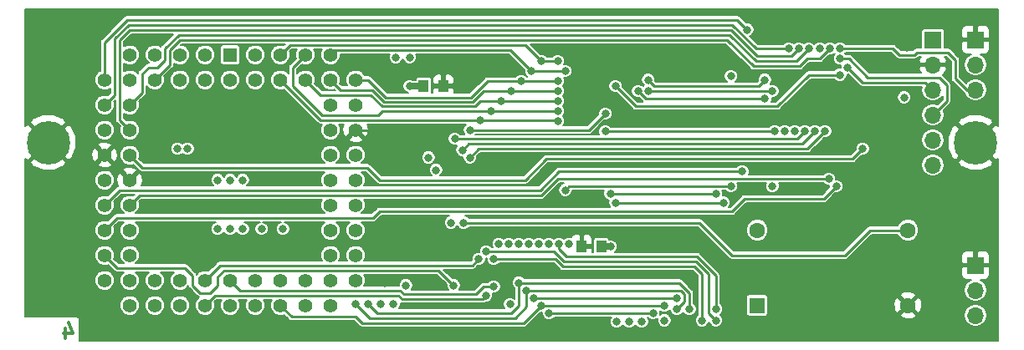
<source format=gbr>
G04 #@! TF.GenerationSoftware,KiCad,Pcbnew,(5.0.1)-rc2*
G04 #@! TF.CreationDate,2020-12-06T20:15:16+01:00*
G04 #@! TF.ProjectId,A600_ACCEL_RAM,413630305F414343454C5F52414D2E6B,rev?*
G04 #@! TF.SameCoordinates,Original*
G04 #@! TF.FileFunction,Copper,L4,Bot,Signal*
G04 #@! TF.FilePolarity,Positive*
%FSLAX46Y46*%
G04 Gerber Fmt 4.6, Leading zero omitted, Abs format (unit mm)*
G04 Created by KiCad (PCBNEW (5.0.1)-rc2) date 06/12/2020 20:15:16*
%MOMM*%
%LPD*%
G01*
G04 APERTURE LIST*
G04 #@! TA.AperFunction,NonConductor*
%ADD10C,0.300000*%
G04 #@! TD*
G04 #@! TA.AperFunction,ComponentPad*
%ADD11C,1.600000*%
G04 #@! TD*
G04 #@! TA.AperFunction,ComponentPad*
%ADD12R,1.600000X1.600000*%
G04 #@! TD*
G04 #@! TA.AperFunction,ComponentPad*
%ADD13C,1.422400*%
G04 #@! TD*
G04 #@! TA.AperFunction,ComponentPad*
%ADD14R,1.422400X1.422400*%
G04 #@! TD*
G04 #@! TA.AperFunction,ComponentPad*
%ADD15O,1.700000X1.700000*%
G04 #@! TD*
G04 #@! TA.AperFunction,ComponentPad*
%ADD16R,1.700000X1.700000*%
G04 #@! TD*
G04 #@! TA.AperFunction,SMDPad,CuDef*
%ADD17R,1.000000X1.250000*%
G04 #@! TD*
G04 #@! TA.AperFunction,ComponentPad*
%ADD18C,4.400000*%
G04 #@! TD*
G04 #@! TA.AperFunction,ComponentPad*
%ADD19C,0.700000*%
G04 #@! TD*
G04 #@! TA.AperFunction,ViaPad*
%ADD20C,0.812800*%
G04 #@! TD*
G04 #@! TA.AperFunction,Conductor*
%ADD21C,0.254000*%
G04 #@! TD*
G04 #@! TA.AperFunction,Conductor*
%ADD22C,0.635000*%
G04 #@! TD*
G04 #@! TA.AperFunction,Conductor*
%ADD23C,0.203200*%
G04 #@! TD*
G04 APERTURE END LIST*
D10*
X29051285Y-125535571D02*
X29051285Y-126535571D01*
X29408428Y-124964142D02*
X29765571Y-126035571D01*
X28837000Y-126035571D01*
D11*
G04 #@! TO.P,X1,7*
G04 #@! TO.N,GND*
X114300000Y-123190000D03*
G04 #@! TO.P,X1,8*
G04 #@! TO.N,/CLK_ACCEL*
X114300000Y-115570000D03*
G04 #@! TO.P,X1,14*
G04 #@! TO.N,+5V*
X99060000Y-115570000D03*
D12*
G04 #@! TO.P,X1,1*
G04 #@! TO.N,Net-(X1-Pad1)*
X99060000Y-123190000D03*
G04 #@! TD*
D13*
G04 #@! TO.P,U1,60*
G04 #@! TO.N,/D13*
X58420000Y-100330000D03*
G04 #@! TO.P,U1,58*
G04 #@! TO.N,/D15*
X58420000Y-102870000D03*
G04 #@! TO.P,U1,56*
G04 #@! TO.N,GND*
X58420000Y-105410000D03*
G04 #@! TO.P,U1,54*
G04 #@! TO.N,/A22*
X58420000Y-107950000D03*
G04 #@! TO.P,U1,52*
G04 #@! TO.N,+5V*
X58420000Y-110490000D03*
G04 #@! TO.P,U1,50*
G04 #@! TO.N,/A19*
X58420000Y-113030000D03*
G04 #@! TO.P,U1,48*
G04 #@! TO.N,/A17*
X58420000Y-115570000D03*
G04 #@! TO.P,U1,46*
G04 #@! TO.N,/A15*
X58420000Y-118110000D03*
G04 #@! TO.P,U1,61*
G04 #@! TO.N,/D12*
X55880000Y-97790000D03*
G04 #@! TO.P,U1,59*
G04 #@! TO.N,/D14*
X55880000Y-100330000D03*
G04 #@! TO.P,U1,57*
G04 #@! TO.N,GND*
X55880000Y-102870000D03*
G04 #@! TO.P,U1,55*
G04 #@! TO.N,/A23*
X55880000Y-105410000D03*
G04 #@! TO.P,U1,53*
G04 #@! TO.N,/A21*
X55880000Y-107950000D03*
G04 #@! TO.P,U1,51*
G04 #@! TO.N,/A20*
X55880000Y-110490000D03*
G04 #@! TO.P,U1,49*
G04 #@! TO.N,/A18*
X55880000Y-113030000D03*
G04 #@! TO.P,U1,47*
G04 #@! TO.N,/A16*
X55880000Y-115570000D03*
G04 #@! TO.P,U1,45*
G04 #@! TO.N,/A14*
X55880000Y-118110000D03*
G04 #@! TO.P,U1,43*
G04 #@! TO.N,/A12*
X55880000Y-123190000D03*
G04 #@! TO.P,U1,41*
G04 #@! TO.N,/A10*
X53340000Y-123190000D03*
G04 #@! TO.P,U1,39*
G04 #@! TO.N,/A8*
X50800000Y-123190000D03*
G04 #@! TO.P,U1,37*
G04 #@! TO.N,/A6*
X48260000Y-123190000D03*
G04 #@! TO.P,U1,35*
G04 #@! TO.N,/A4*
X45720000Y-123190000D03*
G04 #@! TO.P,U1,33*
G04 #@! TO.N,/A2*
X43180000Y-123190000D03*
G04 #@! TO.P,U1,31*
G04 #@! TO.N,Net-(U1-Pad31)*
X40640000Y-123190000D03*
G04 #@! TO.P,U1,29*
G04 #@! TO.N,Net-(U1-Pad29)*
X38100000Y-123190000D03*
G04 #@! TO.P,U1,27*
G04 #@! TO.N,/#IPL0*
X35560000Y-123190000D03*
G04 #@! TO.P,U1,44*
G04 #@! TO.N,/A13*
X58420000Y-120650000D03*
G04 #@! TO.P,U1,42*
G04 #@! TO.N,/A11*
X55880000Y-120650000D03*
G04 #@! TO.P,U1,40*
G04 #@! TO.N,/A9*
X53340000Y-120650000D03*
G04 #@! TO.P,U1,38*
G04 #@! TO.N,/A7*
X50800000Y-120650000D03*
G04 #@! TO.P,U1,36*
G04 #@! TO.N,/A5*
X48260000Y-120650000D03*
G04 #@! TO.P,U1,34*
G04 #@! TO.N,/A3*
X45720000Y-120650000D03*
G04 #@! TO.P,U1,32*
G04 #@! TO.N,/A1*
X43180000Y-120650000D03*
G04 #@! TO.P,U1,30*
G04 #@! TO.N,Net-(U1-Pad30)*
X40640000Y-120650000D03*
G04 #@! TO.P,U1,28*
G04 #@! TO.N,Net-(U1-Pad28)*
X38100000Y-120650000D03*
G04 #@! TO.P,U1,26*
G04 #@! TO.N,/#IPL1*
X33020000Y-120650000D03*
G04 #@! TO.P,U1,24*
G04 #@! TO.N,/#BERR*
X33020000Y-118110000D03*
G04 #@! TO.P,U1,22*
G04 #@! TO.N,/CLK_E*
X33020000Y-115570000D03*
G04 #@! TO.P,U1,20*
G04 #@! TO.N,/#RESET*
X33020000Y-113030000D03*
G04 #@! TO.P,U1,18*
G04 #@! TO.N,Net-(U1-Pad18)*
X33020000Y-110490000D03*
G04 #@! TO.P,U1,16*
G04 #@! TO.N,GND*
X33020000Y-107950000D03*
G04 #@! TO.P,U1,14*
G04 #@! TO.N,+5V*
X33020000Y-105410000D03*
G04 #@! TO.P,U1,12*
G04 #@! TO.N,/#BGACK_7*
X33020000Y-102870000D03*
G04 #@! TO.P,U1,10*
G04 #@! TO.N,/#DTACK_7*
X33020000Y-100330000D03*
G04 #@! TO.P,U1,25*
G04 #@! TO.N,/#IPL2*
X35560000Y-120650000D03*
G04 #@! TO.P,U1,23*
G04 #@! TO.N,Net-(U1-Pad23)*
X35560000Y-118110000D03*
G04 #@! TO.P,U1,21*
G04 #@! TO.N,Net-(U1-Pad21)*
X35560000Y-115570000D03*
G04 #@! TO.P,U1,19*
G04 #@! TO.N,/#HALT*
X35560000Y-113030000D03*
G04 #@! TO.P,U1,17*
G04 #@! TO.N,GND*
X35560000Y-110490000D03*
G04 #@! TO.P,U1,15*
G04 #@! TO.N,/CLK_7*
X35560000Y-107950000D03*
G04 #@! TO.P,U1,13*
G04 #@! TO.N,/#BR_7*
X35560000Y-105410000D03*
G04 #@! TO.P,U1,11*
G04 #@! TO.N,/#BG_7*
X35560000Y-102870000D03*
G04 #@! TO.P,U1,63*
G04 #@! TO.N,/D10*
X53340000Y-97790000D03*
G04 #@! TO.P,U1,65*
G04 #@! TO.N,/D8*
X50800000Y-97790000D03*
G04 #@! TO.P,U1,67*
G04 #@! TO.N,/D6*
X48260000Y-97790000D03*
G04 #@! TO.P,U1,9*
G04 #@! TO.N,/R_#W*
X35560000Y-97790000D03*
G04 #@! TO.P,U1,7*
G04 #@! TO.N,/#UDS*
X38100000Y-97790000D03*
G04 #@! TO.P,U1,5*
G04 #@! TO.N,/D0*
X40640000Y-97790000D03*
G04 #@! TO.P,U1,3*
G04 #@! TO.N,/D2*
X43180000Y-97790000D03*
D14*
G04 #@! TO.P,U1,1*
G04 #@! TO.N,/D4*
X45720000Y-97790000D03*
D13*
G04 #@! TO.P,U1,62*
G04 #@! TO.N,/D11*
X53340000Y-100330000D03*
G04 #@! TO.P,U1,64*
G04 #@! TO.N,/D9*
X50800000Y-100330000D03*
G04 #@! TO.P,U1,66*
G04 #@! TO.N,/D7*
X48260000Y-100330000D03*
G04 #@! TO.P,U1,68*
G04 #@! TO.N,/D5*
X45720000Y-100330000D03*
G04 #@! TO.P,U1,8*
G04 #@! TO.N,/#LDS*
X35560000Y-100330000D03*
G04 #@! TO.P,U1,6*
G04 #@! TO.N,/#AS_7*
X38100000Y-100330000D03*
G04 #@! TO.P,U1,4*
G04 #@! TO.N,/D1*
X40640000Y-100330000D03*
G04 #@! TO.P,U1,2*
G04 #@! TO.N,/D3*
X43180000Y-100330000D03*
G04 #@! TD*
D15*
G04 #@! TO.P,J1,6*
G04 #@! TO.N,/TMS*
X116840000Y-108966000D03*
G04 #@! TO.P,J1,5*
G04 #@! TO.N,/TDI*
X116840000Y-106426000D03*
G04 #@! TO.P,J1,4*
G04 #@! TO.N,/TDO*
X116840000Y-103886000D03*
G04 #@! TO.P,J1,3*
G04 #@! TO.N,/TCK*
X116840000Y-101346000D03*
G04 #@! TO.P,J1,2*
G04 #@! TO.N,GND*
X116840000Y-98806000D03*
D16*
G04 #@! TO.P,J1,1*
G04 #@! TO.N,+3V3*
X116840000Y-96266000D03*
G04 #@! TD*
D17*
G04 #@! TO.P,C3,2*
G04 #@! TO.N,GND*
X81296000Y-117205000D03*
G04 #@! TO.P,C3,1*
G04 #@! TO.N,+5V*
X83296000Y-117205000D03*
G04 #@! TD*
G04 #@! TO.P,C4,1*
G04 #@! TO.N,+5V*
X65294000Y-100965000D03*
G04 #@! TO.P,C4,2*
G04 #@! TO.N,GND*
X67294000Y-100965000D03*
G04 #@! TD*
D18*
G04 #@! TO.P,H1,1*
G04 #@! TO.N,GND*
X27305000Y-106680000D03*
D19*
X28955000Y-106680000D03*
X28471726Y-107846726D03*
X27305000Y-108330000D03*
X26138274Y-107846726D03*
X25655000Y-106680000D03*
X26138274Y-105513274D03*
X27305000Y-105030000D03*
X28471726Y-105513274D03*
G04 #@! TD*
G04 #@! TO.P,H2,1*
G04 #@! TO.N,GND*
X122324726Y-105513274D03*
X121158000Y-105030000D03*
X119991274Y-105513274D03*
X119508000Y-106680000D03*
X119991274Y-107846726D03*
X121158000Y-108330000D03*
X122324726Y-107846726D03*
X122808000Y-106680000D03*
D18*
X121158000Y-106680000D03*
G04 #@! TD*
D15*
G04 #@! TO.P,J3,3*
G04 #@! TO.N,/_SP4*
X121158000Y-101346000D03*
G04 #@! TO.P,J3,2*
G04 #@! TO.N,/_SP3*
X121158000Y-98806000D03*
D16*
G04 #@! TO.P,J3,1*
G04 #@! TO.N,GND*
X121158000Y-96266000D03*
G04 #@! TD*
D15*
G04 #@! TO.P,J2,3*
G04 #@! TO.N,/_SP2*
X121158000Y-124206000D03*
G04 #@! TO.P,J2,2*
G04 #@! TO.N,/_SP1*
X121158000Y-121666000D03*
D16*
G04 #@! TO.P,J2,1*
G04 #@! TO.N,GND*
X121158000Y-119126000D03*
G04 #@! TD*
D20*
G04 #@! TO.N,GND*
X108966000Y-96266000D03*
X114173000Y-97028000D03*
X97536000Y-111125000D03*
X39243000Y-121920000D03*
X48260000Y-102870000D03*
X40640000Y-102870000D03*
X67564000Y-107442000D03*
X103886000Y-94107000D03*
X108331000Y-102920800D03*
X74803000Y-108204000D03*
X61214000Y-114935000D03*
X51029000Y-107340000D03*
X50038000Y-107340000D03*
X40386000Y-115443000D03*
X102616000Y-111125000D03*
X93599000Y-98806000D03*
X73279000Y-122174000D03*
X39116000Y-115443000D03*
X37846000Y-115443000D03*
X91440000Y-125730000D03*
X88519000Y-125730000D03*
X94107000Y-125730000D03*
X30988000Y-125095000D03*
X33020000Y-125095000D03*
X30988000Y-123190000D03*
X30988000Y-97790000D03*
X30988000Y-95885000D03*
X109728000Y-111125000D03*
X112903000Y-116840000D03*
X61341000Y-120904000D03*
X112903000Y-114300000D03*
X115570000Y-116840000D03*
X115570000Y-114300000D03*
X114300000Y-119380000D03*
X101600000Y-114300000D03*
X109728000Y-109220000D03*
X107950000Y-123190000D03*
X110490000Y-123190000D03*
X105410000Y-123190000D03*
X30988000Y-120650000D03*
X30988000Y-118110000D03*
X30988000Y-115570000D03*
X30988000Y-113030000D03*
X30988000Y-110490000D03*
X30988000Y-102870000D03*
X30988000Y-100330000D03*
X30988000Y-107950000D03*
X102870000Y-123190000D03*
X111125000Y-116840000D03*
X98933000Y-94107000D03*
X96520000Y-125730000D03*
X99060000Y-125730000D03*
X101600000Y-125730000D03*
X104140000Y-125730000D03*
X106680000Y-125730000D03*
X109220000Y-125730000D03*
X111760000Y-125730000D03*
X114300000Y-125730000D03*
X116840000Y-125730000D03*
X119380000Y-125730000D03*
X102108000Y-100330000D03*
X78867000Y-97409000D03*
X81280000Y-97409000D03*
X83820000Y-97409000D03*
X81280000Y-99060000D03*
X83820000Y-99060000D03*
X111125000Y-114300000D03*
X101600000Y-115570000D03*
X32258000Y-95885000D03*
X50800000Y-102870000D03*
X62484000Y-100965000D03*
X38100000Y-96139000D03*
X60960000Y-98044000D03*
X57531000Y-98044000D03*
X113919000Y-104140000D03*
X113919000Y-106680000D03*
X113919000Y-109220000D03*
X61214000Y-105410000D03*
X80010000Y-115570000D03*
X84709000Y-115570000D03*
X78486000Y-112395000D03*
X37846000Y-113030000D03*
X53340000Y-115443000D03*
X53340000Y-113030000D03*
X107950000Y-115570000D03*
G04 #@! TO.N,+5V*
X63881000Y-100965000D03*
X68072000Y-114808000D03*
X84201000Y-117221000D03*
X40386000Y-107315000D03*
X41402000Y-107315000D03*
X63500000Y-121158000D03*
G04 #@! TO.N,+3V3*
X105410000Y-97155000D03*
X45720000Y-115443000D03*
X51054000Y-115443000D03*
X100584000Y-111125000D03*
X45720000Y-110490000D03*
X44450000Y-110490000D03*
X46990000Y-110490000D03*
X44450000Y-115443000D03*
X46990000Y-115443000D03*
X48895000Y-115443000D03*
X113919000Y-102108000D03*
X96393000Y-99949000D03*
G04 #@! TO.N,/TDO*
X107442000Y-98171000D03*
G04 #@! TO.N,/TCK*
X108204000Y-99060000D03*
G04 #@! TO.N,/#AS_ACCEL*
X69977000Y-108204000D03*
X105918000Y-105537000D03*
G04 #@! TO.N,/D6*
X63881000Y-98044000D03*
G04 #@! TO.N,/D7*
X62484000Y-98044000D03*
G04 #@! TO.N,/D8*
X77216000Y-98425000D03*
X78867000Y-98425000D03*
G04 #@! TO.N,/D9*
X70993000Y-104394000D03*
X78867000Y-104521000D03*
G04 #@! TO.N,/D10*
X72136000Y-103505000D03*
X78867000Y-103505000D03*
G04 #@! TO.N,/D11*
X73152000Y-102489000D03*
X78867000Y-102489000D03*
G04 #@! TO.N,/D12*
X79629000Y-99441000D03*
X76200000Y-99441000D03*
G04 #@! TO.N,/D13*
X75184000Y-100457000D03*
X78867000Y-100457000D03*
G04 #@! TO.N,/D14*
X74168000Y-101473000D03*
X78867000Y-101473000D03*
G04 #@! TO.N,/D15*
X69977000Y-105410000D03*
X83693000Y-103759000D03*
G04 #@! TO.N,/A23*
X84201000Y-111887000D03*
X94869000Y-111887000D03*
G04 #@! TO.N,/A22*
X84709000Y-112776000D03*
X95631000Y-112776000D03*
G04 #@! TO.N,/A21*
X79629000Y-111506000D03*
X96393000Y-111125000D03*
G04 #@! TO.N,/A20*
X83693000Y-105537000D03*
X80010000Y-116967000D03*
X100838000Y-105537000D03*
G04 #@! TO.N,/A19*
X94869000Y-123571000D03*
X78994000Y-116967000D03*
G04 #@! TO.N,/A18*
X77978000Y-116967000D03*
G04 #@! TO.N,/A17*
X76962000Y-116967000D03*
G04 #@! TO.N,/A16*
X75946000Y-116967000D03*
G04 #@! TO.N,/A15*
X74930000Y-116967000D03*
G04 #@! TO.N,/A14*
X73914000Y-116967000D03*
G04 #@! TO.N,/A13*
X72898000Y-116967000D03*
G04 #@! TO.N,/A12*
X87376000Y-124841000D03*
G04 #@! TO.N,/A11*
X86106000Y-124841000D03*
G04 #@! TO.N,/A10*
X84836000Y-124841000D03*
G04 #@! TO.N,/A9*
X77978000Y-123952000D03*
X88519000Y-123952000D03*
G04 #@! TO.N,/A8*
X77216000Y-123190000D03*
X89662000Y-123190000D03*
G04 #@! TO.N,/A7*
X76454000Y-122428000D03*
X90932000Y-122428000D03*
X60960000Y-123063000D03*
G04 #@! TO.N,/A6*
X75692000Y-121666000D03*
X90932000Y-123571000D03*
X58420000Y-123063000D03*
G04 #@! TO.N,/A5*
X74930000Y-120904000D03*
X92202000Y-123571000D03*
X59690000Y-123063000D03*
G04 #@! TO.N,/A4*
X62230000Y-123063000D03*
X74041000Y-123063000D03*
X89662000Y-124714000D03*
G04 #@! TO.N,/A3*
X93472000Y-124714000D03*
X72390000Y-121285000D03*
X72390000Y-118491000D03*
G04 #@! TO.N,/A2*
X94869000Y-124714000D03*
X71622000Y-122174000D03*
X71628000Y-117729000D03*
G04 #@! TO.N,/A1*
X70866000Y-118491000D03*
G04 #@! TO.N,/#BERR*
X68326000Y-121158000D03*
G04 #@! TO.N,/#RESET*
X97536000Y-109601000D03*
G04 #@! TO.N,/#HALT*
X106299000Y-110363000D03*
G04 #@! TO.N,/CLK_ACCEL*
X69342000Y-114808000D03*
G04 #@! TO.N,/#DTACK_ACCEL*
X65786000Y-108204000D03*
X101854000Y-105537000D03*
G04 #@! TO.N,/CLK_7*
X109728000Y-107315000D03*
G04 #@! TO.N,/#BR_7*
X103251000Y-97155000D03*
G04 #@! TO.N,/#BGACK_7*
X102235000Y-97155000D03*
G04 #@! TO.N,/#BG_7*
X104267000Y-97155000D03*
G04 #@! TO.N,/#DTACK_7*
X98044000Y-95250000D03*
G04 #@! TO.N,/#AS_7*
X106426000Y-97155000D03*
G04 #@! TO.N,/R_#W*
X66548000Y-109474000D03*
X102870000Y-105537000D03*
G04 #@! TO.N,/#UDS*
X104902000Y-105537000D03*
X69215000Y-107442000D03*
G04 #@! TO.N,/#LDS*
X103886000Y-105537000D03*
X68453000Y-106299000D03*
G04 #@! TO.N,/#RAM_LB*
X88011000Y-100330000D03*
X99822000Y-100330000D03*
G04 #@! TO.N,/#RAM_UB*
X88011000Y-101473000D03*
X100584000Y-101473000D03*
G04 #@! TO.N,/#RAM_WR*
X86995000Y-101473000D03*
X99822000Y-102235000D03*
G04 #@! TO.N,/_SP4*
X107442000Y-97155000D03*
G04 #@! TO.N,/#RAM_CE2*
X84709000Y-100965000D03*
X107442000Y-99822000D03*
G04 #@! TO.N,/CLK_E*
X107061000Y-111125000D03*
G04 #@! TD*
D21*
G04 #@! TO.N,GND*
X67564000Y-107442000D02*
X67564000Y-108966000D01*
X67564000Y-108966000D02*
X67818000Y-109220000D01*
X73787000Y-109220000D02*
X74803000Y-108204000D01*
X67818000Y-109220000D02*
X73787000Y-109220000D01*
X67310000Y-100949000D02*
X67294000Y-100965000D01*
X67310000Y-99441000D02*
X67310000Y-100949000D01*
X62484000Y-100965000D02*
X62484000Y-99441000D01*
X62484000Y-99441000D02*
X67310000Y-99441000D01*
X62357000Y-99441000D02*
X60960000Y-98044000D01*
X62484000Y-99441000D02*
X62357000Y-99441000D01*
X58420000Y-105410000D02*
X61214000Y-105410000D01*
X57531000Y-98044000D02*
X60960000Y-98044000D01*
X80010000Y-115570000D02*
X84201000Y-115570000D01*
X81280000Y-115570000D02*
X81280000Y-117189000D01*
X80010000Y-115570000D02*
X81280000Y-115570000D01*
X81280000Y-117189000D02*
X81296000Y-117205000D01*
X84201000Y-115570000D02*
X84709000Y-115570000D01*
G04 #@! TO.N,+5V*
X84185000Y-117205000D02*
X84201000Y-117221000D01*
X84201000Y-117221000D02*
X84185000Y-117221000D01*
X63897000Y-100949000D02*
X63881000Y-100965000D01*
X83312000Y-117221000D02*
X83296000Y-117205000D01*
D22*
X84201000Y-117221000D02*
X83312000Y-117221000D01*
X63881000Y-100965000D02*
X65294000Y-100965000D01*
D21*
G04 #@! TO.N,/TDO*
X108331000Y-98171000D02*
X107442000Y-98171000D01*
X110236000Y-100076000D02*
X108331000Y-98171000D01*
X117475000Y-100076000D02*
X110236000Y-100076000D01*
X118237000Y-100838000D02*
X117475000Y-100076000D01*
X116840000Y-103886000D02*
X118237000Y-102489000D01*
X118237000Y-102489000D02*
X118237000Y-100838000D01*
G04 #@! TO.N,/TCK*
X116840000Y-101346000D02*
X116078000Y-100584000D01*
X109728000Y-100584000D02*
X108204000Y-99060000D01*
X116078000Y-100584000D02*
X109728000Y-100584000D01*
G04 #@! TO.N,/#AS_ACCEL*
X70866000Y-107315000D02*
X69977000Y-108204000D01*
X105918000Y-105537000D02*
X104140000Y-107315000D01*
X104140000Y-107315000D02*
X70866000Y-107315000D01*
G04 #@! TO.N,/D8*
X78867000Y-98425000D02*
X77216000Y-98425000D01*
X50800000Y-97790000D02*
X51816000Y-96774000D01*
X75565000Y-96774000D02*
X77216000Y-98425000D01*
X51816000Y-96774000D02*
X75565000Y-96774000D01*
G04 #@! TO.N,/D9*
X50800000Y-100330000D02*
X54864000Y-104394000D01*
X54864000Y-104394000D02*
X70993000Y-104394000D01*
X70993000Y-104394000D02*
X78740000Y-104394000D01*
X78740000Y-104394000D02*
X78867000Y-104521000D01*
G04 #@! TO.N,/D10*
X78867000Y-103505000D02*
X72136000Y-103505000D01*
X61087000Y-103505000D02*
X72136000Y-103505000D01*
X60706000Y-103886000D02*
X61087000Y-103505000D01*
X54991000Y-103886000D02*
X60706000Y-103886000D01*
X52070000Y-100965000D02*
X54991000Y-103886000D01*
X53340000Y-97790000D02*
X52070000Y-99060000D01*
X52070000Y-99060000D02*
X52070000Y-100965000D01*
G04 #@! TO.N,/D11*
X78867000Y-102489000D02*
X73152000Y-102489000D01*
X70993000Y-102489000D02*
X73152000Y-102489000D01*
X70485000Y-102997000D02*
X70993000Y-102489000D01*
X61087000Y-102997000D02*
X70485000Y-102997000D01*
X59944000Y-101854000D02*
X61087000Y-102997000D01*
X53340000Y-100330000D02*
X54864000Y-101854000D01*
X54864000Y-101854000D02*
X59944000Y-101854000D01*
G04 #@! TO.N,/D12*
X79629000Y-99441000D02*
X78867000Y-99441000D01*
X78867000Y-99441000D02*
X76200000Y-99441000D01*
X56388000Y-97282000D02*
X55880000Y-97790000D01*
X76200000Y-99441000D02*
X74041000Y-97282000D01*
X56388000Y-97282000D02*
X74041000Y-97282000D01*
G04 #@! TO.N,/D13*
X78867000Y-100457000D02*
X75184000Y-100457000D01*
X59690000Y-100330000D02*
X58420000Y-100330000D01*
X61468000Y-102108000D02*
X59690000Y-100330000D01*
X70104000Y-102108000D02*
X61468000Y-102108000D01*
X75184000Y-100457000D02*
X71755000Y-100457000D01*
X71755000Y-100457000D02*
X70104000Y-102108000D01*
G04 #@! TO.N,/D14*
X78867000Y-101473000D02*
X74168000Y-101473000D01*
X71374000Y-101473000D02*
X74168000Y-101473000D01*
X70281810Y-102565190D02*
X71374000Y-101473000D01*
X61290190Y-102565190D02*
X70281810Y-102565190D01*
X60071000Y-101346000D02*
X61290190Y-102565190D01*
X55880000Y-100330000D02*
X56896000Y-101346000D01*
X56896000Y-101346000D02*
X60071000Y-101346000D01*
G04 #@! TO.N,/D15*
X69977000Y-105410000D02*
X77978000Y-105410000D01*
X82042000Y-105410000D02*
X80899000Y-105410000D01*
X83693000Y-103759000D02*
X82042000Y-105410000D01*
X77978000Y-105410000D02*
X80899000Y-105410000D01*
G04 #@! TO.N,/A23*
X84201000Y-111887000D02*
X94869000Y-111887000D01*
G04 #@! TO.N,/A22*
X84709000Y-112776000D02*
X95631000Y-112776000D01*
G04 #@! TO.N,/A21*
X79629000Y-111506000D02*
X80010000Y-111125000D01*
X80010000Y-111125000D02*
X96012000Y-111125000D01*
X96012000Y-111125000D02*
X96393000Y-111125000D01*
G04 #@! TO.N,/A20*
X100838000Y-105537000D02*
X83693000Y-105537000D01*
G04 #@! TO.N,/A19*
X94869000Y-122047000D02*
X94869000Y-123571000D01*
X78994000Y-116967000D02*
X78994000Y-117475000D01*
X78994000Y-117475000D02*
X79756000Y-118237000D01*
X79756000Y-118237000D02*
X92964000Y-118237000D01*
X94869000Y-120142000D02*
X94869000Y-122047000D01*
X92964000Y-118237000D02*
X94869000Y-120142000D01*
G04 #@! TO.N,/A9*
X77978000Y-123952000D02*
X88519000Y-123952000D01*
G04 #@! TO.N,/A8*
X89916000Y-123190000D02*
X77216000Y-123190000D01*
X75438000Y-124968000D02*
X77216000Y-123190000D01*
X75438000Y-124968000D02*
X59055000Y-124968000D01*
X59055000Y-124968000D02*
X58420000Y-124333000D01*
X51943000Y-124333000D02*
X50800000Y-123190000D01*
X58420000Y-124333000D02*
X51943000Y-124333000D01*
G04 #@! TO.N,/A7*
X90932000Y-122428000D02*
X76454000Y-122428000D01*
G04 #@! TO.N,/A6*
X91313000Y-121666000D02*
X75692000Y-121666000D01*
X91694000Y-122047000D02*
X91313000Y-121666000D01*
X90932000Y-123571000D02*
X91694000Y-122809000D01*
X91694000Y-122809000D02*
X91694000Y-122047000D01*
X58420000Y-123063000D02*
X59817000Y-124460000D01*
X59817000Y-124460000D02*
X74549000Y-124460000D01*
X75692000Y-123317000D02*
X75692000Y-121666000D01*
X74549000Y-124460000D02*
X75692000Y-123317000D01*
G04 #@! TO.N,/A5*
X91186000Y-120904000D02*
X74930000Y-120904000D01*
X92202000Y-121920000D02*
X91186000Y-120904000D01*
X92202000Y-121920000D02*
X92202000Y-123571000D01*
X59690000Y-123063000D02*
X60579000Y-123952000D01*
X60579000Y-123952000D02*
X74168000Y-123952000D01*
X74930000Y-123190000D02*
X74930000Y-120904000D01*
X74168000Y-123952000D02*
X74930000Y-123190000D01*
G04 #@! TO.N,/A3*
X45720000Y-120650000D02*
X46736000Y-121666000D01*
X46736000Y-121666000D02*
X62915810Y-121666000D01*
X62915810Y-121666000D02*
X63296810Y-122047000D01*
X63296810Y-122047000D02*
X70612000Y-122047000D01*
X71374000Y-121285000D02*
X72390000Y-121285000D01*
X70612000Y-122047000D02*
X71374000Y-121285000D01*
X78613000Y-118491000D02*
X72390000Y-118491000D01*
X79375000Y-119253000D02*
X78613000Y-118491000D01*
X92710000Y-119253000D02*
X79375000Y-119253000D01*
X93472000Y-124714000D02*
X93472000Y-120015000D01*
X93472000Y-120015000D02*
X92710000Y-119253000D01*
G04 #@! TO.N,/A2*
X43180000Y-123190000D02*
X44196000Y-122174000D01*
X44196000Y-122174000D02*
X62738000Y-122174000D01*
X62738000Y-122174000D02*
X63119000Y-122555000D01*
X71241000Y-122555000D02*
X71622000Y-122174000D01*
X63119000Y-122555000D02*
X71241000Y-122555000D01*
X94107000Y-123952000D02*
X94869000Y-124714000D01*
X94107000Y-120015000D02*
X94107000Y-123952000D01*
X92837000Y-118745000D02*
X94107000Y-120015000D01*
X71628000Y-117729000D02*
X72898000Y-117729000D01*
X92837000Y-118745000D02*
X79502000Y-118745000D01*
X78486000Y-117729000D02*
X72898000Y-117729000D01*
X79502000Y-118745000D02*
X78486000Y-117729000D01*
G04 #@! TO.N,/A1*
X44450000Y-119380000D02*
X43180000Y-120650000D01*
X44704000Y-119126000D02*
X44450000Y-119380000D01*
X70866000Y-118491000D02*
X70231000Y-119126000D01*
X70231000Y-119126000D02*
X44704000Y-119126000D01*
G04 #@! TO.N,/#BERR*
X34290000Y-119380000D02*
X33020000Y-118110000D01*
X41910000Y-120142000D02*
X41148000Y-119380000D01*
X41910000Y-121158000D02*
X41910000Y-120142000D01*
X42672000Y-121920000D02*
X41910000Y-121158000D01*
X66802000Y-119634000D02*
X45085000Y-119634000D01*
X68326000Y-121158000D02*
X66802000Y-119634000D01*
X41148000Y-119380000D02*
X34290000Y-119380000D01*
X45085000Y-119634000D02*
X44450000Y-120269000D01*
X44450000Y-120269000D02*
X44450000Y-121158000D01*
X44450000Y-121158000D02*
X43688000Y-121920000D01*
X43688000Y-121920000D02*
X42672000Y-121920000D01*
G04 #@! TO.N,/#RESET*
X97536000Y-109601000D02*
X79248000Y-109601000D01*
X34544000Y-111506000D02*
X33020000Y-113030000D01*
X34544000Y-111506000D02*
X77089000Y-111506000D01*
X78994000Y-109601000D02*
X79248000Y-109601000D01*
X77089000Y-111506000D02*
X78994000Y-109601000D01*
G04 #@! TO.N,/#HALT*
X79248000Y-110363000D02*
X106299000Y-110363000D01*
X78867000Y-110363000D02*
X79248000Y-110363000D01*
X77216000Y-112014000D02*
X78867000Y-110363000D01*
X35560000Y-113030000D02*
X36576000Y-112014000D01*
X36576000Y-112014000D02*
X77216000Y-112014000D01*
G04 #@! TO.N,/CLK_ACCEL*
X69342000Y-114808000D02*
X93218000Y-114808000D01*
X93218000Y-114808000D02*
X96520000Y-118110000D01*
X96520000Y-118110000D02*
X107950000Y-118110000D01*
X110490000Y-115570000D02*
X114300000Y-115570000D01*
X107950000Y-118110000D02*
X110490000Y-115570000D01*
G04 #@! TO.N,/CLK_7*
X108712000Y-108331000D02*
X77724000Y-108331000D01*
X109728000Y-107315000D02*
X108712000Y-108331000D01*
X77724000Y-108331000D02*
X75565000Y-110490000D01*
X75565000Y-110490000D02*
X60833000Y-110490000D01*
X60833000Y-110490000D02*
X59563000Y-109220000D01*
X36830000Y-109220000D02*
X35560000Y-107950000D01*
X59563000Y-109220000D02*
X36830000Y-109220000D01*
G04 #@! TO.N,/#BR_7*
X102489000Y-97917000D02*
X103251000Y-97155000D01*
X35560000Y-105410000D02*
X34544000Y-104394000D01*
X34544000Y-96266000D02*
X35560000Y-95250000D01*
X35560000Y-95250000D02*
X96393000Y-95250000D01*
X34544000Y-104394000D02*
X34544000Y-96266000D01*
X96393000Y-95250000D02*
X99060000Y-97917000D01*
X99060000Y-97917000D02*
X102489000Y-97917000D01*
G04 #@! TO.N,/#BGACK_7*
X79883000Y-94742000D02*
X96520000Y-94742000D01*
X79883000Y-94742000D02*
X80010000Y-94742000D01*
X96520000Y-94742000D02*
X98933000Y-97155000D01*
X98933000Y-97155000D02*
X102235000Y-97155000D01*
X38862000Y-94742000D02*
X79883000Y-94742000D01*
X35433000Y-94742000D02*
X38862000Y-94742000D01*
X34036000Y-96139000D02*
X35433000Y-94742000D01*
X33020000Y-102870000D02*
X34036000Y-101854000D01*
X34036000Y-101854000D02*
X34036000Y-96139000D01*
G04 #@! TO.N,/#BG_7*
X98933000Y-98425000D02*
X96266000Y-95758000D01*
X96266000Y-95758000D02*
X40513000Y-95758000D01*
X36830000Y-99695000D02*
X36830000Y-101600000D01*
X36703000Y-101727000D02*
X35560000Y-102870000D01*
X36830000Y-101600000D02*
X36703000Y-101727000D01*
X102997000Y-98425000D02*
X98933000Y-98425000D01*
X104267000Y-97155000D02*
X102997000Y-98425000D01*
X40513000Y-95758000D02*
X39116000Y-97155000D01*
X39116000Y-97155000D02*
X39116000Y-98298000D01*
X39116000Y-98298000D02*
X38354000Y-99060000D01*
X38354000Y-99060000D02*
X37465000Y-99060000D01*
X37465000Y-99060000D02*
X36830000Y-99695000D01*
G04 #@! TO.N,/#DTACK_7*
X97028000Y-94234000D02*
X98044000Y-95250000D01*
X35306000Y-94234000D02*
X97028000Y-94234000D01*
X33020000Y-100330000D02*
X33020000Y-96520000D01*
X33020000Y-96520000D02*
X35306000Y-94234000D01*
G04 #@! TO.N,/#AS_7*
X39624000Y-98806000D02*
X38100000Y-100330000D01*
X98679000Y-98933000D02*
X96012000Y-96266000D01*
X40640000Y-96266000D02*
X39624000Y-97282000D01*
X39624000Y-97282000D02*
X39624000Y-98806000D01*
X96012000Y-96266000D02*
X40640000Y-96266000D01*
X98679000Y-98933000D02*
X103378000Y-98933000D01*
X103378000Y-98933000D02*
X104140000Y-98171000D01*
X105410000Y-98171000D02*
X106426000Y-97155000D01*
X104140000Y-98171000D02*
X105410000Y-98171000D01*
G04 #@! TO.N,/#UDS*
X69850000Y-106807000D02*
X69215000Y-107442000D01*
X104902000Y-105537000D02*
X103632000Y-106807000D01*
X103632000Y-106807000D02*
X69850000Y-106807000D01*
G04 #@! TO.N,/#LDS*
X103886000Y-105537000D02*
X103124000Y-106299000D01*
X103124000Y-106299000D02*
X69215000Y-106299000D01*
X69215000Y-106299000D02*
X68453000Y-106299000D01*
G04 #@! TO.N,/#RAM_LB*
X99187000Y-100965000D02*
X99822000Y-100330000D01*
X88011000Y-100330000D02*
X88646000Y-100965000D01*
X88646000Y-100965000D02*
X99187000Y-100965000D01*
G04 #@! TO.N,/#RAM_UB*
X88011000Y-101473000D02*
X100584000Y-101473000D01*
G04 #@! TO.N,/#RAM_WR*
X86995000Y-101473000D02*
X87757000Y-102235000D01*
X87757000Y-102235000D02*
X99822000Y-102235000D01*
G04 #@! TO.N,/_SP4*
X115189000Y-97536000D02*
X118364000Y-97536000D01*
X114935000Y-97790000D02*
X115189000Y-97536000D01*
X114935000Y-97790000D02*
X113411000Y-97790000D01*
X112776000Y-97155000D02*
X107442000Y-97155000D01*
X113411000Y-97790000D02*
X112776000Y-97155000D01*
X121158000Y-101346000D02*
X120269000Y-101346000D01*
X120269000Y-101346000D02*
X119126000Y-100203000D01*
X119126000Y-98298000D02*
X118364000Y-97536000D01*
X119126000Y-100203000D02*
X119126000Y-98298000D01*
G04 #@! TO.N,/#RAM_CE2*
X84709000Y-100965000D02*
X86741000Y-102997000D01*
X101092000Y-102997000D02*
X104267000Y-99822000D01*
X104267000Y-99822000D02*
X107442000Y-99822000D01*
X86741000Y-102997000D02*
X101092000Y-102997000D01*
G04 #@! TO.N,/CLK_E*
X105791000Y-112395000D02*
X107061000Y-111125000D01*
X34290000Y-114300000D02*
X60198000Y-114300000D01*
X33020000Y-115570000D02*
X34290000Y-114300000D01*
X60198000Y-114300000D02*
X60833000Y-113665000D01*
X60833000Y-113665000D02*
X96520000Y-113665000D01*
X96520000Y-113665000D02*
X97790000Y-112395000D01*
X97790000Y-112395000D02*
X105791000Y-112395000D01*
G04 #@! TD*
D23*
G04 #@! TO.N,GND*
G36*
X123469400Y-105061527D02*
X123180579Y-104872948D01*
X123006533Y-105046994D01*
X123006532Y-105046994D01*
X121373526Y-106680000D01*
X123006532Y-108313006D01*
X123006533Y-108313006D01*
X123180579Y-108487052D01*
X123469400Y-108298473D01*
X123469400Y-126771400D01*
X30506086Y-126771400D01*
X30506086Y-124397200D01*
X30303884Y-124397200D01*
X30297842Y-124388158D01*
X30264881Y-124366134D01*
X30226000Y-124358400D01*
X24993600Y-124358400D01*
X24993600Y-122987905D01*
X34544000Y-122987905D01*
X34544000Y-123392095D01*
X34698676Y-123765518D01*
X34984482Y-124051324D01*
X35357905Y-124206000D01*
X35762095Y-124206000D01*
X36135518Y-124051324D01*
X36421324Y-123765518D01*
X36576000Y-123392095D01*
X36576000Y-122987905D01*
X37084000Y-122987905D01*
X37084000Y-123392095D01*
X37238676Y-123765518D01*
X37524482Y-124051324D01*
X37897905Y-124206000D01*
X38302095Y-124206000D01*
X38675518Y-124051324D01*
X38961324Y-123765518D01*
X39116000Y-123392095D01*
X39116000Y-122987905D01*
X39624000Y-122987905D01*
X39624000Y-123392095D01*
X39778676Y-123765518D01*
X40064482Y-124051324D01*
X40437905Y-124206000D01*
X40842095Y-124206000D01*
X41215518Y-124051324D01*
X41501324Y-123765518D01*
X41656000Y-123392095D01*
X41656000Y-122987905D01*
X41501324Y-122614482D01*
X41215518Y-122328676D01*
X40842095Y-122174000D01*
X40437905Y-122174000D01*
X40064482Y-122328676D01*
X39778676Y-122614482D01*
X39624000Y-122987905D01*
X39116000Y-122987905D01*
X38961324Y-122614482D01*
X38675518Y-122328676D01*
X38302095Y-122174000D01*
X37897905Y-122174000D01*
X37524482Y-122328676D01*
X37238676Y-122614482D01*
X37084000Y-122987905D01*
X36576000Y-122987905D01*
X36421324Y-122614482D01*
X36135518Y-122328676D01*
X35762095Y-122174000D01*
X35357905Y-122174000D01*
X34984482Y-122328676D01*
X34698676Y-122614482D01*
X34544000Y-122987905D01*
X24993600Y-122987905D01*
X24993600Y-120447905D01*
X32004000Y-120447905D01*
X32004000Y-120852095D01*
X32158676Y-121225518D01*
X32444482Y-121511324D01*
X32817905Y-121666000D01*
X33222095Y-121666000D01*
X33595518Y-121511324D01*
X33881324Y-121225518D01*
X34036000Y-120852095D01*
X34036000Y-120447905D01*
X33881324Y-120074482D01*
X33595518Y-119788676D01*
X33222095Y-119634000D01*
X32817905Y-119634000D01*
X32444482Y-119788676D01*
X32158676Y-120074482D01*
X32004000Y-120447905D01*
X24993600Y-120447905D01*
X24993600Y-117907905D01*
X32004000Y-117907905D01*
X32004000Y-118312095D01*
X32158676Y-118685518D01*
X32444482Y-118971324D01*
X32817905Y-119126000D01*
X33222095Y-119126000D01*
X33365813Y-119066470D01*
X33954600Y-119655257D01*
X33978690Y-119691310D01*
X34121520Y-119786746D01*
X34247474Y-119811800D01*
X34247477Y-119811800D01*
X34289999Y-119820258D01*
X34332521Y-119811800D01*
X34961358Y-119811800D01*
X34698676Y-120074482D01*
X34544000Y-120447905D01*
X34544000Y-120852095D01*
X34698676Y-121225518D01*
X34984482Y-121511324D01*
X35357905Y-121666000D01*
X35762095Y-121666000D01*
X36135518Y-121511324D01*
X36421324Y-121225518D01*
X36576000Y-120852095D01*
X36576000Y-120447905D01*
X36421324Y-120074482D01*
X36158642Y-119811800D01*
X37501358Y-119811800D01*
X37238676Y-120074482D01*
X37084000Y-120447905D01*
X37084000Y-120852095D01*
X37238676Y-121225518D01*
X37524482Y-121511324D01*
X37897905Y-121666000D01*
X38302095Y-121666000D01*
X38675518Y-121511324D01*
X38961324Y-121225518D01*
X39116000Y-120852095D01*
X39116000Y-120447905D01*
X38961324Y-120074482D01*
X38698642Y-119811800D01*
X40041358Y-119811800D01*
X39778676Y-120074482D01*
X39624000Y-120447905D01*
X39624000Y-120852095D01*
X39778676Y-121225518D01*
X40064482Y-121511324D01*
X40437905Y-121666000D01*
X40842095Y-121666000D01*
X41215518Y-121511324D01*
X41486183Y-121240659D01*
X41503254Y-121326479D01*
X41598690Y-121469310D01*
X41634742Y-121493399D01*
X42336602Y-122195260D01*
X42360690Y-122231310D01*
X42396740Y-122255398D01*
X42396741Y-122255399D01*
X42503520Y-122326746D01*
X42589341Y-122343817D01*
X42318676Y-122614482D01*
X42164000Y-122987905D01*
X42164000Y-123392095D01*
X42318676Y-123765518D01*
X42604482Y-124051324D01*
X42977905Y-124206000D01*
X43382095Y-124206000D01*
X43755518Y-124051324D01*
X44041324Y-123765518D01*
X44196000Y-123392095D01*
X44196000Y-122987905D01*
X44136470Y-122844187D01*
X44374858Y-122605800D01*
X44867358Y-122605800D01*
X44858676Y-122614482D01*
X44704000Y-122987905D01*
X44704000Y-123392095D01*
X44858676Y-123765518D01*
X45144482Y-124051324D01*
X45517905Y-124206000D01*
X45922095Y-124206000D01*
X46295518Y-124051324D01*
X46581324Y-123765518D01*
X46736000Y-123392095D01*
X46736000Y-122987905D01*
X46581324Y-122614482D01*
X46572642Y-122605800D01*
X47407358Y-122605800D01*
X47398676Y-122614482D01*
X47244000Y-122987905D01*
X47244000Y-123392095D01*
X47398676Y-123765518D01*
X47684482Y-124051324D01*
X48057905Y-124206000D01*
X48462095Y-124206000D01*
X48835518Y-124051324D01*
X49121324Y-123765518D01*
X49276000Y-123392095D01*
X49276000Y-122987905D01*
X49121324Y-122614482D01*
X49112642Y-122605800D01*
X49947358Y-122605800D01*
X49938676Y-122614482D01*
X49784000Y-122987905D01*
X49784000Y-123392095D01*
X49938676Y-123765518D01*
X50224482Y-124051324D01*
X50597905Y-124206000D01*
X51002095Y-124206000D01*
X51145813Y-124146470D01*
X51607602Y-124608260D01*
X51631690Y-124644310D01*
X51667740Y-124668398D01*
X51667741Y-124668399D01*
X51735988Y-124714000D01*
X51774520Y-124739746D01*
X51900474Y-124764800D01*
X51900477Y-124764800D01*
X51942999Y-124773258D01*
X51985521Y-124764800D01*
X58241143Y-124764800D01*
X58719602Y-125243260D01*
X58743690Y-125279310D01*
X58779740Y-125303398D01*
X58779741Y-125303399D01*
X58886520Y-125374746D01*
X59055000Y-125408259D01*
X59097526Y-125399800D01*
X75395478Y-125399800D01*
X75438000Y-125408258D01*
X75480522Y-125399800D01*
X75480526Y-125399800D01*
X75606480Y-125374746D01*
X75749310Y-125279310D01*
X75773399Y-125243258D01*
X77115458Y-123901200D01*
X77266800Y-123901200D01*
X77266800Y-124093466D01*
X77375074Y-124354862D01*
X77575138Y-124554926D01*
X77836534Y-124663200D01*
X78119466Y-124663200D01*
X78380862Y-124554926D01*
X78551988Y-124383800D01*
X84287412Y-124383800D01*
X84233074Y-124438138D01*
X84124800Y-124699534D01*
X84124800Y-124982466D01*
X84233074Y-125243862D01*
X84433138Y-125443926D01*
X84694534Y-125552200D01*
X84977466Y-125552200D01*
X85238862Y-125443926D01*
X85438926Y-125243862D01*
X85471000Y-125166429D01*
X85503074Y-125243862D01*
X85703138Y-125443926D01*
X85964534Y-125552200D01*
X86247466Y-125552200D01*
X86508862Y-125443926D01*
X86708926Y-125243862D01*
X86741000Y-125166429D01*
X86773074Y-125243862D01*
X86973138Y-125443926D01*
X87234534Y-125552200D01*
X87517466Y-125552200D01*
X87778862Y-125443926D01*
X87978926Y-125243862D01*
X88087200Y-124982466D01*
X88087200Y-124699534D01*
X87978926Y-124438138D01*
X87924588Y-124383800D01*
X87945012Y-124383800D01*
X88116138Y-124554926D01*
X88377534Y-124663200D01*
X88660466Y-124663200D01*
X88921862Y-124554926D01*
X88983713Y-124493075D01*
X88950800Y-124572534D01*
X88950800Y-124855466D01*
X89059074Y-125116862D01*
X89259138Y-125316926D01*
X89520534Y-125425200D01*
X89803466Y-125425200D01*
X90064862Y-125316926D01*
X90264926Y-125116862D01*
X90373200Y-124855466D01*
X90373200Y-124572534D01*
X90264926Y-124311138D01*
X90064862Y-124111074D01*
X89803466Y-124002800D01*
X89520534Y-124002800D01*
X89259138Y-124111074D01*
X89197287Y-124172925D01*
X89230200Y-124093466D01*
X89230200Y-123810534D01*
X89197287Y-123731075D01*
X89259138Y-123792926D01*
X89520534Y-123901200D01*
X89803466Y-123901200D01*
X90064862Y-123792926D01*
X90220800Y-123636988D01*
X90220800Y-123712466D01*
X90329074Y-123973862D01*
X90529138Y-124173926D01*
X90790534Y-124282200D01*
X91073466Y-124282200D01*
X91334862Y-124173926D01*
X91534926Y-123973862D01*
X91567000Y-123896429D01*
X91599074Y-123973862D01*
X91799138Y-124173926D01*
X92060534Y-124282200D01*
X92343466Y-124282200D01*
X92604862Y-124173926D01*
X92804926Y-123973862D01*
X92913200Y-123712466D01*
X92913200Y-123429534D01*
X92804926Y-123168138D01*
X92633800Y-122997012D01*
X92633800Y-121962522D01*
X92642258Y-121920000D01*
X92633800Y-121877478D01*
X92633800Y-121877474D01*
X92608746Y-121751520D01*
X92585547Y-121716800D01*
X92537399Y-121644741D01*
X92537398Y-121644740D01*
X92513310Y-121608690D01*
X92477261Y-121584603D01*
X91521399Y-120628742D01*
X91497310Y-120592690D01*
X91354480Y-120497254D01*
X91228526Y-120472200D01*
X91228522Y-120472200D01*
X91186000Y-120463742D01*
X91143478Y-120472200D01*
X75503988Y-120472200D01*
X75332862Y-120301074D01*
X75071466Y-120192800D01*
X74788534Y-120192800D01*
X74527138Y-120301074D01*
X74327074Y-120501138D01*
X74218800Y-120762534D01*
X74218800Y-121045466D01*
X74327074Y-121306862D01*
X74498201Y-121477989D01*
X74498200Y-122514412D01*
X74443862Y-122460074D01*
X74182466Y-122351800D01*
X73899534Y-122351800D01*
X73638138Y-122460074D01*
X73438074Y-122660138D01*
X73329800Y-122921534D01*
X73329800Y-123204466D01*
X73438074Y-123465862D01*
X73492412Y-123520200D01*
X62778588Y-123520200D01*
X62832926Y-123465862D01*
X62941200Y-123204466D01*
X62941200Y-122955519D01*
X62950520Y-122961746D01*
X63076474Y-122986800D01*
X63076478Y-122986800D01*
X63118999Y-122995258D01*
X63161520Y-122986800D01*
X71198478Y-122986800D01*
X71241000Y-122995258D01*
X71283522Y-122986800D01*
X71283526Y-122986800D01*
X71409480Y-122961746D01*
X71524039Y-122885200D01*
X71763466Y-122885200D01*
X72024862Y-122776926D01*
X72224926Y-122576862D01*
X72333200Y-122315466D01*
X72333200Y-122032534D01*
X72318150Y-121996200D01*
X72531466Y-121996200D01*
X72792862Y-121887926D01*
X72992926Y-121687862D01*
X73101200Y-121426466D01*
X73101200Y-121143534D01*
X72992926Y-120882138D01*
X72792862Y-120682074D01*
X72531466Y-120573800D01*
X72248534Y-120573800D01*
X71987138Y-120682074D01*
X71816012Y-120853200D01*
X71416526Y-120853200D01*
X71374000Y-120844741D01*
X71205520Y-120878254D01*
X71098741Y-120949601D01*
X71098740Y-120949602D01*
X71062690Y-120973690D01*
X71038602Y-121009740D01*
X70433143Y-121615200D01*
X68874588Y-121615200D01*
X68928926Y-121560862D01*
X69037200Y-121299466D01*
X69037200Y-121016534D01*
X68928926Y-120755138D01*
X68728862Y-120555074D01*
X68467466Y-120446800D01*
X68225457Y-120446800D01*
X67336457Y-119557800D01*
X70188478Y-119557800D01*
X70231000Y-119566258D01*
X70273522Y-119557800D01*
X70273526Y-119557800D01*
X70399480Y-119532746D01*
X70542310Y-119437310D01*
X70566399Y-119401258D01*
X70765457Y-119202200D01*
X71007466Y-119202200D01*
X71268862Y-119093926D01*
X71468926Y-118893862D01*
X71577200Y-118632466D01*
X71577200Y-118440200D01*
X71678800Y-118440200D01*
X71678800Y-118632466D01*
X71787074Y-118893862D01*
X71987138Y-119093926D01*
X72248534Y-119202200D01*
X72531466Y-119202200D01*
X72792862Y-119093926D01*
X72963988Y-118922800D01*
X78434143Y-118922800D01*
X79039602Y-119528260D01*
X79063690Y-119564310D01*
X79099740Y-119588398D01*
X79099741Y-119588399D01*
X79206520Y-119659746D01*
X79375000Y-119693259D01*
X79417526Y-119684800D01*
X92531143Y-119684800D01*
X93040201Y-120193859D01*
X93040200Y-124140012D01*
X92869074Y-124311138D01*
X92760800Y-124572534D01*
X92760800Y-124855466D01*
X92869074Y-125116862D01*
X93069138Y-125316926D01*
X93330534Y-125425200D01*
X93613466Y-125425200D01*
X93874862Y-125316926D01*
X94074926Y-125116862D01*
X94170500Y-124886126D01*
X94266074Y-125116862D01*
X94466138Y-125316926D01*
X94727534Y-125425200D01*
X95010466Y-125425200D01*
X95271862Y-125316926D01*
X95471926Y-125116862D01*
X95580200Y-124855466D01*
X95580200Y-124572534D01*
X95471926Y-124311138D01*
X95303288Y-124142500D01*
X95471926Y-123973862D01*
X95580200Y-123712466D01*
X95580200Y-123429534D01*
X95471926Y-123168138D01*
X95300800Y-122997012D01*
X95300800Y-122390000D01*
X97949229Y-122390000D01*
X97949229Y-123990000D01*
X97972885Y-124108927D01*
X98040252Y-124209748D01*
X98141073Y-124277115D01*
X98260000Y-124300771D01*
X99860000Y-124300771D01*
X99978927Y-124277115D01*
X100079748Y-124209748D01*
X100086361Y-124199851D01*
X113505675Y-124199851D01*
X113583282Y-124435755D01*
X114114569Y-124615204D01*
X114674086Y-124577679D01*
X115016718Y-124435755D01*
X115092302Y-124206000D01*
X119980577Y-124206000D01*
X120070203Y-124656580D01*
X120325436Y-125038564D01*
X120707420Y-125293797D01*
X121044267Y-125360800D01*
X121271733Y-125360800D01*
X121608580Y-125293797D01*
X121990564Y-125038564D01*
X122245797Y-124656580D01*
X122335423Y-124206000D01*
X122245797Y-123755420D01*
X121990564Y-123373436D01*
X121608580Y-123118203D01*
X121271733Y-123051200D01*
X121044267Y-123051200D01*
X120707420Y-123118203D01*
X120325436Y-123373436D01*
X120070203Y-123755420D01*
X119980577Y-124206000D01*
X115092302Y-124206000D01*
X115094325Y-124199851D01*
X114300000Y-123405526D01*
X113505675Y-124199851D01*
X100086361Y-124199851D01*
X100147115Y-124108927D01*
X100170771Y-123990000D01*
X100170771Y-123004569D01*
X112874796Y-123004569D01*
X112912321Y-123564086D01*
X113054245Y-123906718D01*
X113290149Y-123984325D01*
X114084474Y-123190000D01*
X114515526Y-123190000D01*
X115309851Y-123984325D01*
X115545755Y-123906718D01*
X115725204Y-123375431D01*
X115687679Y-122815914D01*
X115545755Y-122473282D01*
X115309851Y-122395675D01*
X114515526Y-123190000D01*
X114084474Y-123190000D01*
X113290149Y-122395675D01*
X113054245Y-122473282D01*
X112874796Y-123004569D01*
X100170771Y-123004569D01*
X100170771Y-122390000D01*
X100147115Y-122271073D01*
X100086362Y-122180149D01*
X113505675Y-122180149D01*
X114300000Y-122974474D01*
X115094325Y-122180149D01*
X115016718Y-121944245D01*
X114485431Y-121764796D01*
X113925914Y-121802321D01*
X113583282Y-121944245D01*
X113505675Y-122180149D01*
X100086362Y-122180149D01*
X100079748Y-122170252D01*
X99978927Y-122102885D01*
X99860000Y-122079229D01*
X98260000Y-122079229D01*
X98141073Y-122102885D01*
X98040252Y-122170252D01*
X97972885Y-122271073D01*
X97949229Y-122390000D01*
X95300800Y-122390000D01*
X95300800Y-120184522D01*
X95309258Y-120142000D01*
X95300800Y-120099478D01*
X95300800Y-120099474D01*
X95275746Y-119973520D01*
X95232808Y-119909259D01*
X95204399Y-119866741D01*
X95204398Y-119866740D01*
X95180310Y-119830690D01*
X95144261Y-119806603D01*
X94768458Y-119430800D01*
X119698400Y-119430800D01*
X119698400Y-120097257D01*
X119791206Y-120321311D01*
X119962689Y-120492794D01*
X120186743Y-120585600D01*
X120696350Y-120585600D01*
X120325436Y-120833436D01*
X120070203Y-121215420D01*
X119980577Y-121666000D01*
X120070203Y-122116580D01*
X120325436Y-122498564D01*
X120707420Y-122753797D01*
X121044267Y-122820800D01*
X121271733Y-122820800D01*
X121608580Y-122753797D01*
X121990564Y-122498564D01*
X122245797Y-122116580D01*
X122335423Y-121666000D01*
X122245797Y-121215420D01*
X121990564Y-120833436D01*
X121619650Y-120585600D01*
X122129257Y-120585600D01*
X122353311Y-120492794D01*
X122524794Y-120321311D01*
X122617600Y-120097257D01*
X122617600Y-119430800D01*
X122465200Y-119278400D01*
X121310400Y-119278400D01*
X121310400Y-119298400D01*
X121005600Y-119298400D01*
X121005600Y-119278400D01*
X119850800Y-119278400D01*
X119698400Y-119430800D01*
X94768458Y-119430800D01*
X93299400Y-117961742D01*
X93275310Y-117925690D01*
X93132480Y-117830254D01*
X93006526Y-117805200D01*
X93006522Y-117805200D01*
X92964000Y-117796742D01*
X92921478Y-117805200D01*
X84622588Y-117805200D01*
X84803926Y-117623862D01*
X84912200Y-117362466D01*
X84912200Y-117079534D01*
X84803926Y-116818138D01*
X84603862Y-116618074D01*
X84342466Y-116509800D01*
X84092807Y-116509800D01*
X84083115Y-116461073D01*
X84015748Y-116360252D01*
X83914927Y-116292885D01*
X83796000Y-116269229D01*
X82796000Y-116269229D01*
X82677073Y-116292885D01*
X82576252Y-116360252D01*
X82508885Y-116461073D01*
X82485229Y-116580000D01*
X82485229Y-117805200D01*
X82405600Y-117805200D01*
X82405600Y-117509800D01*
X82253200Y-117357400D01*
X81448400Y-117357400D01*
X81448400Y-117377400D01*
X81143600Y-117377400D01*
X81143600Y-117357400D01*
X81123600Y-117357400D01*
X81123600Y-117052600D01*
X81143600Y-117052600D01*
X81143600Y-116122800D01*
X81448400Y-116122800D01*
X81448400Y-117052600D01*
X82253200Y-117052600D01*
X82405600Y-116900200D01*
X82405600Y-116458743D01*
X82312794Y-116234689D01*
X82141311Y-116063206D01*
X81917257Y-115970400D01*
X81600800Y-115970400D01*
X81448400Y-116122800D01*
X81143600Y-116122800D01*
X80991200Y-115970400D01*
X80674743Y-115970400D01*
X80450689Y-116063206D01*
X80279206Y-116234689D01*
X80253035Y-116297871D01*
X80151466Y-116255800D01*
X79868534Y-116255800D01*
X79607138Y-116364074D01*
X79502000Y-116469212D01*
X79396862Y-116364074D01*
X79135466Y-116255800D01*
X78852534Y-116255800D01*
X78591138Y-116364074D01*
X78486000Y-116469212D01*
X78380862Y-116364074D01*
X78119466Y-116255800D01*
X77836534Y-116255800D01*
X77575138Y-116364074D01*
X77470000Y-116469212D01*
X77364862Y-116364074D01*
X77103466Y-116255800D01*
X76820534Y-116255800D01*
X76559138Y-116364074D01*
X76454000Y-116469212D01*
X76348862Y-116364074D01*
X76087466Y-116255800D01*
X75804534Y-116255800D01*
X75543138Y-116364074D01*
X75438000Y-116469212D01*
X75332862Y-116364074D01*
X75071466Y-116255800D01*
X74788534Y-116255800D01*
X74527138Y-116364074D01*
X74422000Y-116469212D01*
X74316862Y-116364074D01*
X74055466Y-116255800D01*
X73772534Y-116255800D01*
X73511138Y-116364074D01*
X73406000Y-116469212D01*
X73300862Y-116364074D01*
X73039466Y-116255800D01*
X72756534Y-116255800D01*
X72495138Y-116364074D01*
X72295074Y-116564138D01*
X72186800Y-116825534D01*
X72186800Y-117108466D01*
X72264976Y-117297200D01*
X72201988Y-117297200D01*
X72030862Y-117126074D01*
X71769466Y-117017800D01*
X71486534Y-117017800D01*
X71225138Y-117126074D01*
X71025074Y-117326138D01*
X70916800Y-117587534D01*
X70916800Y-117779800D01*
X70724534Y-117779800D01*
X70463138Y-117888074D01*
X70263074Y-118088138D01*
X70154800Y-118349534D01*
X70154800Y-118591543D01*
X70052143Y-118694200D01*
X59272642Y-118694200D01*
X59281324Y-118685518D01*
X59436000Y-118312095D01*
X59436000Y-117907905D01*
X59281324Y-117534482D01*
X58995518Y-117248676D01*
X58622095Y-117094000D01*
X58217905Y-117094000D01*
X57844482Y-117248676D01*
X57558676Y-117534482D01*
X57404000Y-117907905D01*
X57404000Y-118312095D01*
X57558676Y-118685518D01*
X57567358Y-118694200D01*
X56732642Y-118694200D01*
X56741324Y-118685518D01*
X56896000Y-118312095D01*
X56896000Y-117907905D01*
X56741324Y-117534482D01*
X56455518Y-117248676D01*
X56082095Y-117094000D01*
X55677905Y-117094000D01*
X55304482Y-117248676D01*
X55018676Y-117534482D01*
X54864000Y-117907905D01*
X54864000Y-118312095D01*
X55018676Y-118685518D01*
X55027358Y-118694200D01*
X44746521Y-118694200D01*
X44703999Y-118685742D01*
X44661477Y-118694200D01*
X44661474Y-118694200D01*
X44535520Y-118719254D01*
X44392690Y-118814690D01*
X44368599Y-118850745D01*
X44174742Y-119044601D01*
X43525813Y-119693530D01*
X43382095Y-119634000D01*
X42977905Y-119634000D01*
X42604482Y-119788676D01*
X42333817Y-120059341D01*
X42316746Y-119973520D01*
X42245399Y-119866741D01*
X42245398Y-119866740D01*
X42221310Y-119830690D01*
X42185260Y-119806602D01*
X41483399Y-119104742D01*
X41459310Y-119068690D01*
X41316480Y-118973254D01*
X41190526Y-118948200D01*
X41190522Y-118948200D01*
X41148000Y-118939742D01*
X41105478Y-118948200D01*
X36158642Y-118948200D01*
X36421324Y-118685518D01*
X36576000Y-118312095D01*
X36576000Y-117907905D01*
X36421324Y-117534482D01*
X36135518Y-117248676D01*
X35762095Y-117094000D01*
X35357905Y-117094000D01*
X34984482Y-117248676D01*
X34698676Y-117534482D01*
X34544000Y-117907905D01*
X34544000Y-118312095D01*
X34698676Y-118685518D01*
X34961358Y-118948200D01*
X34468857Y-118948200D01*
X33976470Y-118455813D01*
X34036000Y-118312095D01*
X34036000Y-117907905D01*
X33881324Y-117534482D01*
X33595518Y-117248676D01*
X33222095Y-117094000D01*
X32817905Y-117094000D01*
X32444482Y-117248676D01*
X32158676Y-117534482D01*
X32004000Y-117907905D01*
X24993600Y-117907905D01*
X24993600Y-112827905D01*
X32004000Y-112827905D01*
X32004000Y-113232095D01*
X32158676Y-113605518D01*
X32444482Y-113891324D01*
X32817905Y-114046000D01*
X33222095Y-114046000D01*
X33595518Y-113891324D01*
X33881324Y-113605518D01*
X34036000Y-113232095D01*
X34036000Y-112827905D01*
X33976470Y-112684187D01*
X34722857Y-111937800D01*
X36041542Y-111937800D01*
X35905813Y-112073530D01*
X35762095Y-112014000D01*
X35357905Y-112014000D01*
X34984482Y-112168676D01*
X34698676Y-112454482D01*
X34544000Y-112827905D01*
X34544000Y-113232095D01*
X34698676Y-113605518D01*
X34961358Y-113868200D01*
X34332521Y-113868200D01*
X34289999Y-113859742D01*
X34247477Y-113868200D01*
X34247474Y-113868200D01*
X34121520Y-113893254D01*
X33978690Y-113988690D01*
X33954601Y-114024742D01*
X33365813Y-114613530D01*
X33222095Y-114554000D01*
X32817905Y-114554000D01*
X32444482Y-114708676D01*
X32158676Y-114994482D01*
X32004000Y-115367905D01*
X32004000Y-115772095D01*
X32158676Y-116145518D01*
X32444482Y-116431324D01*
X32817905Y-116586000D01*
X33222095Y-116586000D01*
X33595518Y-116431324D01*
X33881324Y-116145518D01*
X34036000Y-115772095D01*
X34036000Y-115367905D01*
X33976470Y-115224187D01*
X34468857Y-114731800D01*
X34961358Y-114731800D01*
X34698676Y-114994482D01*
X34544000Y-115367905D01*
X34544000Y-115772095D01*
X34698676Y-116145518D01*
X34984482Y-116431324D01*
X35357905Y-116586000D01*
X35762095Y-116586000D01*
X36135518Y-116431324D01*
X36421324Y-116145518D01*
X36576000Y-115772095D01*
X36576000Y-115367905D01*
X36421324Y-114994482D01*
X36158642Y-114731800D01*
X44308534Y-114731800D01*
X44047138Y-114840074D01*
X43847074Y-115040138D01*
X43738800Y-115301534D01*
X43738800Y-115584466D01*
X43847074Y-115845862D01*
X44047138Y-116045926D01*
X44308534Y-116154200D01*
X44591466Y-116154200D01*
X44852862Y-116045926D01*
X45052926Y-115845862D01*
X45085000Y-115768429D01*
X45117074Y-115845862D01*
X45317138Y-116045926D01*
X45578534Y-116154200D01*
X45861466Y-116154200D01*
X46122862Y-116045926D01*
X46322926Y-115845862D01*
X46355000Y-115768429D01*
X46387074Y-115845862D01*
X46587138Y-116045926D01*
X46848534Y-116154200D01*
X47131466Y-116154200D01*
X47392862Y-116045926D01*
X47592926Y-115845862D01*
X47701200Y-115584466D01*
X47701200Y-115301534D01*
X47592926Y-115040138D01*
X47392862Y-114840074D01*
X47131466Y-114731800D01*
X48753534Y-114731800D01*
X48492138Y-114840074D01*
X48292074Y-115040138D01*
X48183800Y-115301534D01*
X48183800Y-115584466D01*
X48292074Y-115845862D01*
X48492138Y-116045926D01*
X48753534Y-116154200D01*
X49036466Y-116154200D01*
X49297862Y-116045926D01*
X49497926Y-115845862D01*
X49606200Y-115584466D01*
X49606200Y-115301534D01*
X49497926Y-115040138D01*
X49297862Y-114840074D01*
X49036466Y-114731800D01*
X50912534Y-114731800D01*
X50651138Y-114840074D01*
X50451074Y-115040138D01*
X50342800Y-115301534D01*
X50342800Y-115584466D01*
X50451074Y-115845862D01*
X50651138Y-116045926D01*
X50912534Y-116154200D01*
X51195466Y-116154200D01*
X51456862Y-116045926D01*
X51656926Y-115845862D01*
X51765200Y-115584466D01*
X51765200Y-115301534D01*
X51656926Y-115040138D01*
X51456862Y-114840074D01*
X51195466Y-114731800D01*
X55281358Y-114731800D01*
X55018676Y-114994482D01*
X54864000Y-115367905D01*
X54864000Y-115772095D01*
X55018676Y-116145518D01*
X55304482Y-116431324D01*
X55677905Y-116586000D01*
X56082095Y-116586000D01*
X56455518Y-116431324D01*
X56741324Y-116145518D01*
X56896000Y-115772095D01*
X56896000Y-115367905D01*
X56741324Y-114994482D01*
X56478642Y-114731800D01*
X57821358Y-114731800D01*
X57558676Y-114994482D01*
X57404000Y-115367905D01*
X57404000Y-115772095D01*
X57558676Y-116145518D01*
X57844482Y-116431324D01*
X58217905Y-116586000D01*
X58622095Y-116586000D01*
X58995518Y-116431324D01*
X59281324Y-116145518D01*
X59436000Y-115772095D01*
X59436000Y-115367905D01*
X59281324Y-114994482D01*
X59018642Y-114731800D01*
X60155478Y-114731800D01*
X60198000Y-114740258D01*
X60240522Y-114731800D01*
X60240526Y-114731800D01*
X60366480Y-114706746D01*
X60509310Y-114611310D01*
X60533399Y-114575258D01*
X61011858Y-114096800D01*
X67930534Y-114096800D01*
X67669138Y-114205074D01*
X67469074Y-114405138D01*
X67360800Y-114666534D01*
X67360800Y-114949466D01*
X67469074Y-115210862D01*
X67669138Y-115410926D01*
X67930534Y-115519200D01*
X68213466Y-115519200D01*
X68474862Y-115410926D01*
X68674926Y-115210862D01*
X68707000Y-115133429D01*
X68739074Y-115210862D01*
X68939138Y-115410926D01*
X69200534Y-115519200D01*
X69483466Y-115519200D01*
X69744862Y-115410926D01*
X69915988Y-115239800D01*
X93039143Y-115239800D01*
X96184602Y-118385260D01*
X96208690Y-118421310D01*
X96244740Y-118445398D01*
X96244741Y-118445399D01*
X96281172Y-118469741D01*
X96351520Y-118516746D01*
X96477474Y-118541800D01*
X96477477Y-118541800D01*
X96519999Y-118550258D01*
X96562521Y-118541800D01*
X107907478Y-118541800D01*
X107950000Y-118550258D01*
X107992522Y-118541800D01*
X107992526Y-118541800D01*
X108118480Y-118516746D01*
X108261310Y-118421310D01*
X108285400Y-118385257D01*
X108515914Y-118154743D01*
X119698400Y-118154743D01*
X119698400Y-118821200D01*
X119850800Y-118973600D01*
X121005600Y-118973600D01*
X121005600Y-117818800D01*
X121310400Y-117818800D01*
X121310400Y-118973600D01*
X122465200Y-118973600D01*
X122617600Y-118821200D01*
X122617600Y-118154743D01*
X122524794Y-117930689D01*
X122353311Y-117759206D01*
X122129257Y-117666400D01*
X121462800Y-117666400D01*
X121310400Y-117818800D01*
X121005600Y-117818800D01*
X120853200Y-117666400D01*
X120186743Y-117666400D01*
X119962689Y-117759206D01*
X119791206Y-117930689D01*
X119698400Y-118154743D01*
X108515914Y-118154743D01*
X110668857Y-116001800D01*
X113283031Y-116001800D01*
X113363396Y-116195819D01*
X113674181Y-116506604D01*
X114080242Y-116674800D01*
X114519758Y-116674800D01*
X114925819Y-116506604D01*
X115236604Y-116195819D01*
X115404800Y-115789758D01*
X115404800Y-115350242D01*
X115236604Y-114944181D01*
X114925819Y-114633396D01*
X114519758Y-114465200D01*
X114080242Y-114465200D01*
X113674181Y-114633396D01*
X113363396Y-114944181D01*
X113283031Y-115138200D01*
X110532520Y-115138200D01*
X110489999Y-115129742D01*
X110447478Y-115138200D01*
X110447474Y-115138200D01*
X110321520Y-115163254D01*
X110178690Y-115258690D01*
X110154601Y-115294742D01*
X107771143Y-117678200D01*
X96698858Y-117678200D01*
X94370900Y-115350242D01*
X97955200Y-115350242D01*
X97955200Y-115789758D01*
X98123396Y-116195819D01*
X98434181Y-116506604D01*
X98840242Y-116674800D01*
X99279758Y-116674800D01*
X99685819Y-116506604D01*
X99996604Y-116195819D01*
X100164800Y-115789758D01*
X100164800Y-115350242D01*
X99996604Y-114944181D01*
X99685819Y-114633396D01*
X99279758Y-114465200D01*
X98840242Y-114465200D01*
X98434181Y-114633396D01*
X98123396Y-114944181D01*
X97955200Y-115350242D01*
X94370900Y-115350242D01*
X93553400Y-114532743D01*
X93529310Y-114496690D01*
X93386480Y-114401254D01*
X93260526Y-114376200D01*
X93260522Y-114376200D01*
X93218000Y-114367742D01*
X93175478Y-114376200D01*
X69915988Y-114376200D01*
X69744862Y-114205074D01*
X69483466Y-114096800D01*
X96477478Y-114096800D01*
X96520000Y-114105258D01*
X96562522Y-114096800D01*
X96562526Y-114096800D01*
X96688480Y-114071746D01*
X96831310Y-113976310D01*
X96855400Y-113940257D01*
X97968857Y-112826800D01*
X105748478Y-112826800D01*
X105791000Y-112835258D01*
X105833522Y-112826800D01*
X105833526Y-112826800D01*
X105959480Y-112801746D01*
X106102310Y-112706310D01*
X106126400Y-112670257D01*
X106960457Y-111836200D01*
X107202466Y-111836200D01*
X107463862Y-111727926D01*
X107663926Y-111527862D01*
X107772200Y-111266466D01*
X107772200Y-110983534D01*
X107663926Y-110722138D01*
X107463862Y-110522074D01*
X107202466Y-110413800D01*
X107010200Y-110413800D01*
X107010200Y-110221534D01*
X106901926Y-109960138D01*
X106701862Y-109760074D01*
X106440466Y-109651800D01*
X106157534Y-109651800D01*
X105896138Y-109760074D01*
X105725012Y-109931200D01*
X98169024Y-109931200D01*
X98247200Y-109742466D01*
X98247200Y-109459534D01*
X98138926Y-109198138D01*
X97938862Y-108998074D01*
X97861429Y-108966000D01*
X115662577Y-108966000D01*
X115752203Y-109416580D01*
X116007436Y-109798564D01*
X116389420Y-110053797D01*
X116726267Y-110120800D01*
X116953733Y-110120800D01*
X117290580Y-110053797D01*
X117672564Y-109798564D01*
X117927797Y-109416580D01*
X118017423Y-108966000D01*
X117965026Y-108702579D01*
X119350948Y-108702579D01*
X119599884Y-109083841D01*
X120638399Y-109497125D01*
X121756019Y-109481527D01*
X122716116Y-109083841D01*
X122965052Y-108702579D01*
X122791006Y-108528533D01*
X122791006Y-108528532D01*
X121158000Y-106895526D01*
X119524994Y-108528532D01*
X119524994Y-108528533D01*
X119350948Y-108702579D01*
X117965026Y-108702579D01*
X117927797Y-108515420D01*
X117672564Y-108133436D01*
X117290580Y-107878203D01*
X116953733Y-107811200D01*
X116726267Y-107811200D01*
X116389420Y-107878203D01*
X116007436Y-108133436D01*
X115752203Y-108515420D01*
X115662577Y-108966000D01*
X97861429Y-108966000D01*
X97677466Y-108889800D01*
X97394534Y-108889800D01*
X97133138Y-108998074D01*
X96962012Y-109169200D01*
X79036522Y-109169200D01*
X78994000Y-109160742D01*
X78951478Y-109169200D01*
X78951474Y-109169200D01*
X78835399Y-109192289D01*
X78825520Y-109194254D01*
X78718741Y-109265601D01*
X78718740Y-109265602D01*
X78682690Y-109289690D01*
X78658602Y-109325740D01*
X76910143Y-111074200D01*
X59272642Y-111074200D01*
X59281324Y-111065518D01*
X59436000Y-110692095D01*
X59436000Y-110287905D01*
X59281324Y-109914482D01*
X59018642Y-109651800D01*
X59384143Y-109651800D01*
X60497600Y-110765257D01*
X60521690Y-110801310D01*
X60664520Y-110896746D01*
X60790474Y-110921800D01*
X60790477Y-110921800D01*
X60832999Y-110930258D01*
X60875521Y-110921800D01*
X75522478Y-110921800D01*
X75565000Y-110930258D01*
X75607522Y-110921800D01*
X75607526Y-110921800D01*
X75733480Y-110896746D01*
X75876310Y-110801310D01*
X75900400Y-110765258D01*
X77902858Y-108762800D01*
X108669478Y-108762800D01*
X108712000Y-108771258D01*
X108754522Y-108762800D01*
X108754526Y-108762800D01*
X108880480Y-108737746D01*
X109023310Y-108642310D01*
X109047399Y-108606258D01*
X109627458Y-108026200D01*
X109869466Y-108026200D01*
X110130862Y-107917926D01*
X110330926Y-107717862D01*
X110439200Y-107456466D01*
X110439200Y-107173534D01*
X110330926Y-106912138D01*
X110130862Y-106712074D01*
X109869466Y-106603800D01*
X109586534Y-106603800D01*
X109325138Y-106712074D01*
X109125074Y-106912138D01*
X109016800Y-107173534D01*
X109016800Y-107415542D01*
X108533143Y-107899200D01*
X77766521Y-107899200D01*
X77723999Y-107890742D01*
X77681477Y-107899200D01*
X77681474Y-107899200D01*
X77556033Y-107924152D01*
X77555520Y-107924254D01*
X77448741Y-107995601D01*
X77448740Y-107995602D01*
X77412690Y-108019690D01*
X77388602Y-108055740D01*
X75386143Y-110058200D01*
X66969588Y-110058200D01*
X67150926Y-109876862D01*
X67259200Y-109615466D01*
X67259200Y-109332534D01*
X67150926Y-109071138D01*
X66950862Y-108871074D01*
X66689466Y-108762800D01*
X66406534Y-108762800D01*
X66145138Y-108871074D01*
X65945074Y-109071138D01*
X65836800Y-109332534D01*
X65836800Y-109615466D01*
X65945074Y-109876862D01*
X66126412Y-110058200D01*
X61011857Y-110058200D01*
X59898400Y-108944743D01*
X59874310Y-108908690D01*
X59731480Y-108813254D01*
X59605526Y-108788200D01*
X59605522Y-108788200D01*
X59563000Y-108779742D01*
X59520478Y-108788200D01*
X59018642Y-108788200D01*
X59281324Y-108525518D01*
X59436000Y-108152095D01*
X59436000Y-108062534D01*
X65074800Y-108062534D01*
X65074800Y-108345466D01*
X65183074Y-108606862D01*
X65383138Y-108806926D01*
X65644534Y-108915200D01*
X65927466Y-108915200D01*
X66188862Y-108806926D01*
X66388926Y-108606862D01*
X66497200Y-108345466D01*
X66497200Y-108062534D01*
X66388926Y-107801138D01*
X66188862Y-107601074D01*
X65927466Y-107492800D01*
X65644534Y-107492800D01*
X65383138Y-107601074D01*
X65183074Y-107801138D01*
X65074800Y-108062534D01*
X59436000Y-108062534D01*
X59436000Y-107747905D01*
X59281324Y-107374482D01*
X58995518Y-107088676D01*
X58622095Y-106934000D01*
X58217905Y-106934000D01*
X57844482Y-107088676D01*
X57558676Y-107374482D01*
X57404000Y-107747905D01*
X57404000Y-108152095D01*
X57558676Y-108525518D01*
X57821358Y-108788200D01*
X56478642Y-108788200D01*
X56741324Y-108525518D01*
X56896000Y-108152095D01*
X56896000Y-107747905D01*
X56741324Y-107374482D01*
X56455518Y-107088676D01*
X56082095Y-106934000D01*
X55677905Y-106934000D01*
X55304482Y-107088676D01*
X55018676Y-107374482D01*
X54864000Y-107747905D01*
X54864000Y-108152095D01*
X55018676Y-108525518D01*
X55281358Y-108788200D01*
X37008857Y-108788200D01*
X36516470Y-108295813D01*
X36576000Y-108152095D01*
X36576000Y-107747905D01*
X36421324Y-107374482D01*
X36220376Y-107173534D01*
X39674800Y-107173534D01*
X39674800Y-107456466D01*
X39783074Y-107717862D01*
X39983138Y-107917926D01*
X40244534Y-108026200D01*
X40527466Y-108026200D01*
X40788862Y-107917926D01*
X40894000Y-107812788D01*
X40999138Y-107917926D01*
X41260534Y-108026200D01*
X41543466Y-108026200D01*
X41804862Y-107917926D01*
X42004926Y-107717862D01*
X42113200Y-107456466D01*
X42113200Y-107173534D01*
X42004926Y-106912138D01*
X41804862Y-106712074D01*
X41543466Y-106603800D01*
X41260534Y-106603800D01*
X40999138Y-106712074D01*
X40894000Y-106817212D01*
X40788862Y-106712074D01*
X40527466Y-106603800D01*
X40244534Y-106603800D01*
X39983138Y-106712074D01*
X39783074Y-106912138D01*
X39674800Y-107173534D01*
X36220376Y-107173534D01*
X36135518Y-107088676D01*
X35762095Y-106934000D01*
X35357905Y-106934000D01*
X34984482Y-107088676D01*
X34698676Y-107374482D01*
X34544000Y-107747905D01*
X34544000Y-108152095D01*
X34698676Y-108525518D01*
X34984482Y-108811324D01*
X35357905Y-108966000D01*
X35762095Y-108966000D01*
X35905813Y-108906470D01*
X36494600Y-109495257D01*
X36518690Y-109531310D01*
X36661520Y-109626746D01*
X36787474Y-109651800D01*
X36787477Y-109651800D01*
X36829999Y-109660258D01*
X36872521Y-109651800D01*
X55281358Y-109651800D01*
X55018676Y-109914482D01*
X54864000Y-110287905D01*
X54864000Y-110692095D01*
X55018676Y-111065518D01*
X55027358Y-111074200D01*
X47411588Y-111074200D01*
X47592926Y-110892862D01*
X47701200Y-110631466D01*
X47701200Y-110348534D01*
X47592926Y-110087138D01*
X47392862Y-109887074D01*
X47131466Y-109778800D01*
X46848534Y-109778800D01*
X46587138Y-109887074D01*
X46387074Y-110087138D01*
X46355000Y-110164571D01*
X46322926Y-110087138D01*
X46122862Y-109887074D01*
X45861466Y-109778800D01*
X45578534Y-109778800D01*
X45317138Y-109887074D01*
X45117074Y-110087138D01*
X45085000Y-110164571D01*
X45052926Y-110087138D01*
X44852862Y-109887074D01*
X44591466Y-109778800D01*
X44308534Y-109778800D01*
X44047138Y-109887074D01*
X43847074Y-110087138D01*
X43738800Y-110348534D01*
X43738800Y-110631466D01*
X43847074Y-110892862D01*
X44028412Y-111074200D01*
X36758109Y-111074200D01*
X36896633Y-110654166D01*
X36857711Y-110130163D01*
X36732063Y-109826823D01*
X36505340Y-109760187D01*
X35775526Y-110490000D01*
X35789669Y-110504142D01*
X35574142Y-110719669D01*
X35560000Y-110705526D01*
X35545858Y-110719669D01*
X35330331Y-110504142D01*
X35344474Y-110490000D01*
X34614660Y-109760187D01*
X34387937Y-109826823D01*
X34223367Y-110325834D01*
X34262289Y-110849837D01*
X34367751Y-111104445D01*
X34232690Y-111194690D01*
X34208601Y-111230742D01*
X33365813Y-112073530D01*
X33222095Y-112014000D01*
X32817905Y-112014000D01*
X32444482Y-112168676D01*
X32158676Y-112454482D01*
X32004000Y-112827905D01*
X24993600Y-112827905D01*
X24993600Y-110287905D01*
X32004000Y-110287905D01*
X32004000Y-110692095D01*
X32158676Y-111065518D01*
X32444482Y-111351324D01*
X32817905Y-111506000D01*
X33222095Y-111506000D01*
X33595518Y-111351324D01*
X33881324Y-111065518D01*
X34036000Y-110692095D01*
X34036000Y-110287905D01*
X33881324Y-109914482D01*
X33595518Y-109628676D01*
X33392685Y-109544660D01*
X34830187Y-109544660D01*
X35560000Y-110274474D01*
X36289813Y-109544660D01*
X36223177Y-109317937D01*
X35724166Y-109153367D01*
X35200163Y-109192289D01*
X34896823Y-109317937D01*
X34830187Y-109544660D01*
X33392685Y-109544660D01*
X33222095Y-109474000D01*
X32817905Y-109474000D01*
X32444482Y-109628676D01*
X32158676Y-109914482D01*
X32004000Y-110287905D01*
X24993600Y-110287905D01*
X24993600Y-108702579D01*
X25497948Y-108702579D01*
X25746884Y-109083841D01*
X26785399Y-109497125D01*
X27903019Y-109481527D01*
X28863116Y-109083841D01*
X28986193Y-108895340D01*
X32290187Y-108895340D01*
X32356823Y-109122063D01*
X32855834Y-109286633D01*
X33379837Y-109247711D01*
X33683177Y-109122063D01*
X33749813Y-108895340D01*
X33020000Y-108165526D01*
X32290187Y-108895340D01*
X28986193Y-108895340D01*
X29112052Y-108702579D01*
X28938006Y-108528533D01*
X28938006Y-108528532D01*
X27305000Y-106895526D01*
X25671994Y-108528532D01*
X25671994Y-108528533D01*
X25497948Y-108702579D01*
X24993600Y-108702579D01*
X24993600Y-108298473D01*
X25282421Y-108487052D01*
X25456467Y-108313006D01*
X25456468Y-108313006D01*
X27089474Y-106680000D01*
X27520526Y-106680000D01*
X29153532Y-108313006D01*
X29153533Y-108313006D01*
X29327579Y-108487052D01*
X29708841Y-108238116D01*
X29888829Y-107785834D01*
X31683367Y-107785834D01*
X31722289Y-108309837D01*
X31847937Y-108613177D01*
X32074660Y-108679813D01*
X32804474Y-107950000D01*
X33235526Y-107950000D01*
X33965340Y-108679813D01*
X34192063Y-108613177D01*
X34356633Y-108114166D01*
X34317711Y-107590163D01*
X34192063Y-107286823D01*
X33965340Y-107220187D01*
X33235526Y-107950000D01*
X32804474Y-107950000D01*
X32074660Y-107220187D01*
X31847937Y-107286823D01*
X31683367Y-107785834D01*
X29888829Y-107785834D01*
X30122125Y-107199601D01*
X30119405Y-107004660D01*
X32290187Y-107004660D01*
X33020000Y-107734474D01*
X33749813Y-107004660D01*
X33683177Y-106777937D01*
X33184166Y-106613367D01*
X32660163Y-106652289D01*
X32356823Y-106777937D01*
X32290187Y-107004660D01*
X30119405Y-107004660D01*
X30106527Y-106081981D01*
X29744473Y-105207905D01*
X32004000Y-105207905D01*
X32004000Y-105612095D01*
X32158676Y-105985518D01*
X32444482Y-106271324D01*
X32817905Y-106426000D01*
X33222095Y-106426000D01*
X33595518Y-106271324D01*
X33881324Y-105985518D01*
X34036000Y-105612095D01*
X34036000Y-105207905D01*
X33881324Y-104834482D01*
X33595518Y-104548676D01*
X33222095Y-104394000D01*
X32817905Y-104394000D01*
X32444482Y-104548676D01*
X32158676Y-104834482D01*
X32004000Y-105207905D01*
X29744473Y-105207905D01*
X29708841Y-105121884D01*
X29327579Y-104872948D01*
X29153533Y-105046994D01*
X29153532Y-105046994D01*
X27520526Y-106680000D01*
X27089474Y-106680000D01*
X25456468Y-105046994D01*
X25456467Y-105046994D01*
X25282421Y-104872948D01*
X24993600Y-105061527D01*
X24993600Y-104657421D01*
X25497948Y-104657421D01*
X25671994Y-104831467D01*
X25671994Y-104831468D01*
X27305000Y-106464474D01*
X28938006Y-104831468D01*
X28938006Y-104831467D01*
X29112052Y-104657421D01*
X28863116Y-104276159D01*
X27824601Y-103862875D01*
X26706981Y-103878473D01*
X25746884Y-104276159D01*
X25497948Y-104657421D01*
X24993600Y-104657421D01*
X24993600Y-100127905D01*
X32004000Y-100127905D01*
X32004000Y-100532095D01*
X32158676Y-100905518D01*
X32444482Y-101191324D01*
X32817905Y-101346000D01*
X33222095Y-101346000D01*
X33595518Y-101191324D01*
X33604200Y-101182642D01*
X33604200Y-101675142D01*
X33365813Y-101913530D01*
X33222095Y-101854000D01*
X32817905Y-101854000D01*
X32444482Y-102008676D01*
X32158676Y-102294482D01*
X32004000Y-102667905D01*
X32004000Y-103072095D01*
X32158676Y-103445518D01*
X32444482Y-103731324D01*
X32817905Y-103886000D01*
X33222095Y-103886000D01*
X33595518Y-103731324D01*
X33881324Y-103445518D01*
X34036000Y-103072095D01*
X34036000Y-102667905D01*
X33976470Y-102524187D01*
X34112200Y-102388458D01*
X34112200Y-104351478D01*
X34103742Y-104394000D01*
X34112200Y-104436522D01*
X34112200Y-104436525D01*
X34137254Y-104562479D01*
X34232690Y-104705310D01*
X34268742Y-104729399D01*
X34603530Y-105064187D01*
X34544000Y-105207905D01*
X34544000Y-105612095D01*
X34698676Y-105985518D01*
X34984482Y-106271324D01*
X35357905Y-106426000D01*
X35762095Y-106426000D01*
X36135518Y-106271324D01*
X36421324Y-105985518D01*
X36576000Y-105612095D01*
X36576000Y-105207905D01*
X36421324Y-104834482D01*
X36135518Y-104548676D01*
X35762095Y-104394000D01*
X35357905Y-104394000D01*
X35214187Y-104453530D01*
X34975800Y-104215143D01*
X34975800Y-103722642D01*
X34984482Y-103731324D01*
X35357905Y-103886000D01*
X35762095Y-103886000D01*
X36135518Y-103731324D01*
X36421324Y-103445518D01*
X36576000Y-103072095D01*
X36576000Y-102667905D01*
X36516470Y-102524187D01*
X37038399Y-102002259D01*
X37038401Y-102002256D01*
X37105257Y-101935400D01*
X37141310Y-101911310D01*
X37236746Y-101768480D01*
X37261800Y-101642526D01*
X37261800Y-101642523D01*
X37270258Y-101600001D01*
X37261800Y-101557479D01*
X37261800Y-100928642D01*
X37524482Y-101191324D01*
X37897905Y-101346000D01*
X38302095Y-101346000D01*
X38675518Y-101191324D01*
X38961324Y-100905518D01*
X39116000Y-100532095D01*
X39116000Y-100127905D01*
X39624000Y-100127905D01*
X39624000Y-100532095D01*
X39778676Y-100905518D01*
X40064482Y-101191324D01*
X40437905Y-101346000D01*
X40842095Y-101346000D01*
X41215518Y-101191324D01*
X41501324Y-100905518D01*
X41656000Y-100532095D01*
X41656000Y-100127905D01*
X42164000Y-100127905D01*
X42164000Y-100532095D01*
X42318676Y-100905518D01*
X42604482Y-101191324D01*
X42977905Y-101346000D01*
X43382095Y-101346000D01*
X43755518Y-101191324D01*
X44041324Y-100905518D01*
X44196000Y-100532095D01*
X44196000Y-100127905D01*
X44704000Y-100127905D01*
X44704000Y-100532095D01*
X44858676Y-100905518D01*
X45144482Y-101191324D01*
X45517905Y-101346000D01*
X45922095Y-101346000D01*
X46295518Y-101191324D01*
X46581324Y-100905518D01*
X46736000Y-100532095D01*
X46736000Y-100127905D01*
X47244000Y-100127905D01*
X47244000Y-100532095D01*
X47398676Y-100905518D01*
X47684482Y-101191324D01*
X48057905Y-101346000D01*
X48462095Y-101346000D01*
X48835518Y-101191324D01*
X49121324Y-100905518D01*
X49276000Y-100532095D01*
X49276000Y-100127905D01*
X49121324Y-99754482D01*
X48835518Y-99468676D01*
X48462095Y-99314000D01*
X48057905Y-99314000D01*
X47684482Y-99468676D01*
X47398676Y-99754482D01*
X47244000Y-100127905D01*
X46736000Y-100127905D01*
X46581324Y-99754482D01*
X46295518Y-99468676D01*
X45922095Y-99314000D01*
X45517905Y-99314000D01*
X45144482Y-99468676D01*
X44858676Y-99754482D01*
X44704000Y-100127905D01*
X44196000Y-100127905D01*
X44041324Y-99754482D01*
X43755518Y-99468676D01*
X43382095Y-99314000D01*
X42977905Y-99314000D01*
X42604482Y-99468676D01*
X42318676Y-99754482D01*
X42164000Y-100127905D01*
X41656000Y-100127905D01*
X41501324Y-99754482D01*
X41215518Y-99468676D01*
X40842095Y-99314000D01*
X40437905Y-99314000D01*
X40064482Y-99468676D01*
X39778676Y-99754482D01*
X39624000Y-100127905D01*
X39116000Y-100127905D01*
X39056470Y-99984187D01*
X39899257Y-99141400D01*
X39935310Y-99117310D01*
X40030746Y-98974480D01*
X40055800Y-98848526D01*
X40055800Y-98848522D01*
X40064258Y-98806001D01*
X40055800Y-98763480D01*
X40055800Y-98642642D01*
X40064482Y-98651324D01*
X40437905Y-98806000D01*
X40842095Y-98806000D01*
X41215518Y-98651324D01*
X41501324Y-98365518D01*
X41656000Y-97992095D01*
X41656000Y-97587905D01*
X42164000Y-97587905D01*
X42164000Y-97992095D01*
X42318676Y-98365518D01*
X42604482Y-98651324D01*
X42977905Y-98806000D01*
X43382095Y-98806000D01*
X43755518Y-98651324D01*
X44041324Y-98365518D01*
X44196000Y-97992095D01*
X44196000Y-97587905D01*
X44041324Y-97214482D01*
X43905642Y-97078800D01*
X44698029Y-97078800D01*
X44698029Y-98501200D01*
X44721685Y-98620127D01*
X44789052Y-98720948D01*
X44889873Y-98788315D01*
X45008800Y-98811971D01*
X46431200Y-98811971D01*
X46550127Y-98788315D01*
X46650948Y-98720948D01*
X46718315Y-98620127D01*
X46741971Y-98501200D01*
X46741971Y-97587905D01*
X47244000Y-97587905D01*
X47244000Y-97992095D01*
X47398676Y-98365518D01*
X47684482Y-98651324D01*
X48057905Y-98806000D01*
X48462095Y-98806000D01*
X48835518Y-98651324D01*
X49121324Y-98365518D01*
X49276000Y-97992095D01*
X49276000Y-97587905D01*
X49121324Y-97214482D01*
X48835518Y-96928676D01*
X48462095Y-96774000D01*
X48057905Y-96774000D01*
X47684482Y-96928676D01*
X47398676Y-97214482D01*
X47244000Y-97587905D01*
X46741971Y-97587905D01*
X46741971Y-97078800D01*
X46718315Y-96959873D01*
X46650948Y-96859052D01*
X46550127Y-96791685D01*
X46431200Y-96768029D01*
X45008800Y-96768029D01*
X44889873Y-96791685D01*
X44789052Y-96859052D01*
X44721685Y-96959873D01*
X44698029Y-97078800D01*
X43905642Y-97078800D01*
X43755518Y-96928676D01*
X43382095Y-96774000D01*
X42977905Y-96774000D01*
X42604482Y-96928676D01*
X42318676Y-97214482D01*
X42164000Y-97587905D01*
X41656000Y-97587905D01*
X41501324Y-97214482D01*
X41215518Y-96928676D01*
X40842095Y-96774000D01*
X40742658Y-96774000D01*
X40818858Y-96697800D01*
X51281542Y-96697800D01*
X51145813Y-96833530D01*
X51002095Y-96774000D01*
X50597905Y-96774000D01*
X50224482Y-96928676D01*
X49938676Y-97214482D01*
X49784000Y-97587905D01*
X49784000Y-97992095D01*
X49938676Y-98365518D01*
X50224482Y-98651324D01*
X50597905Y-98806000D01*
X51002095Y-98806000D01*
X51375518Y-98651324D01*
X51661324Y-98365518D01*
X51816000Y-97992095D01*
X51816000Y-97587905D01*
X51756470Y-97444187D01*
X51994858Y-97205800D01*
X52487358Y-97205800D01*
X52478676Y-97214482D01*
X52324000Y-97587905D01*
X52324000Y-97992095D01*
X52383530Y-98135813D01*
X51794743Y-98724600D01*
X51758690Y-98748690D01*
X51663254Y-98891521D01*
X51638200Y-99017475D01*
X51638200Y-99017478D01*
X51629742Y-99060000D01*
X51638200Y-99102522D01*
X51638200Y-99731358D01*
X51375518Y-99468676D01*
X51002095Y-99314000D01*
X50597905Y-99314000D01*
X50224482Y-99468676D01*
X49938676Y-99754482D01*
X49784000Y-100127905D01*
X49784000Y-100532095D01*
X49938676Y-100905518D01*
X50224482Y-101191324D01*
X50597905Y-101346000D01*
X51002095Y-101346000D01*
X51145813Y-101286470D01*
X54528602Y-104669260D01*
X54552690Y-104705310D01*
X54588740Y-104729398D01*
X54588741Y-104729399D01*
X54689707Y-104796862D01*
X54695520Y-104800746D01*
X54821474Y-104825800D01*
X54821478Y-104825800D01*
X54864000Y-104834258D01*
X54906522Y-104825800D01*
X55027358Y-104825800D01*
X55018676Y-104834482D01*
X54864000Y-105207905D01*
X54864000Y-105612095D01*
X55018676Y-105985518D01*
X55304482Y-106271324D01*
X55677905Y-106426000D01*
X56082095Y-106426000D01*
X56252684Y-106355340D01*
X57690187Y-106355340D01*
X57756823Y-106582063D01*
X58255834Y-106746633D01*
X58779837Y-106707711D01*
X59083177Y-106582063D01*
X59149813Y-106355340D01*
X58420000Y-105625526D01*
X57690187Y-106355340D01*
X56252684Y-106355340D01*
X56455518Y-106271324D01*
X56741324Y-105985518D01*
X56896000Y-105612095D01*
X56896000Y-105207905D01*
X56741324Y-104834482D01*
X56732642Y-104825800D01*
X57221891Y-104825800D01*
X57083367Y-105245834D01*
X57122289Y-105769837D01*
X57247937Y-106073177D01*
X57474660Y-106139813D01*
X58204474Y-105410000D01*
X58190331Y-105395858D01*
X58405858Y-105180331D01*
X58420000Y-105194474D01*
X58434142Y-105180331D01*
X58649669Y-105395858D01*
X58635526Y-105410000D01*
X59365340Y-106139813D01*
X59592063Y-106073177D01*
X59756633Y-105574166D01*
X59717711Y-105050163D01*
X59624776Y-104825800D01*
X69555412Y-104825800D01*
X69374074Y-105007138D01*
X69265800Y-105268534D01*
X69265800Y-105551466D01*
X69374074Y-105812862D01*
X69428412Y-105867200D01*
X69026988Y-105867200D01*
X68855862Y-105696074D01*
X68594466Y-105587800D01*
X68311534Y-105587800D01*
X68050138Y-105696074D01*
X67850074Y-105896138D01*
X67741800Y-106157534D01*
X67741800Y-106440466D01*
X67850074Y-106701862D01*
X68050138Y-106901926D01*
X68311534Y-107010200D01*
X68594466Y-107010200D01*
X68673925Y-106977287D01*
X68612074Y-107039138D01*
X68503800Y-107300534D01*
X68503800Y-107583466D01*
X68612074Y-107844862D01*
X68812138Y-108044926D01*
X69073534Y-108153200D01*
X69265800Y-108153200D01*
X69265800Y-108345466D01*
X69374074Y-108606862D01*
X69574138Y-108806926D01*
X69835534Y-108915200D01*
X70118466Y-108915200D01*
X70379862Y-108806926D01*
X70579926Y-108606862D01*
X70688200Y-108345466D01*
X70688200Y-108103457D01*
X71044858Y-107746800D01*
X104097478Y-107746800D01*
X104140000Y-107755258D01*
X104182522Y-107746800D01*
X104182526Y-107746800D01*
X104308480Y-107721746D01*
X104451310Y-107626310D01*
X104475399Y-107590258D01*
X105639657Y-106426000D01*
X115662577Y-106426000D01*
X115752203Y-106876580D01*
X116007436Y-107258564D01*
X116389420Y-107513797D01*
X116726267Y-107580800D01*
X116953733Y-107580800D01*
X117290580Y-107513797D01*
X117672564Y-107258564D01*
X117927797Y-106876580D01*
X118017423Y-106426000D01*
X117964592Y-106160399D01*
X118340875Y-106160399D01*
X118356473Y-107278019D01*
X118754159Y-108238116D01*
X119135421Y-108487052D01*
X119309467Y-108313006D01*
X119309468Y-108313006D01*
X120942474Y-106680000D01*
X119309468Y-105046994D01*
X119309467Y-105046994D01*
X119135421Y-104872948D01*
X118754159Y-105121884D01*
X118340875Y-106160399D01*
X117964592Y-106160399D01*
X117927797Y-105975420D01*
X117672564Y-105593436D01*
X117290580Y-105338203D01*
X116953733Y-105271200D01*
X116726267Y-105271200D01*
X116389420Y-105338203D01*
X116007436Y-105593436D01*
X115752203Y-105975420D01*
X115662577Y-106426000D01*
X105639657Y-106426000D01*
X105817458Y-106248200D01*
X106059466Y-106248200D01*
X106320862Y-106139926D01*
X106520926Y-105939862D01*
X106629200Y-105678466D01*
X106629200Y-105395534D01*
X106520926Y-105134138D01*
X106320862Y-104934074D01*
X106059466Y-104825800D01*
X105776534Y-104825800D01*
X105515138Y-104934074D01*
X105410000Y-105039212D01*
X105304862Y-104934074D01*
X105043466Y-104825800D01*
X104760534Y-104825800D01*
X104499138Y-104934074D01*
X104394000Y-105039212D01*
X104288862Y-104934074D01*
X104027466Y-104825800D01*
X103744534Y-104825800D01*
X103483138Y-104934074D01*
X103378000Y-105039212D01*
X103272862Y-104934074D01*
X103011466Y-104825800D01*
X102728534Y-104825800D01*
X102467138Y-104934074D01*
X102362000Y-105039212D01*
X102256862Y-104934074D01*
X101995466Y-104825800D01*
X101712534Y-104825800D01*
X101451138Y-104934074D01*
X101346000Y-105039212D01*
X101240862Y-104934074D01*
X100979466Y-104825800D01*
X100696534Y-104825800D01*
X100435138Y-104934074D01*
X100264012Y-105105200D01*
X84266988Y-105105200D01*
X84095862Y-104934074D01*
X83834466Y-104825800D01*
X83551534Y-104825800D01*
X83290138Y-104934074D01*
X83090074Y-105134138D01*
X82981800Y-105395534D01*
X82981800Y-105678466D01*
X83059976Y-105867200D01*
X70525588Y-105867200D01*
X70550988Y-105841800D01*
X81999478Y-105841800D01*
X82042000Y-105850258D01*
X82084522Y-105841800D01*
X82084526Y-105841800D01*
X82210480Y-105816746D01*
X82353310Y-105721310D01*
X82377400Y-105685257D01*
X83592457Y-104470200D01*
X83834466Y-104470200D01*
X84095862Y-104361926D01*
X84295926Y-104161862D01*
X84404200Y-103900466D01*
X84404200Y-103617534D01*
X84295926Y-103356138D01*
X84095862Y-103156074D01*
X83834466Y-103047800D01*
X83551534Y-103047800D01*
X83290138Y-103156074D01*
X83090074Y-103356138D01*
X82981800Y-103617534D01*
X82981800Y-103859543D01*
X81863143Y-104978200D01*
X79415588Y-104978200D01*
X79469926Y-104923862D01*
X79578200Y-104662466D01*
X79578200Y-104379534D01*
X79469926Y-104118138D01*
X79364788Y-104013000D01*
X79469926Y-103907862D01*
X79578200Y-103646466D01*
X79578200Y-103363534D01*
X79469926Y-103102138D01*
X79364788Y-102997000D01*
X79469926Y-102891862D01*
X79578200Y-102630466D01*
X79578200Y-102347534D01*
X79469926Y-102086138D01*
X79364788Y-101981000D01*
X79469926Y-101875862D01*
X79578200Y-101614466D01*
X79578200Y-101331534D01*
X79469926Y-101070138D01*
X79364788Y-100965000D01*
X79469926Y-100859862D01*
X79578200Y-100598466D01*
X79578200Y-100315534D01*
X79510545Y-100152200D01*
X79770466Y-100152200D01*
X80031862Y-100043926D01*
X80231926Y-99843862D01*
X80340200Y-99582466D01*
X80340200Y-99299534D01*
X80231926Y-99038138D01*
X80031862Y-98838074D01*
X79770466Y-98729800D01*
X79510545Y-98729800D01*
X79578200Y-98566466D01*
X79578200Y-98283534D01*
X79469926Y-98022138D01*
X79269862Y-97822074D01*
X79008466Y-97713800D01*
X78725534Y-97713800D01*
X78464138Y-97822074D01*
X78293012Y-97993200D01*
X77789988Y-97993200D01*
X77618862Y-97822074D01*
X77357466Y-97713800D01*
X77115457Y-97713800D01*
X76099457Y-96697800D01*
X95833143Y-96697800D01*
X98343600Y-99208257D01*
X98367690Y-99244310D01*
X98503803Y-99335258D01*
X98510520Y-99339746D01*
X98679000Y-99373259D01*
X98721526Y-99364800D01*
X103335478Y-99364800D01*
X103378000Y-99373258D01*
X103420522Y-99364800D01*
X103420526Y-99364800D01*
X103546480Y-99339746D01*
X103689310Y-99244310D01*
X103713399Y-99208258D01*
X104318858Y-98602800D01*
X105367478Y-98602800D01*
X105410000Y-98611258D01*
X105452522Y-98602800D01*
X105452526Y-98602800D01*
X105578480Y-98577746D01*
X105721310Y-98482310D01*
X105745399Y-98446258D01*
X106325458Y-97866200D01*
X106567466Y-97866200D01*
X106828862Y-97757926D01*
X106934000Y-97652788D01*
X106944212Y-97663000D01*
X106839074Y-97768138D01*
X106730800Y-98029534D01*
X106730800Y-98312466D01*
X106839074Y-98573862D01*
X107039138Y-98773926D01*
X107300534Y-98882200D01*
X107507850Y-98882200D01*
X107492800Y-98918534D01*
X107492800Y-99110800D01*
X107300534Y-99110800D01*
X107039138Y-99219074D01*
X106868012Y-99390200D01*
X104309521Y-99390200D01*
X104266999Y-99381742D01*
X104224477Y-99390200D01*
X104224474Y-99390200D01*
X104098520Y-99415254D01*
X103991741Y-99486601D01*
X103991740Y-99486602D01*
X103955690Y-99510690D01*
X103931602Y-99546740D01*
X100913143Y-102565200D01*
X100455024Y-102565200D01*
X100533200Y-102376466D01*
X100533200Y-102184200D01*
X100725466Y-102184200D01*
X100986862Y-102075926D01*
X101186926Y-101875862D01*
X101295200Y-101614466D01*
X101295200Y-101331534D01*
X101186926Y-101070138D01*
X100986862Y-100870074D01*
X100725466Y-100761800D01*
X100442534Y-100761800D01*
X100363075Y-100794713D01*
X100424926Y-100732862D01*
X100533200Y-100471466D01*
X100533200Y-100188534D01*
X100424926Y-99927138D01*
X100224862Y-99727074D01*
X99963466Y-99618800D01*
X99680534Y-99618800D01*
X99419138Y-99727074D01*
X99219074Y-99927138D01*
X99110800Y-100188534D01*
X99110800Y-100430543D01*
X99008143Y-100533200D01*
X96814588Y-100533200D01*
X96995926Y-100351862D01*
X97104200Y-100090466D01*
X97104200Y-99807534D01*
X96995926Y-99546138D01*
X96795862Y-99346074D01*
X96534466Y-99237800D01*
X96251534Y-99237800D01*
X95990138Y-99346074D01*
X95790074Y-99546138D01*
X95681800Y-99807534D01*
X95681800Y-100090466D01*
X95790074Y-100351862D01*
X95971412Y-100533200D01*
X88824858Y-100533200D01*
X88722200Y-100430542D01*
X88722200Y-100188534D01*
X88613926Y-99927138D01*
X88413862Y-99727074D01*
X88152466Y-99618800D01*
X87869534Y-99618800D01*
X87608138Y-99727074D01*
X87408074Y-99927138D01*
X87299800Y-100188534D01*
X87299800Y-100471466D01*
X87408074Y-100732862D01*
X87576712Y-100901500D01*
X87503000Y-100975212D01*
X87397862Y-100870074D01*
X87136466Y-100761800D01*
X86853534Y-100761800D01*
X86592138Y-100870074D01*
X86392074Y-101070138D01*
X86283800Y-101331534D01*
X86283800Y-101614466D01*
X86392074Y-101875862D01*
X86592138Y-102075926D01*
X86853534Y-102184200D01*
X87095542Y-102184200D01*
X87421602Y-102510260D01*
X87445690Y-102546310D01*
X87473961Y-102565200D01*
X86919858Y-102565200D01*
X85420200Y-101065543D01*
X85420200Y-100823534D01*
X85311926Y-100562138D01*
X85111862Y-100362074D01*
X84850466Y-100253800D01*
X84567534Y-100253800D01*
X84306138Y-100362074D01*
X84106074Y-100562138D01*
X83997800Y-100823534D01*
X83997800Y-101106466D01*
X84106074Y-101367862D01*
X84306138Y-101567926D01*
X84567534Y-101676200D01*
X84809543Y-101676200D01*
X86405602Y-103272260D01*
X86429690Y-103308310D01*
X86465740Y-103332398D01*
X86465741Y-103332399D01*
X86572520Y-103403746D01*
X86698474Y-103428800D01*
X86698478Y-103428800D01*
X86741000Y-103437258D01*
X86783522Y-103428800D01*
X101049478Y-103428800D01*
X101092000Y-103437258D01*
X101134522Y-103428800D01*
X101134526Y-103428800D01*
X101260480Y-103403746D01*
X101403310Y-103308310D01*
X101427400Y-103272257D01*
X102733123Y-101966534D01*
X113207800Y-101966534D01*
X113207800Y-102249466D01*
X113316074Y-102510862D01*
X113516138Y-102710926D01*
X113777534Y-102819200D01*
X114060466Y-102819200D01*
X114321862Y-102710926D01*
X114521926Y-102510862D01*
X114630200Y-102249466D01*
X114630200Y-101966534D01*
X114521926Y-101705138D01*
X114321862Y-101505074D01*
X114060466Y-101396800D01*
X113777534Y-101396800D01*
X113516138Y-101505074D01*
X113316074Y-101705138D01*
X113207800Y-101966534D01*
X102733123Y-101966534D01*
X104445858Y-100253800D01*
X106868012Y-100253800D01*
X107039138Y-100424926D01*
X107300534Y-100533200D01*
X107583466Y-100533200D01*
X107844862Y-100424926D01*
X108044926Y-100224862D01*
X108153200Y-99963466D01*
X108153200Y-99771200D01*
X108304543Y-99771200D01*
X109392600Y-100859257D01*
X109416690Y-100895310D01*
X109559520Y-100990746D01*
X109685474Y-101015800D01*
X109685478Y-101015800D01*
X109727999Y-101024258D01*
X109770520Y-101015800D01*
X115728258Y-101015800D01*
X115662577Y-101346000D01*
X115752203Y-101796580D01*
X116007436Y-102178564D01*
X116389420Y-102433797D01*
X116726267Y-102500800D01*
X116953733Y-102500800D01*
X117290580Y-102433797D01*
X117672564Y-102178564D01*
X117805200Y-101980059D01*
X117805200Y-102310143D01*
X117306502Y-102808841D01*
X117290580Y-102798203D01*
X116953733Y-102731200D01*
X116726267Y-102731200D01*
X116389420Y-102798203D01*
X116007436Y-103053436D01*
X115752203Y-103435420D01*
X115662577Y-103886000D01*
X115752203Y-104336580D01*
X116007436Y-104718564D01*
X116389420Y-104973797D01*
X116726267Y-105040800D01*
X116953733Y-105040800D01*
X117290580Y-104973797D01*
X117672564Y-104718564D01*
X117713418Y-104657421D01*
X119350948Y-104657421D01*
X119524994Y-104831467D01*
X119524994Y-104831468D01*
X121158000Y-106464474D01*
X122791006Y-104831468D01*
X122791006Y-104831467D01*
X122965052Y-104657421D01*
X122716116Y-104276159D01*
X121677601Y-103862875D01*
X120559981Y-103878473D01*
X119599884Y-104276159D01*
X119350948Y-104657421D01*
X117713418Y-104657421D01*
X117927797Y-104336580D01*
X118017423Y-103886000D01*
X117927797Y-103435420D01*
X117917159Y-103419498D01*
X118512258Y-102824399D01*
X118548310Y-102800310D01*
X118643746Y-102657480D01*
X118668800Y-102531526D01*
X118668800Y-102531522D01*
X118677258Y-102489001D01*
X118668800Y-102446480D01*
X118668800Y-100880526D01*
X118677259Y-100838000D01*
X118643746Y-100669520D01*
X118572399Y-100562741D01*
X118572398Y-100562740D01*
X118548310Y-100526690D01*
X118512260Y-100502602D01*
X117843059Y-99833402D01*
X118103975Y-99535954D01*
X118249910Y-99183607D01*
X118138286Y-98958400D01*
X116992400Y-98958400D01*
X116992400Y-98978400D01*
X116687600Y-98978400D01*
X116687600Y-98958400D01*
X115541714Y-98958400D01*
X115430090Y-99183607D01*
X115576025Y-99535954D01*
X115670977Y-99644200D01*
X110414858Y-99644200D01*
X108666400Y-97895742D01*
X108642310Y-97859690D01*
X108499480Y-97764254D01*
X108373526Y-97739200D01*
X108373522Y-97739200D01*
X108331000Y-97730742D01*
X108288478Y-97739200D01*
X108015988Y-97739200D01*
X107939788Y-97663000D01*
X108015988Y-97586800D01*
X112597143Y-97586800D01*
X113075601Y-98065259D01*
X113099690Y-98101310D01*
X113135740Y-98125398D01*
X113135741Y-98125399D01*
X113242520Y-98196746D01*
X113411000Y-98230259D01*
X113453526Y-98221800D01*
X114892478Y-98221800D01*
X114935000Y-98230258D01*
X114977522Y-98221800D01*
X114977526Y-98221800D01*
X115103480Y-98196746D01*
X115246310Y-98101310D01*
X115270400Y-98065257D01*
X115367856Y-97967800D01*
X115670977Y-97967800D01*
X115576025Y-98076046D01*
X115430090Y-98428393D01*
X115541714Y-98653600D01*
X116687600Y-98653600D01*
X116687600Y-98633600D01*
X116992400Y-98633600D01*
X116992400Y-98653600D01*
X118138286Y-98653600D01*
X118249910Y-98428393D01*
X118103975Y-98076046D01*
X118009023Y-97967800D01*
X118185143Y-97967800D01*
X118694201Y-98476859D01*
X118694200Y-100160478D01*
X118685742Y-100203000D01*
X118694200Y-100245522D01*
X118694200Y-100245525D01*
X118719254Y-100371479D01*
X118814690Y-100514310D01*
X118850742Y-100538399D01*
X119933602Y-101621260D01*
X119957690Y-101657310D01*
X119993740Y-101681398D01*
X119993741Y-101681399D01*
X120034940Y-101708927D01*
X120055500Y-101722665D01*
X120070203Y-101796580D01*
X120325436Y-102178564D01*
X120707420Y-102433797D01*
X121044267Y-102500800D01*
X121271733Y-102500800D01*
X121608580Y-102433797D01*
X121990564Y-102178564D01*
X122245797Y-101796580D01*
X122335423Y-101346000D01*
X122245797Y-100895420D01*
X121990564Y-100513436D01*
X121608580Y-100258203D01*
X121271733Y-100191200D01*
X121044267Y-100191200D01*
X120707420Y-100258203D01*
X120325436Y-100513436D01*
X120213948Y-100680290D01*
X119557800Y-100024143D01*
X119557800Y-98340526D01*
X119566259Y-98298000D01*
X119532746Y-98129520D01*
X119461399Y-98022741D01*
X119461398Y-98022740D01*
X119437310Y-97986690D01*
X119401260Y-97962602D01*
X118699399Y-97260742D01*
X118675310Y-97224690D01*
X118532480Y-97129254D01*
X118406526Y-97104200D01*
X118406522Y-97104200D01*
X118364000Y-97095742D01*
X118321478Y-97104200D01*
X118000771Y-97104200D01*
X118000771Y-96570800D01*
X119698400Y-96570800D01*
X119698400Y-97237257D01*
X119791206Y-97461311D01*
X119962689Y-97632794D01*
X120186743Y-97725600D01*
X120696350Y-97725600D01*
X120325436Y-97973436D01*
X120070203Y-98355420D01*
X119980577Y-98806000D01*
X120070203Y-99256580D01*
X120325436Y-99638564D01*
X120707420Y-99893797D01*
X121044267Y-99960800D01*
X121271733Y-99960800D01*
X121608580Y-99893797D01*
X121990564Y-99638564D01*
X122245797Y-99256580D01*
X122335423Y-98806000D01*
X122245797Y-98355420D01*
X121990564Y-97973436D01*
X121619650Y-97725600D01*
X122129257Y-97725600D01*
X122353311Y-97632794D01*
X122524794Y-97461311D01*
X122617600Y-97237257D01*
X122617600Y-96570800D01*
X122465200Y-96418400D01*
X121310400Y-96418400D01*
X121310400Y-96438400D01*
X121005600Y-96438400D01*
X121005600Y-96418400D01*
X119850800Y-96418400D01*
X119698400Y-96570800D01*
X118000771Y-96570800D01*
X118000771Y-95416000D01*
X117977115Y-95297073D01*
X117975559Y-95294743D01*
X119698400Y-95294743D01*
X119698400Y-95961200D01*
X119850800Y-96113600D01*
X121005600Y-96113600D01*
X121005600Y-94958800D01*
X121310400Y-94958800D01*
X121310400Y-96113600D01*
X122465200Y-96113600D01*
X122617600Y-95961200D01*
X122617600Y-95294743D01*
X122524794Y-95070689D01*
X122353311Y-94899206D01*
X122129257Y-94806400D01*
X121462800Y-94806400D01*
X121310400Y-94958800D01*
X121005600Y-94958800D01*
X120853200Y-94806400D01*
X120186743Y-94806400D01*
X119962689Y-94899206D01*
X119791206Y-95070689D01*
X119698400Y-95294743D01*
X117975559Y-95294743D01*
X117909748Y-95196252D01*
X117808927Y-95128885D01*
X117690000Y-95105229D01*
X115990000Y-95105229D01*
X115871073Y-95128885D01*
X115770252Y-95196252D01*
X115702885Y-95297073D01*
X115679229Y-95416000D01*
X115679229Y-97104200D01*
X115231521Y-97104200D01*
X115188999Y-97095742D01*
X115146477Y-97104200D01*
X115146474Y-97104200D01*
X115020520Y-97129254D01*
X114877690Y-97224690D01*
X114853599Y-97260745D01*
X114756143Y-97358200D01*
X113589858Y-97358200D01*
X113111399Y-96879742D01*
X113087310Y-96843690D01*
X112944480Y-96748254D01*
X112818526Y-96723200D01*
X112818522Y-96723200D01*
X112776000Y-96714742D01*
X112733478Y-96723200D01*
X108015988Y-96723200D01*
X107844862Y-96552074D01*
X107583466Y-96443800D01*
X107300534Y-96443800D01*
X107039138Y-96552074D01*
X106934000Y-96657212D01*
X106828862Y-96552074D01*
X106567466Y-96443800D01*
X106284534Y-96443800D01*
X106023138Y-96552074D01*
X105918000Y-96657212D01*
X105812862Y-96552074D01*
X105551466Y-96443800D01*
X105268534Y-96443800D01*
X105007138Y-96552074D01*
X104838500Y-96720712D01*
X104669862Y-96552074D01*
X104408466Y-96443800D01*
X104125534Y-96443800D01*
X103864138Y-96552074D01*
X103759000Y-96657212D01*
X103653862Y-96552074D01*
X103392466Y-96443800D01*
X103109534Y-96443800D01*
X102848138Y-96552074D01*
X102743000Y-96657212D01*
X102637862Y-96552074D01*
X102376466Y-96443800D01*
X102093534Y-96443800D01*
X101832138Y-96552074D01*
X101661012Y-96723200D01*
X99111857Y-96723200D01*
X98301708Y-95913051D01*
X98446862Y-95852926D01*
X98646926Y-95652862D01*
X98755200Y-95391466D01*
X98755200Y-95108534D01*
X98646926Y-94847138D01*
X98446862Y-94647074D01*
X98185466Y-94538800D01*
X97943458Y-94538800D01*
X97363399Y-93958742D01*
X97339310Y-93922690D01*
X97196480Y-93827254D01*
X97070526Y-93802200D01*
X97070522Y-93802200D01*
X97028000Y-93793742D01*
X96985478Y-93802200D01*
X35348521Y-93802200D01*
X35305999Y-93793742D01*
X35263477Y-93802200D01*
X35263474Y-93802200D01*
X35137520Y-93827254D01*
X34994690Y-93922690D01*
X34970600Y-93958743D01*
X32744741Y-96184602D01*
X32708691Y-96208690D01*
X32684603Y-96244740D01*
X32684601Y-96244742D01*
X32613254Y-96351521D01*
X32579742Y-96520000D01*
X32588201Y-96562527D01*
X32588200Y-99409146D01*
X32444482Y-99468676D01*
X32158676Y-99754482D01*
X32004000Y-100127905D01*
X24993600Y-100127905D01*
X24993600Y-93192600D01*
X123469400Y-93192600D01*
X123469400Y-105061527D01*
X123469400Y-105061527D01*
G37*
X123469400Y-105061527D02*
X123180579Y-104872948D01*
X123006533Y-105046994D01*
X123006532Y-105046994D01*
X121373526Y-106680000D01*
X123006532Y-108313006D01*
X123006533Y-108313006D01*
X123180579Y-108487052D01*
X123469400Y-108298473D01*
X123469400Y-126771400D01*
X30506086Y-126771400D01*
X30506086Y-124397200D01*
X30303884Y-124397200D01*
X30297842Y-124388158D01*
X30264881Y-124366134D01*
X30226000Y-124358400D01*
X24993600Y-124358400D01*
X24993600Y-122987905D01*
X34544000Y-122987905D01*
X34544000Y-123392095D01*
X34698676Y-123765518D01*
X34984482Y-124051324D01*
X35357905Y-124206000D01*
X35762095Y-124206000D01*
X36135518Y-124051324D01*
X36421324Y-123765518D01*
X36576000Y-123392095D01*
X36576000Y-122987905D01*
X37084000Y-122987905D01*
X37084000Y-123392095D01*
X37238676Y-123765518D01*
X37524482Y-124051324D01*
X37897905Y-124206000D01*
X38302095Y-124206000D01*
X38675518Y-124051324D01*
X38961324Y-123765518D01*
X39116000Y-123392095D01*
X39116000Y-122987905D01*
X39624000Y-122987905D01*
X39624000Y-123392095D01*
X39778676Y-123765518D01*
X40064482Y-124051324D01*
X40437905Y-124206000D01*
X40842095Y-124206000D01*
X41215518Y-124051324D01*
X41501324Y-123765518D01*
X41656000Y-123392095D01*
X41656000Y-122987905D01*
X41501324Y-122614482D01*
X41215518Y-122328676D01*
X40842095Y-122174000D01*
X40437905Y-122174000D01*
X40064482Y-122328676D01*
X39778676Y-122614482D01*
X39624000Y-122987905D01*
X39116000Y-122987905D01*
X38961324Y-122614482D01*
X38675518Y-122328676D01*
X38302095Y-122174000D01*
X37897905Y-122174000D01*
X37524482Y-122328676D01*
X37238676Y-122614482D01*
X37084000Y-122987905D01*
X36576000Y-122987905D01*
X36421324Y-122614482D01*
X36135518Y-122328676D01*
X35762095Y-122174000D01*
X35357905Y-122174000D01*
X34984482Y-122328676D01*
X34698676Y-122614482D01*
X34544000Y-122987905D01*
X24993600Y-122987905D01*
X24993600Y-120447905D01*
X32004000Y-120447905D01*
X32004000Y-120852095D01*
X32158676Y-121225518D01*
X32444482Y-121511324D01*
X32817905Y-121666000D01*
X33222095Y-121666000D01*
X33595518Y-121511324D01*
X33881324Y-121225518D01*
X34036000Y-120852095D01*
X34036000Y-120447905D01*
X33881324Y-120074482D01*
X33595518Y-119788676D01*
X33222095Y-119634000D01*
X32817905Y-119634000D01*
X32444482Y-119788676D01*
X32158676Y-120074482D01*
X32004000Y-120447905D01*
X24993600Y-120447905D01*
X24993600Y-117907905D01*
X32004000Y-117907905D01*
X32004000Y-118312095D01*
X32158676Y-118685518D01*
X32444482Y-118971324D01*
X32817905Y-119126000D01*
X33222095Y-119126000D01*
X33365813Y-119066470D01*
X33954600Y-119655257D01*
X33978690Y-119691310D01*
X34121520Y-119786746D01*
X34247474Y-119811800D01*
X34247477Y-119811800D01*
X34289999Y-119820258D01*
X34332521Y-119811800D01*
X34961358Y-119811800D01*
X34698676Y-120074482D01*
X34544000Y-120447905D01*
X34544000Y-120852095D01*
X34698676Y-121225518D01*
X34984482Y-121511324D01*
X35357905Y-121666000D01*
X35762095Y-121666000D01*
X36135518Y-121511324D01*
X36421324Y-121225518D01*
X36576000Y-120852095D01*
X36576000Y-120447905D01*
X36421324Y-120074482D01*
X36158642Y-119811800D01*
X37501358Y-119811800D01*
X37238676Y-120074482D01*
X37084000Y-120447905D01*
X37084000Y-120852095D01*
X37238676Y-121225518D01*
X37524482Y-121511324D01*
X37897905Y-121666000D01*
X38302095Y-121666000D01*
X38675518Y-121511324D01*
X38961324Y-121225518D01*
X39116000Y-120852095D01*
X39116000Y-120447905D01*
X38961324Y-120074482D01*
X38698642Y-119811800D01*
X40041358Y-119811800D01*
X39778676Y-120074482D01*
X39624000Y-120447905D01*
X39624000Y-120852095D01*
X39778676Y-121225518D01*
X40064482Y-121511324D01*
X40437905Y-121666000D01*
X40842095Y-121666000D01*
X41215518Y-121511324D01*
X41486183Y-121240659D01*
X41503254Y-121326479D01*
X41598690Y-121469310D01*
X41634742Y-121493399D01*
X42336602Y-122195260D01*
X42360690Y-122231310D01*
X42396740Y-122255398D01*
X42396741Y-122255399D01*
X42503520Y-122326746D01*
X42589341Y-122343817D01*
X42318676Y-122614482D01*
X42164000Y-122987905D01*
X42164000Y-123392095D01*
X42318676Y-123765518D01*
X42604482Y-124051324D01*
X42977905Y-124206000D01*
X43382095Y-124206000D01*
X43755518Y-124051324D01*
X44041324Y-123765518D01*
X44196000Y-123392095D01*
X44196000Y-122987905D01*
X44136470Y-122844187D01*
X44374858Y-122605800D01*
X44867358Y-122605800D01*
X44858676Y-122614482D01*
X44704000Y-122987905D01*
X44704000Y-123392095D01*
X44858676Y-123765518D01*
X45144482Y-124051324D01*
X45517905Y-124206000D01*
X45922095Y-124206000D01*
X46295518Y-124051324D01*
X46581324Y-123765518D01*
X46736000Y-123392095D01*
X46736000Y-122987905D01*
X46581324Y-122614482D01*
X46572642Y-122605800D01*
X47407358Y-122605800D01*
X47398676Y-122614482D01*
X47244000Y-122987905D01*
X47244000Y-123392095D01*
X47398676Y-123765518D01*
X47684482Y-124051324D01*
X48057905Y-124206000D01*
X48462095Y-124206000D01*
X48835518Y-124051324D01*
X49121324Y-123765518D01*
X49276000Y-123392095D01*
X49276000Y-122987905D01*
X49121324Y-122614482D01*
X49112642Y-122605800D01*
X49947358Y-122605800D01*
X49938676Y-122614482D01*
X49784000Y-122987905D01*
X49784000Y-123392095D01*
X49938676Y-123765518D01*
X50224482Y-124051324D01*
X50597905Y-124206000D01*
X51002095Y-124206000D01*
X51145813Y-124146470D01*
X51607602Y-124608260D01*
X51631690Y-124644310D01*
X51667740Y-124668398D01*
X51667741Y-124668399D01*
X51735988Y-124714000D01*
X51774520Y-124739746D01*
X51900474Y-124764800D01*
X51900477Y-124764800D01*
X51942999Y-124773258D01*
X51985521Y-124764800D01*
X58241143Y-124764800D01*
X58719602Y-125243260D01*
X58743690Y-125279310D01*
X58779740Y-125303398D01*
X58779741Y-125303399D01*
X58886520Y-125374746D01*
X59055000Y-125408259D01*
X59097526Y-125399800D01*
X75395478Y-125399800D01*
X75438000Y-125408258D01*
X75480522Y-125399800D01*
X75480526Y-125399800D01*
X75606480Y-125374746D01*
X75749310Y-125279310D01*
X75773399Y-125243258D01*
X77115458Y-123901200D01*
X77266800Y-123901200D01*
X77266800Y-124093466D01*
X77375074Y-124354862D01*
X77575138Y-124554926D01*
X77836534Y-124663200D01*
X78119466Y-124663200D01*
X78380862Y-124554926D01*
X78551988Y-124383800D01*
X84287412Y-124383800D01*
X84233074Y-124438138D01*
X84124800Y-124699534D01*
X84124800Y-124982466D01*
X84233074Y-125243862D01*
X84433138Y-125443926D01*
X84694534Y-125552200D01*
X84977466Y-125552200D01*
X85238862Y-125443926D01*
X85438926Y-125243862D01*
X85471000Y-125166429D01*
X85503074Y-125243862D01*
X85703138Y-125443926D01*
X85964534Y-125552200D01*
X86247466Y-125552200D01*
X86508862Y-125443926D01*
X86708926Y-125243862D01*
X86741000Y-125166429D01*
X86773074Y-125243862D01*
X86973138Y-125443926D01*
X87234534Y-125552200D01*
X87517466Y-125552200D01*
X87778862Y-125443926D01*
X87978926Y-125243862D01*
X88087200Y-124982466D01*
X88087200Y-124699534D01*
X87978926Y-124438138D01*
X87924588Y-124383800D01*
X87945012Y-124383800D01*
X88116138Y-124554926D01*
X88377534Y-124663200D01*
X88660466Y-124663200D01*
X88921862Y-124554926D01*
X88983713Y-124493075D01*
X88950800Y-124572534D01*
X88950800Y-124855466D01*
X89059074Y-125116862D01*
X89259138Y-125316926D01*
X89520534Y-125425200D01*
X89803466Y-125425200D01*
X90064862Y-125316926D01*
X90264926Y-125116862D01*
X90373200Y-124855466D01*
X90373200Y-124572534D01*
X90264926Y-124311138D01*
X90064862Y-124111074D01*
X89803466Y-124002800D01*
X89520534Y-124002800D01*
X89259138Y-124111074D01*
X89197287Y-124172925D01*
X89230200Y-124093466D01*
X89230200Y-123810534D01*
X89197287Y-123731075D01*
X89259138Y-123792926D01*
X89520534Y-123901200D01*
X89803466Y-123901200D01*
X90064862Y-123792926D01*
X90220800Y-123636988D01*
X90220800Y-123712466D01*
X90329074Y-123973862D01*
X90529138Y-124173926D01*
X90790534Y-124282200D01*
X91073466Y-124282200D01*
X91334862Y-124173926D01*
X91534926Y-123973862D01*
X91567000Y-123896429D01*
X91599074Y-123973862D01*
X91799138Y-124173926D01*
X92060534Y-124282200D01*
X92343466Y-124282200D01*
X92604862Y-124173926D01*
X92804926Y-123973862D01*
X92913200Y-123712466D01*
X92913200Y-123429534D01*
X92804926Y-123168138D01*
X92633800Y-122997012D01*
X92633800Y-121962522D01*
X92642258Y-121920000D01*
X92633800Y-121877478D01*
X92633800Y-121877474D01*
X92608746Y-121751520D01*
X92585547Y-121716800D01*
X92537399Y-121644741D01*
X92537398Y-121644740D01*
X92513310Y-121608690D01*
X92477261Y-121584603D01*
X91521399Y-120628742D01*
X91497310Y-120592690D01*
X91354480Y-120497254D01*
X91228526Y-120472200D01*
X91228522Y-120472200D01*
X91186000Y-120463742D01*
X91143478Y-120472200D01*
X75503988Y-120472200D01*
X75332862Y-120301074D01*
X75071466Y-120192800D01*
X74788534Y-120192800D01*
X74527138Y-120301074D01*
X74327074Y-120501138D01*
X74218800Y-120762534D01*
X74218800Y-121045466D01*
X74327074Y-121306862D01*
X74498201Y-121477989D01*
X74498200Y-122514412D01*
X74443862Y-122460074D01*
X74182466Y-122351800D01*
X73899534Y-122351800D01*
X73638138Y-122460074D01*
X73438074Y-122660138D01*
X73329800Y-122921534D01*
X73329800Y-123204466D01*
X73438074Y-123465862D01*
X73492412Y-123520200D01*
X62778588Y-123520200D01*
X62832926Y-123465862D01*
X62941200Y-123204466D01*
X62941200Y-122955519D01*
X62950520Y-122961746D01*
X63076474Y-122986800D01*
X63076478Y-122986800D01*
X63118999Y-122995258D01*
X63161520Y-122986800D01*
X71198478Y-122986800D01*
X71241000Y-122995258D01*
X71283522Y-122986800D01*
X71283526Y-122986800D01*
X71409480Y-122961746D01*
X71524039Y-122885200D01*
X71763466Y-122885200D01*
X72024862Y-122776926D01*
X72224926Y-122576862D01*
X72333200Y-122315466D01*
X72333200Y-122032534D01*
X72318150Y-121996200D01*
X72531466Y-121996200D01*
X72792862Y-121887926D01*
X72992926Y-121687862D01*
X73101200Y-121426466D01*
X73101200Y-121143534D01*
X72992926Y-120882138D01*
X72792862Y-120682074D01*
X72531466Y-120573800D01*
X72248534Y-120573800D01*
X71987138Y-120682074D01*
X71816012Y-120853200D01*
X71416526Y-120853200D01*
X71374000Y-120844741D01*
X71205520Y-120878254D01*
X71098741Y-120949601D01*
X71098740Y-120949602D01*
X71062690Y-120973690D01*
X71038602Y-121009740D01*
X70433143Y-121615200D01*
X68874588Y-121615200D01*
X68928926Y-121560862D01*
X69037200Y-121299466D01*
X69037200Y-121016534D01*
X68928926Y-120755138D01*
X68728862Y-120555074D01*
X68467466Y-120446800D01*
X68225457Y-120446800D01*
X67336457Y-119557800D01*
X70188478Y-119557800D01*
X70231000Y-119566258D01*
X70273522Y-119557800D01*
X70273526Y-119557800D01*
X70399480Y-119532746D01*
X70542310Y-119437310D01*
X70566399Y-119401258D01*
X70765457Y-119202200D01*
X71007466Y-119202200D01*
X71268862Y-119093926D01*
X71468926Y-118893862D01*
X71577200Y-118632466D01*
X71577200Y-118440200D01*
X71678800Y-118440200D01*
X71678800Y-118632466D01*
X71787074Y-118893862D01*
X71987138Y-119093926D01*
X72248534Y-119202200D01*
X72531466Y-119202200D01*
X72792862Y-119093926D01*
X72963988Y-118922800D01*
X78434143Y-118922800D01*
X79039602Y-119528260D01*
X79063690Y-119564310D01*
X79099740Y-119588398D01*
X79099741Y-119588399D01*
X79206520Y-119659746D01*
X79375000Y-119693259D01*
X79417526Y-119684800D01*
X92531143Y-119684800D01*
X93040201Y-120193859D01*
X93040200Y-124140012D01*
X92869074Y-124311138D01*
X92760800Y-124572534D01*
X92760800Y-124855466D01*
X92869074Y-125116862D01*
X93069138Y-125316926D01*
X93330534Y-125425200D01*
X93613466Y-125425200D01*
X93874862Y-125316926D01*
X94074926Y-125116862D01*
X94170500Y-124886126D01*
X94266074Y-125116862D01*
X94466138Y-125316926D01*
X94727534Y-125425200D01*
X95010466Y-125425200D01*
X95271862Y-125316926D01*
X95471926Y-125116862D01*
X95580200Y-124855466D01*
X95580200Y-124572534D01*
X95471926Y-124311138D01*
X95303288Y-124142500D01*
X95471926Y-123973862D01*
X95580200Y-123712466D01*
X95580200Y-123429534D01*
X95471926Y-123168138D01*
X95300800Y-122997012D01*
X95300800Y-122390000D01*
X97949229Y-122390000D01*
X97949229Y-123990000D01*
X97972885Y-124108927D01*
X98040252Y-124209748D01*
X98141073Y-124277115D01*
X98260000Y-124300771D01*
X99860000Y-124300771D01*
X99978927Y-124277115D01*
X100079748Y-124209748D01*
X100086361Y-124199851D01*
X113505675Y-124199851D01*
X113583282Y-124435755D01*
X114114569Y-124615204D01*
X114674086Y-124577679D01*
X115016718Y-124435755D01*
X115092302Y-124206000D01*
X119980577Y-124206000D01*
X120070203Y-124656580D01*
X120325436Y-125038564D01*
X120707420Y-125293797D01*
X121044267Y-125360800D01*
X121271733Y-125360800D01*
X121608580Y-125293797D01*
X121990564Y-125038564D01*
X122245797Y-124656580D01*
X122335423Y-124206000D01*
X122245797Y-123755420D01*
X121990564Y-123373436D01*
X121608580Y-123118203D01*
X121271733Y-123051200D01*
X121044267Y-123051200D01*
X120707420Y-123118203D01*
X120325436Y-123373436D01*
X120070203Y-123755420D01*
X119980577Y-124206000D01*
X115092302Y-124206000D01*
X115094325Y-124199851D01*
X114300000Y-123405526D01*
X113505675Y-124199851D01*
X100086361Y-124199851D01*
X100147115Y-124108927D01*
X100170771Y-123990000D01*
X100170771Y-123004569D01*
X112874796Y-123004569D01*
X112912321Y-123564086D01*
X113054245Y-123906718D01*
X113290149Y-123984325D01*
X114084474Y-123190000D01*
X114515526Y-123190000D01*
X115309851Y-123984325D01*
X115545755Y-123906718D01*
X115725204Y-123375431D01*
X115687679Y-122815914D01*
X115545755Y-122473282D01*
X115309851Y-122395675D01*
X114515526Y-123190000D01*
X114084474Y-123190000D01*
X113290149Y-122395675D01*
X113054245Y-122473282D01*
X112874796Y-123004569D01*
X100170771Y-123004569D01*
X100170771Y-122390000D01*
X100147115Y-122271073D01*
X100086362Y-122180149D01*
X113505675Y-122180149D01*
X114300000Y-122974474D01*
X115094325Y-122180149D01*
X115016718Y-121944245D01*
X114485431Y-121764796D01*
X113925914Y-121802321D01*
X113583282Y-121944245D01*
X113505675Y-122180149D01*
X100086362Y-122180149D01*
X100079748Y-122170252D01*
X99978927Y-122102885D01*
X99860000Y-122079229D01*
X98260000Y-122079229D01*
X98141073Y-122102885D01*
X98040252Y-122170252D01*
X97972885Y-122271073D01*
X97949229Y-122390000D01*
X95300800Y-122390000D01*
X95300800Y-120184522D01*
X95309258Y-120142000D01*
X95300800Y-120099478D01*
X95300800Y-120099474D01*
X95275746Y-119973520D01*
X95232808Y-119909259D01*
X95204399Y-119866741D01*
X95204398Y-119866740D01*
X95180310Y-119830690D01*
X95144261Y-119806603D01*
X94768458Y-119430800D01*
X119698400Y-119430800D01*
X119698400Y-120097257D01*
X119791206Y-120321311D01*
X119962689Y-120492794D01*
X120186743Y-120585600D01*
X120696350Y-120585600D01*
X120325436Y-120833436D01*
X120070203Y-121215420D01*
X119980577Y-121666000D01*
X120070203Y-122116580D01*
X120325436Y-122498564D01*
X120707420Y-122753797D01*
X121044267Y-122820800D01*
X121271733Y-122820800D01*
X121608580Y-122753797D01*
X121990564Y-122498564D01*
X122245797Y-122116580D01*
X122335423Y-121666000D01*
X122245797Y-121215420D01*
X121990564Y-120833436D01*
X121619650Y-120585600D01*
X122129257Y-120585600D01*
X122353311Y-120492794D01*
X122524794Y-120321311D01*
X122617600Y-120097257D01*
X122617600Y-119430800D01*
X122465200Y-119278400D01*
X121310400Y-119278400D01*
X121310400Y-119298400D01*
X121005600Y-119298400D01*
X121005600Y-119278400D01*
X119850800Y-119278400D01*
X119698400Y-119430800D01*
X94768458Y-119430800D01*
X93299400Y-117961742D01*
X93275310Y-117925690D01*
X93132480Y-117830254D01*
X93006526Y-117805200D01*
X93006522Y-117805200D01*
X92964000Y-117796742D01*
X92921478Y-117805200D01*
X84622588Y-117805200D01*
X84803926Y-117623862D01*
X84912200Y-117362466D01*
X84912200Y-117079534D01*
X84803926Y-116818138D01*
X84603862Y-116618074D01*
X84342466Y-116509800D01*
X84092807Y-116509800D01*
X84083115Y-116461073D01*
X84015748Y-116360252D01*
X83914927Y-116292885D01*
X83796000Y-116269229D01*
X82796000Y-116269229D01*
X82677073Y-116292885D01*
X82576252Y-116360252D01*
X82508885Y-116461073D01*
X82485229Y-116580000D01*
X82485229Y-117805200D01*
X82405600Y-117805200D01*
X82405600Y-117509800D01*
X82253200Y-117357400D01*
X81448400Y-117357400D01*
X81448400Y-117377400D01*
X81143600Y-117377400D01*
X81143600Y-117357400D01*
X81123600Y-117357400D01*
X81123600Y-117052600D01*
X81143600Y-117052600D01*
X81143600Y-116122800D01*
X81448400Y-116122800D01*
X81448400Y-117052600D01*
X82253200Y-117052600D01*
X82405600Y-116900200D01*
X82405600Y-116458743D01*
X82312794Y-116234689D01*
X82141311Y-116063206D01*
X81917257Y-115970400D01*
X81600800Y-115970400D01*
X81448400Y-116122800D01*
X81143600Y-116122800D01*
X80991200Y-115970400D01*
X80674743Y-115970400D01*
X80450689Y-116063206D01*
X80279206Y-116234689D01*
X80253035Y-116297871D01*
X80151466Y-116255800D01*
X79868534Y-116255800D01*
X79607138Y-116364074D01*
X79502000Y-116469212D01*
X79396862Y-116364074D01*
X79135466Y-116255800D01*
X78852534Y-116255800D01*
X78591138Y-116364074D01*
X78486000Y-116469212D01*
X78380862Y-116364074D01*
X78119466Y-116255800D01*
X77836534Y-116255800D01*
X77575138Y-116364074D01*
X77470000Y-116469212D01*
X77364862Y-116364074D01*
X77103466Y-116255800D01*
X76820534Y-116255800D01*
X76559138Y-116364074D01*
X76454000Y-116469212D01*
X76348862Y-116364074D01*
X76087466Y-116255800D01*
X75804534Y-116255800D01*
X75543138Y-116364074D01*
X75438000Y-116469212D01*
X75332862Y-116364074D01*
X75071466Y-116255800D01*
X74788534Y-116255800D01*
X74527138Y-116364074D01*
X74422000Y-116469212D01*
X74316862Y-116364074D01*
X74055466Y-116255800D01*
X73772534Y-116255800D01*
X73511138Y-116364074D01*
X73406000Y-116469212D01*
X73300862Y-116364074D01*
X73039466Y-116255800D01*
X72756534Y-116255800D01*
X72495138Y-116364074D01*
X72295074Y-116564138D01*
X72186800Y-116825534D01*
X72186800Y-117108466D01*
X72264976Y-117297200D01*
X72201988Y-117297200D01*
X72030862Y-117126074D01*
X71769466Y-117017800D01*
X71486534Y-117017800D01*
X71225138Y-117126074D01*
X71025074Y-117326138D01*
X70916800Y-117587534D01*
X70916800Y-117779800D01*
X70724534Y-117779800D01*
X70463138Y-117888074D01*
X70263074Y-118088138D01*
X70154800Y-118349534D01*
X70154800Y-118591543D01*
X70052143Y-118694200D01*
X59272642Y-118694200D01*
X59281324Y-118685518D01*
X59436000Y-118312095D01*
X59436000Y-117907905D01*
X59281324Y-117534482D01*
X58995518Y-117248676D01*
X58622095Y-117094000D01*
X58217905Y-117094000D01*
X57844482Y-117248676D01*
X57558676Y-117534482D01*
X57404000Y-117907905D01*
X57404000Y-118312095D01*
X57558676Y-118685518D01*
X57567358Y-118694200D01*
X56732642Y-118694200D01*
X56741324Y-118685518D01*
X56896000Y-118312095D01*
X56896000Y-117907905D01*
X56741324Y-117534482D01*
X56455518Y-117248676D01*
X56082095Y-117094000D01*
X55677905Y-117094000D01*
X55304482Y-117248676D01*
X55018676Y-117534482D01*
X54864000Y-117907905D01*
X54864000Y-118312095D01*
X55018676Y-118685518D01*
X55027358Y-118694200D01*
X44746521Y-118694200D01*
X44703999Y-118685742D01*
X44661477Y-118694200D01*
X44661474Y-118694200D01*
X44535520Y-118719254D01*
X44392690Y-118814690D01*
X44368599Y-118850745D01*
X44174742Y-119044601D01*
X43525813Y-119693530D01*
X43382095Y-119634000D01*
X42977905Y-119634000D01*
X42604482Y-119788676D01*
X42333817Y-120059341D01*
X42316746Y-119973520D01*
X42245399Y-119866741D01*
X42245398Y-119866740D01*
X42221310Y-119830690D01*
X42185260Y-119806602D01*
X41483399Y-119104742D01*
X41459310Y-119068690D01*
X41316480Y-118973254D01*
X41190526Y-118948200D01*
X41190522Y-118948200D01*
X41148000Y-118939742D01*
X41105478Y-118948200D01*
X36158642Y-118948200D01*
X36421324Y-118685518D01*
X36576000Y-118312095D01*
X36576000Y-117907905D01*
X36421324Y-117534482D01*
X36135518Y-117248676D01*
X35762095Y-117094000D01*
X35357905Y-117094000D01*
X34984482Y-117248676D01*
X34698676Y-117534482D01*
X34544000Y-117907905D01*
X34544000Y-118312095D01*
X34698676Y-118685518D01*
X34961358Y-118948200D01*
X34468857Y-118948200D01*
X33976470Y-118455813D01*
X34036000Y-118312095D01*
X34036000Y-117907905D01*
X33881324Y-117534482D01*
X33595518Y-117248676D01*
X33222095Y-117094000D01*
X32817905Y-117094000D01*
X32444482Y-117248676D01*
X32158676Y-117534482D01*
X32004000Y-117907905D01*
X24993600Y-117907905D01*
X24993600Y-112827905D01*
X32004000Y-112827905D01*
X32004000Y-113232095D01*
X32158676Y-113605518D01*
X32444482Y-113891324D01*
X32817905Y-114046000D01*
X33222095Y-114046000D01*
X33595518Y-113891324D01*
X33881324Y-113605518D01*
X34036000Y-113232095D01*
X34036000Y-112827905D01*
X33976470Y-112684187D01*
X34722857Y-111937800D01*
X36041542Y-111937800D01*
X35905813Y-112073530D01*
X35762095Y-112014000D01*
X35357905Y-112014000D01*
X34984482Y-112168676D01*
X34698676Y-112454482D01*
X34544000Y-112827905D01*
X34544000Y-113232095D01*
X34698676Y-113605518D01*
X34961358Y-113868200D01*
X34332521Y-113868200D01*
X34289999Y-113859742D01*
X34247477Y-113868200D01*
X34247474Y-113868200D01*
X34121520Y-113893254D01*
X33978690Y-113988690D01*
X33954601Y-114024742D01*
X33365813Y-114613530D01*
X33222095Y-114554000D01*
X32817905Y-114554000D01*
X32444482Y-114708676D01*
X32158676Y-114994482D01*
X32004000Y-115367905D01*
X32004000Y-115772095D01*
X32158676Y-116145518D01*
X32444482Y-116431324D01*
X32817905Y-116586000D01*
X33222095Y-116586000D01*
X33595518Y-116431324D01*
X33881324Y-116145518D01*
X34036000Y-115772095D01*
X34036000Y-115367905D01*
X33976470Y-115224187D01*
X34468857Y-114731800D01*
X34961358Y-114731800D01*
X34698676Y-114994482D01*
X34544000Y-115367905D01*
X34544000Y-115772095D01*
X34698676Y-116145518D01*
X34984482Y-116431324D01*
X35357905Y-116586000D01*
X35762095Y-116586000D01*
X36135518Y-116431324D01*
X36421324Y-116145518D01*
X36576000Y-115772095D01*
X36576000Y-115367905D01*
X36421324Y-114994482D01*
X36158642Y-114731800D01*
X44308534Y-114731800D01*
X44047138Y-114840074D01*
X43847074Y-115040138D01*
X43738800Y-115301534D01*
X43738800Y-115584466D01*
X43847074Y-115845862D01*
X44047138Y-116045926D01*
X44308534Y-116154200D01*
X44591466Y-116154200D01*
X44852862Y-116045926D01*
X45052926Y-115845862D01*
X45085000Y-115768429D01*
X45117074Y-115845862D01*
X45317138Y-116045926D01*
X45578534Y-116154200D01*
X45861466Y-116154200D01*
X46122862Y-116045926D01*
X46322926Y-115845862D01*
X46355000Y-115768429D01*
X46387074Y-115845862D01*
X46587138Y-116045926D01*
X46848534Y-116154200D01*
X47131466Y-116154200D01*
X47392862Y-116045926D01*
X47592926Y-115845862D01*
X47701200Y-115584466D01*
X47701200Y-115301534D01*
X47592926Y-115040138D01*
X47392862Y-114840074D01*
X47131466Y-114731800D01*
X48753534Y-114731800D01*
X48492138Y-114840074D01*
X48292074Y-115040138D01*
X48183800Y-115301534D01*
X48183800Y-115584466D01*
X48292074Y-115845862D01*
X48492138Y-116045926D01*
X48753534Y-116154200D01*
X49036466Y-116154200D01*
X49297862Y-116045926D01*
X49497926Y-115845862D01*
X49606200Y-115584466D01*
X49606200Y-115301534D01*
X49497926Y-115040138D01*
X49297862Y-114840074D01*
X49036466Y-114731800D01*
X50912534Y-114731800D01*
X50651138Y-114840074D01*
X50451074Y-115040138D01*
X50342800Y-115301534D01*
X50342800Y-115584466D01*
X50451074Y-115845862D01*
X50651138Y-116045926D01*
X50912534Y-116154200D01*
X51195466Y-116154200D01*
X51456862Y-116045926D01*
X51656926Y-115845862D01*
X51765200Y-115584466D01*
X51765200Y-115301534D01*
X51656926Y-115040138D01*
X51456862Y-114840074D01*
X51195466Y-114731800D01*
X55281358Y-114731800D01*
X55018676Y-114994482D01*
X54864000Y-115367905D01*
X54864000Y-115772095D01*
X55018676Y-116145518D01*
X55304482Y-116431324D01*
X55677905Y-116586000D01*
X56082095Y-116586000D01*
X56455518Y-116431324D01*
X56741324Y-116145518D01*
X56896000Y-115772095D01*
X56896000Y-115367905D01*
X56741324Y-114994482D01*
X56478642Y-114731800D01*
X57821358Y-114731800D01*
X57558676Y-114994482D01*
X57404000Y-115367905D01*
X57404000Y-115772095D01*
X57558676Y-116145518D01*
X57844482Y-116431324D01*
X58217905Y-116586000D01*
X58622095Y-116586000D01*
X58995518Y-116431324D01*
X59281324Y-116145518D01*
X59436000Y-115772095D01*
X59436000Y-115367905D01*
X59281324Y-114994482D01*
X59018642Y-114731800D01*
X60155478Y-114731800D01*
X60198000Y-114740258D01*
X60240522Y-114731800D01*
X60240526Y-114731800D01*
X60366480Y-114706746D01*
X60509310Y-114611310D01*
X60533399Y-114575258D01*
X61011858Y-114096800D01*
X67930534Y-114096800D01*
X67669138Y-114205074D01*
X67469074Y-114405138D01*
X67360800Y-114666534D01*
X67360800Y-114949466D01*
X67469074Y-115210862D01*
X67669138Y-115410926D01*
X67930534Y-115519200D01*
X68213466Y-115519200D01*
X68474862Y-115410926D01*
X68674926Y-115210862D01*
X68707000Y-115133429D01*
X68739074Y-115210862D01*
X68939138Y-115410926D01*
X69200534Y-115519200D01*
X69483466Y-115519200D01*
X69744862Y-115410926D01*
X69915988Y-115239800D01*
X93039143Y-115239800D01*
X96184602Y-118385260D01*
X96208690Y-118421310D01*
X96244740Y-118445398D01*
X96244741Y-118445399D01*
X96281172Y-118469741D01*
X96351520Y-118516746D01*
X96477474Y-118541800D01*
X96477477Y-118541800D01*
X96519999Y-118550258D01*
X96562521Y-118541800D01*
X107907478Y-118541800D01*
X107950000Y-118550258D01*
X107992522Y-118541800D01*
X107992526Y-118541800D01*
X108118480Y-118516746D01*
X108261310Y-118421310D01*
X108285400Y-118385257D01*
X108515914Y-118154743D01*
X119698400Y-118154743D01*
X119698400Y-118821200D01*
X119850800Y-118973600D01*
X121005600Y-118973600D01*
X121005600Y-117818800D01*
X121310400Y-117818800D01*
X121310400Y-118973600D01*
X122465200Y-118973600D01*
X122617600Y-118821200D01*
X122617600Y-118154743D01*
X122524794Y-117930689D01*
X122353311Y-117759206D01*
X122129257Y-117666400D01*
X121462800Y-117666400D01*
X121310400Y-117818800D01*
X121005600Y-117818800D01*
X120853200Y-117666400D01*
X120186743Y-117666400D01*
X119962689Y-117759206D01*
X119791206Y-117930689D01*
X119698400Y-118154743D01*
X108515914Y-118154743D01*
X110668857Y-116001800D01*
X113283031Y-116001800D01*
X113363396Y-116195819D01*
X113674181Y-116506604D01*
X114080242Y-116674800D01*
X114519758Y-116674800D01*
X114925819Y-116506604D01*
X115236604Y-116195819D01*
X115404800Y-115789758D01*
X115404800Y-115350242D01*
X115236604Y-114944181D01*
X114925819Y-114633396D01*
X114519758Y-114465200D01*
X114080242Y-114465200D01*
X113674181Y-114633396D01*
X113363396Y-114944181D01*
X113283031Y-115138200D01*
X110532520Y-115138200D01*
X110489999Y-115129742D01*
X110447478Y-115138200D01*
X110447474Y-115138200D01*
X110321520Y-115163254D01*
X110178690Y-115258690D01*
X110154601Y-115294742D01*
X107771143Y-117678200D01*
X96698858Y-117678200D01*
X94370900Y-115350242D01*
X97955200Y-115350242D01*
X97955200Y-115789758D01*
X98123396Y-116195819D01*
X98434181Y-116506604D01*
X98840242Y-116674800D01*
X99279758Y-116674800D01*
X99685819Y-116506604D01*
X99996604Y-116195819D01*
X100164800Y-115789758D01*
X100164800Y-115350242D01*
X99996604Y-114944181D01*
X99685819Y-114633396D01*
X99279758Y-114465200D01*
X98840242Y-114465200D01*
X98434181Y-114633396D01*
X98123396Y-114944181D01*
X97955200Y-115350242D01*
X94370900Y-115350242D01*
X93553400Y-114532743D01*
X93529310Y-114496690D01*
X93386480Y-114401254D01*
X93260526Y-114376200D01*
X93260522Y-114376200D01*
X93218000Y-114367742D01*
X93175478Y-114376200D01*
X69915988Y-114376200D01*
X69744862Y-114205074D01*
X69483466Y-114096800D01*
X96477478Y-114096800D01*
X96520000Y-114105258D01*
X96562522Y-114096800D01*
X96562526Y-114096800D01*
X96688480Y-114071746D01*
X96831310Y-113976310D01*
X96855400Y-113940257D01*
X97968857Y-112826800D01*
X105748478Y-112826800D01*
X105791000Y-112835258D01*
X105833522Y-112826800D01*
X105833526Y-112826800D01*
X105959480Y-112801746D01*
X106102310Y-112706310D01*
X106126400Y-112670257D01*
X106960457Y-111836200D01*
X107202466Y-111836200D01*
X107463862Y-111727926D01*
X107663926Y-111527862D01*
X107772200Y-111266466D01*
X107772200Y-110983534D01*
X107663926Y-110722138D01*
X107463862Y-110522074D01*
X107202466Y-110413800D01*
X107010200Y-110413800D01*
X107010200Y-110221534D01*
X106901926Y-109960138D01*
X106701862Y-109760074D01*
X106440466Y-109651800D01*
X106157534Y-109651800D01*
X105896138Y-109760074D01*
X105725012Y-109931200D01*
X98169024Y-109931200D01*
X98247200Y-109742466D01*
X98247200Y-109459534D01*
X98138926Y-109198138D01*
X97938862Y-108998074D01*
X97861429Y-108966000D01*
X115662577Y-108966000D01*
X115752203Y-109416580D01*
X116007436Y-109798564D01*
X116389420Y-110053797D01*
X116726267Y-110120800D01*
X116953733Y-110120800D01*
X117290580Y-110053797D01*
X117672564Y-109798564D01*
X117927797Y-109416580D01*
X118017423Y-108966000D01*
X117965026Y-108702579D01*
X119350948Y-108702579D01*
X119599884Y-109083841D01*
X120638399Y-109497125D01*
X121756019Y-109481527D01*
X122716116Y-109083841D01*
X122965052Y-108702579D01*
X122791006Y-108528533D01*
X122791006Y-108528532D01*
X121158000Y-106895526D01*
X119524994Y-108528532D01*
X119524994Y-108528533D01*
X119350948Y-108702579D01*
X117965026Y-108702579D01*
X117927797Y-108515420D01*
X117672564Y-108133436D01*
X117290580Y-107878203D01*
X116953733Y-107811200D01*
X116726267Y-107811200D01*
X116389420Y-107878203D01*
X116007436Y-108133436D01*
X115752203Y-108515420D01*
X115662577Y-108966000D01*
X97861429Y-108966000D01*
X97677466Y-108889800D01*
X97394534Y-108889800D01*
X97133138Y-108998074D01*
X96962012Y-109169200D01*
X79036522Y-109169200D01*
X78994000Y-109160742D01*
X78951478Y-109169200D01*
X78951474Y-109169200D01*
X78835399Y-109192289D01*
X78825520Y-109194254D01*
X78718741Y-109265601D01*
X78718740Y-109265602D01*
X78682690Y-109289690D01*
X78658602Y-109325740D01*
X76910143Y-111074200D01*
X59272642Y-111074200D01*
X59281324Y-111065518D01*
X59436000Y-110692095D01*
X59436000Y-110287905D01*
X59281324Y-109914482D01*
X59018642Y-109651800D01*
X59384143Y-109651800D01*
X60497600Y-110765257D01*
X60521690Y-110801310D01*
X60664520Y-110896746D01*
X60790474Y-110921800D01*
X60790477Y-110921800D01*
X60832999Y-110930258D01*
X60875521Y-110921800D01*
X75522478Y-110921800D01*
X75565000Y-110930258D01*
X75607522Y-110921800D01*
X75607526Y-110921800D01*
X75733480Y-110896746D01*
X75876310Y-110801310D01*
X75900400Y-110765258D01*
X77902858Y-108762800D01*
X108669478Y-108762800D01*
X108712000Y-108771258D01*
X108754522Y-108762800D01*
X108754526Y-108762800D01*
X108880480Y-108737746D01*
X109023310Y-108642310D01*
X109047399Y-108606258D01*
X109627458Y-108026200D01*
X109869466Y-108026200D01*
X110130862Y-107917926D01*
X110330926Y-107717862D01*
X110439200Y-107456466D01*
X110439200Y-107173534D01*
X110330926Y-106912138D01*
X110130862Y-106712074D01*
X109869466Y-106603800D01*
X109586534Y-106603800D01*
X109325138Y-106712074D01*
X109125074Y-106912138D01*
X109016800Y-107173534D01*
X109016800Y-107415542D01*
X108533143Y-107899200D01*
X77766521Y-107899200D01*
X77723999Y-107890742D01*
X77681477Y-107899200D01*
X77681474Y-107899200D01*
X77556033Y-107924152D01*
X77555520Y-107924254D01*
X77448741Y-107995601D01*
X77448740Y-107995602D01*
X77412690Y-108019690D01*
X77388602Y-108055740D01*
X75386143Y-110058200D01*
X66969588Y-110058200D01*
X67150926Y-109876862D01*
X67259200Y-109615466D01*
X67259200Y-109332534D01*
X67150926Y-109071138D01*
X66950862Y-108871074D01*
X66689466Y-108762800D01*
X66406534Y-108762800D01*
X66145138Y-108871074D01*
X65945074Y-109071138D01*
X65836800Y-109332534D01*
X65836800Y-109615466D01*
X65945074Y-109876862D01*
X66126412Y-110058200D01*
X61011857Y-110058200D01*
X59898400Y-108944743D01*
X59874310Y-108908690D01*
X59731480Y-108813254D01*
X59605526Y-108788200D01*
X59605522Y-108788200D01*
X59563000Y-108779742D01*
X59520478Y-108788200D01*
X59018642Y-108788200D01*
X59281324Y-108525518D01*
X59436000Y-108152095D01*
X59436000Y-108062534D01*
X65074800Y-108062534D01*
X65074800Y-108345466D01*
X65183074Y-108606862D01*
X65383138Y-108806926D01*
X65644534Y-108915200D01*
X65927466Y-108915200D01*
X66188862Y-108806926D01*
X66388926Y-108606862D01*
X66497200Y-108345466D01*
X66497200Y-108062534D01*
X66388926Y-107801138D01*
X66188862Y-107601074D01*
X65927466Y-107492800D01*
X65644534Y-107492800D01*
X65383138Y-107601074D01*
X65183074Y-107801138D01*
X65074800Y-108062534D01*
X59436000Y-108062534D01*
X59436000Y-107747905D01*
X59281324Y-107374482D01*
X58995518Y-107088676D01*
X58622095Y-106934000D01*
X58217905Y-106934000D01*
X57844482Y-107088676D01*
X57558676Y-107374482D01*
X57404000Y-107747905D01*
X57404000Y-108152095D01*
X57558676Y-108525518D01*
X57821358Y-108788200D01*
X56478642Y-108788200D01*
X56741324Y-108525518D01*
X56896000Y-108152095D01*
X56896000Y-107747905D01*
X56741324Y-107374482D01*
X56455518Y-107088676D01*
X56082095Y-106934000D01*
X55677905Y-106934000D01*
X55304482Y-107088676D01*
X55018676Y-107374482D01*
X54864000Y-107747905D01*
X54864000Y-108152095D01*
X55018676Y-108525518D01*
X55281358Y-108788200D01*
X37008857Y-108788200D01*
X36516470Y-108295813D01*
X36576000Y-108152095D01*
X36576000Y-107747905D01*
X36421324Y-107374482D01*
X36220376Y-107173534D01*
X39674800Y-107173534D01*
X39674800Y-107456466D01*
X39783074Y-107717862D01*
X39983138Y-107917926D01*
X40244534Y-108026200D01*
X40527466Y-108026200D01*
X40788862Y-107917926D01*
X40894000Y-107812788D01*
X40999138Y-107917926D01*
X41260534Y-108026200D01*
X41543466Y-108026200D01*
X41804862Y-107917926D01*
X42004926Y-107717862D01*
X42113200Y-107456466D01*
X42113200Y-107173534D01*
X42004926Y-106912138D01*
X41804862Y-106712074D01*
X41543466Y-106603800D01*
X41260534Y-106603800D01*
X40999138Y-106712074D01*
X40894000Y-106817212D01*
X40788862Y-106712074D01*
X40527466Y-106603800D01*
X40244534Y-106603800D01*
X39983138Y-106712074D01*
X39783074Y-106912138D01*
X39674800Y-107173534D01*
X36220376Y-107173534D01*
X36135518Y-107088676D01*
X35762095Y-106934000D01*
X35357905Y-106934000D01*
X34984482Y-107088676D01*
X34698676Y-107374482D01*
X34544000Y-107747905D01*
X34544000Y-108152095D01*
X34698676Y-108525518D01*
X34984482Y-108811324D01*
X35357905Y-108966000D01*
X35762095Y-108966000D01*
X35905813Y-108906470D01*
X36494600Y-109495257D01*
X36518690Y-109531310D01*
X36661520Y-109626746D01*
X36787474Y-109651800D01*
X36787477Y-109651800D01*
X36829999Y-109660258D01*
X36872521Y-109651800D01*
X55281358Y-109651800D01*
X55018676Y-109914482D01*
X54864000Y-110287905D01*
X54864000Y-110692095D01*
X55018676Y-111065518D01*
X55027358Y-111074200D01*
X47411588Y-111074200D01*
X47592926Y-110892862D01*
X47701200Y-110631466D01*
X47701200Y-110348534D01*
X47592926Y-110087138D01*
X47392862Y-109887074D01*
X47131466Y-109778800D01*
X46848534Y-109778800D01*
X46587138Y-109887074D01*
X46387074Y-110087138D01*
X46355000Y-110164571D01*
X46322926Y-110087138D01*
X46122862Y-109887074D01*
X45861466Y-109778800D01*
X45578534Y-109778800D01*
X45317138Y-109887074D01*
X45117074Y-110087138D01*
X45085000Y-110164571D01*
X45052926Y-110087138D01*
X44852862Y-109887074D01*
X44591466Y-109778800D01*
X44308534Y-109778800D01*
X44047138Y-109887074D01*
X43847074Y-110087138D01*
X43738800Y-110348534D01*
X43738800Y-110631466D01*
X43847074Y-110892862D01*
X44028412Y-111074200D01*
X36758109Y-111074200D01*
X36896633Y-110654166D01*
X36857711Y-110130163D01*
X36732063Y-109826823D01*
X36505340Y-109760187D01*
X35775526Y-110490000D01*
X35789669Y-110504142D01*
X35574142Y-110719669D01*
X35560000Y-110705526D01*
X35545858Y-110719669D01*
X35330331Y-110504142D01*
X35344474Y-110490000D01*
X34614660Y-109760187D01*
X34387937Y-109826823D01*
X34223367Y-110325834D01*
X34262289Y-110849837D01*
X34367751Y-111104445D01*
X34232690Y-111194690D01*
X34208601Y-111230742D01*
X33365813Y-112073530D01*
X33222095Y-112014000D01*
X32817905Y-112014000D01*
X32444482Y-112168676D01*
X32158676Y-112454482D01*
X32004000Y-112827905D01*
X24993600Y-112827905D01*
X24993600Y-110287905D01*
X32004000Y-110287905D01*
X32004000Y-110692095D01*
X32158676Y-111065518D01*
X32444482Y-111351324D01*
X32817905Y-111506000D01*
X33222095Y-111506000D01*
X33595518Y-111351324D01*
X33881324Y-111065518D01*
X34036000Y-110692095D01*
X34036000Y-110287905D01*
X33881324Y-109914482D01*
X33595518Y-109628676D01*
X33392685Y-109544660D01*
X34830187Y-109544660D01*
X35560000Y-110274474D01*
X36289813Y-109544660D01*
X36223177Y-109317937D01*
X35724166Y-109153367D01*
X35200163Y-109192289D01*
X34896823Y-109317937D01*
X34830187Y-109544660D01*
X33392685Y-109544660D01*
X33222095Y-109474000D01*
X32817905Y-109474000D01*
X32444482Y-109628676D01*
X32158676Y-109914482D01*
X32004000Y-110287905D01*
X24993600Y-110287905D01*
X24993600Y-108702579D01*
X25497948Y-108702579D01*
X25746884Y-109083841D01*
X26785399Y-109497125D01*
X27903019Y-109481527D01*
X28863116Y-109083841D01*
X28986193Y-108895340D01*
X32290187Y-108895340D01*
X32356823Y-109122063D01*
X32855834Y-109286633D01*
X33379837Y-109247711D01*
X33683177Y-109122063D01*
X33749813Y-108895340D01*
X33020000Y-108165526D01*
X32290187Y-108895340D01*
X28986193Y-108895340D01*
X29112052Y-108702579D01*
X28938006Y-108528533D01*
X28938006Y-108528532D01*
X27305000Y-106895526D01*
X25671994Y-108528532D01*
X25671994Y-108528533D01*
X25497948Y-108702579D01*
X24993600Y-108702579D01*
X24993600Y-108298473D01*
X25282421Y-108487052D01*
X25456467Y-108313006D01*
X25456468Y-108313006D01*
X27089474Y-106680000D01*
X27520526Y-106680000D01*
X29153532Y-108313006D01*
X29153533Y-108313006D01*
X29327579Y-108487052D01*
X29708841Y-108238116D01*
X29888829Y-107785834D01*
X31683367Y-107785834D01*
X31722289Y-108309837D01*
X31847937Y-108613177D01*
X32074660Y-108679813D01*
X32804474Y-107950000D01*
X33235526Y-107950000D01*
X33965340Y-108679813D01*
X34192063Y-108613177D01*
X34356633Y-108114166D01*
X34317711Y-107590163D01*
X34192063Y-107286823D01*
X33965340Y-107220187D01*
X33235526Y-107950000D01*
X32804474Y-107950000D01*
X32074660Y-107220187D01*
X31847937Y-107286823D01*
X31683367Y-107785834D01*
X29888829Y-107785834D01*
X30122125Y-107199601D01*
X30119405Y-107004660D01*
X32290187Y-107004660D01*
X33020000Y-107734474D01*
X33749813Y-107004660D01*
X33683177Y-106777937D01*
X33184166Y-106613367D01*
X32660163Y-106652289D01*
X32356823Y-106777937D01*
X32290187Y-107004660D01*
X30119405Y-107004660D01*
X30106527Y-106081981D01*
X29744473Y-105207905D01*
X32004000Y-105207905D01*
X32004000Y-105612095D01*
X32158676Y-105985518D01*
X32444482Y-106271324D01*
X32817905Y-106426000D01*
X33222095Y-106426000D01*
X33595518Y-106271324D01*
X33881324Y-105985518D01*
X34036000Y-105612095D01*
X34036000Y-105207905D01*
X33881324Y-104834482D01*
X33595518Y-104548676D01*
X33222095Y-104394000D01*
X32817905Y-104394000D01*
X32444482Y-104548676D01*
X32158676Y-104834482D01*
X32004000Y-105207905D01*
X29744473Y-105207905D01*
X29708841Y-105121884D01*
X29327579Y-104872948D01*
X29153533Y-105046994D01*
X29153532Y-105046994D01*
X27520526Y-106680000D01*
X27089474Y-106680000D01*
X25456468Y-105046994D01*
X25456467Y-105046994D01*
X25282421Y-104872948D01*
X24993600Y-105061527D01*
X24993600Y-104657421D01*
X25497948Y-104657421D01*
X25671994Y-104831467D01*
X25671994Y-104831468D01*
X27305000Y-106464474D01*
X28938006Y-104831468D01*
X28938006Y-104831467D01*
X29112052Y-104657421D01*
X28863116Y-104276159D01*
X27824601Y-103862875D01*
X26706981Y-103878473D01*
X25746884Y-104276159D01*
X25497948Y-104657421D01*
X24993600Y-104657421D01*
X24993600Y-100127905D01*
X32004000Y-100127905D01*
X32004000Y-100532095D01*
X32158676Y-100905518D01*
X32444482Y-101191324D01*
X32817905Y-101346000D01*
X33222095Y-101346000D01*
X33595518Y-101191324D01*
X33604200Y-101182642D01*
X33604200Y-101675142D01*
X33365813Y-101913530D01*
X33222095Y-101854000D01*
X32817905Y-101854000D01*
X32444482Y-102008676D01*
X32158676Y-102294482D01*
X32004000Y-102667905D01*
X32004000Y-103072095D01*
X32158676Y-103445518D01*
X32444482Y-103731324D01*
X32817905Y-103886000D01*
X33222095Y-103886000D01*
X33595518Y-103731324D01*
X33881324Y-103445518D01*
X34036000Y-103072095D01*
X34036000Y-102667905D01*
X33976470Y-102524187D01*
X34112200Y-102388458D01*
X34112200Y-104351478D01*
X34103742Y-104394000D01*
X34112200Y-104436522D01*
X34112200Y-104436525D01*
X34137254Y-104562479D01*
X34232690Y-104705310D01*
X34268742Y-104729399D01*
X34603530Y-105064187D01*
X34544000Y-105207905D01*
X34544000Y-105612095D01*
X34698676Y-105985518D01*
X34984482Y-106271324D01*
X35357905Y-106426000D01*
X35762095Y-106426000D01*
X36135518Y-106271324D01*
X36421324Y-105985518D01*
X36576000Y-105612095D01*
X36576000Y-105207905D01*
X36421324Y-104834482D01*
X36135518Y-104548676D01*
X35762095Y-104394000D01*
X35357905Y-104394000D01*
X35214187Y-104453530D01*
X34975800Y-104215143D01*
X34975800Y-103722642D01*
X34984482Y-103731324D01*
X35357905Y-103886000D01*
X35762095Y-103886000D01*
X36135518Y-103731324D01*
X36421324Y-103445518D01*
X36576000Y-103072095D01*
X36576000Y-102667905D01*
X36516470Y-102524187D01*
X37038399Y-102002259D01*
X37038401Y-102002256D01*
X37105257Y-101935400D01*
X37141310Y-101911310D01*
X37236746Y-101768480D01*
X37261800Y-101642526D01*
X37261800Y-101642523D01*
X37270258Y-101600001D01*
X37261800Y-101557479D01*
X37261800Y-100928642D01*
X37524482Y-101191324D01*
X37897905Y-101346000D01*
X38302095Y-101346000D01*
X38675518Y-101191324D01*
X38961324Y-100905518D01*
X39116000Y-100532095D01*
X39116000Y-100127905D01*
X39624000Y-100127905D01*
X39624000Y-100532095D01*
X39778676Y-100905518D01*
X40064482Y-101191324D01*
X40437905Y-101346000D01*
X40842095Y-101346000D01*
X41215518Y-101191324D01*
X41501324Y-100905518D01*
X41656000Y-100532095D01*
X41656000Y-100127905D01*
X42164000Y-100127905D01*
X42164000Y-100532095D01*
X42318676Y-100905518D01*
X42604482Y-101191324D01*
X42977905Y-101346000D01*
X43382095Y-101346000D01*
X43755518Y-101191324D01*
X44041324Y-100905518D01*
X44196000Y-100532095D01*
X44196000Y-100127905D01*
X44704000Y-100127905D01*
X44704000Y-100532095D01*
X44858676Y-100905518D01*
X45144482Y-101191324D01*
X45517905Y-101346000D01*
X45922095Y-101346000D01*
X46295518Y-101191324D01*
X46581324Y-100905518D01*
X46736000Y-100532095D01*
X46736000Y-100127905D01*
X47244000Y-100127905D01*
X47244000Y-100532095D01*
X47398676Y-100905518D01*
X47684482Y-101191324D01*
X48057905Y-101346000D01*
X48462095Y-101346000D01*
X48835518Y-101191324D01*
X49121324Y-100905518D01*
X49276000Y-100532095D01*
X49276000Y-100127905D01*
X49121324Y-99754482D01*
X48835518Y-99468676D01*
X48462095Y-99314000D01*
X48057905Y-99314000D01*
X47684482Y-99468676D01*
X47398676Y-99754482D01*
X47244000Y-100127905D01*
X46736000Y-100127905D01*
X46581324Y-99754482D01*
X46295518Y-99468676D01*
X45922095Y-99314000D01*
X45517905Y-99314000D01*
X45144482Y-99468676D01*
X44858676Y-99754482D01*
X44704000Y-100127905D01*
X44196000Y-100127905D01*
X44041324Y-99754482D01*
X43755518Y-99468676D01*
X43382095Y-99314000D01*
X42977905Y-99314000D01*
X42604482Y-99468676D01*
X42318676Y-99754482D01*
X42164000Y-100127905D01*
X41656000Y-100127905D01*
X41501324Y-99754482D01*
X41215518Y-99468676D01*
X40842095Y-99314000D01*
X40437905Y-99314000D01*
X40064482Y-99468676D01*
X39778676Y-99754482D01*
X39624000Y-100127905D01*
X39116000Y-100127905D01*
X39056470Y-99984187D01*
X39899257Y-99141400D01*
X39935310Y-99117310D01*
X40030746Y-98974480D01*
X40055800Y-98848526D01*
X40055800Y-98848522D01*
X40064258Y-98806001D01*
X40055800Y-98763480D01*
X40055800Y-98642642D01*
X40064482Y-98651324D01*
X40437905Y-98806000D01*
X40842095Y-98806000D01*
X41215518Y-98651324D01*
X41501324Y-98365518D01*
X41656000Y-97992095D01*
X41656000Y-97587905D01*
X42164000Y-97587905D01*
X42164000Y-97992095D01*
X42318676Y-98365518D01*
X42604482Y-98651324D01*
X42977905Y-98806000D01*
X43382095Y-98806000D01*
X43755518Y-98651324D01*
X44041324Y-98365518D01*
X44196000Y-97992095D01*
X44196000Y-97587905D01*
X44041324Y-97214482D01*
X43905642Y-97078800D01*
X44698029Y-97078800D01*
X44698029Y-98501200D01*
X44721685Y-98620127D01*
X44789052Y-98720948D01*
X44889873Y-98788315D01*
X45008800Y-98811971D01*
X46431200Y-98811971D01*
X46550127Y-98788315D01*
X46650948Y-98720948D01*
X46718315Y-98620127D01*
X46741971Y-98501200D01*
X46741971Y-97587905D01*
X47244000Y-97587905D01*
X47244000Y-97992095D01*
X47398676Y-98365518D01*
X47684482Y-98651324D01*
X48057905Y-98806000D01*
X48462095Y-98806000D01*
X48835518Y-98651324D01*
X49121324Y-98365518D01*
X49276000Y-97992095D01*
X49276000Y-97587905D01*
X49121324Y-97214482D01*
X48835518Y-96928676D01*
X48462095Y-96774000D01*
X48057905Y-96774000D01*
X47684482Y-96928676D01*
X47398676Y-97214482D01*
X47244000Y-97587905D01*
X46741971Y-97587905D01*
X46741971Y-97078800D01*
X46718315Y-96959873D01*
X46650948Y-96859052D01*
X46550127Y-96791685D01*
X46431200Y-96768029D01*
X45008800Y-96768029D01*
X44889873Y-96791685D01*
X44789052Y-96859052D01*
X44721685Y-96959873D01*
X44698029Y-97078800D01*
X43905642Y-97078800D01*
X43755518Y-96928676D01*
X43382095Y-96774000D01*
X42977905Y-96774000D01*
X42604482Y-96928676D01*
X42318676Y-97214482D01*
X42164000Y-97587905D01*
X41656000Y-97587905D01*
X41501324Y-97214482D01*
X41215518Y-96928676D01*
X40842095Y-96774000D01*
X40742658Y-96774000D01*
X40818858Y-96697800D01*
X51281542Y-96697800D01*
X51145813Y-96833530D01*
X51002095Y-96774000D01*
X50597905Y-96774000D01*
X50224482Y-96928676D01*
X49938676Y-97214482D01*
X49784000Y-97587905D01*
X49784000Y-97992095D01*
X49938676Y-98365518D01*
X50224482Y-98651324D01*
X50597905Y-98806000D01*
X51002095Y-98806000D01*
X51375518Y-98651324D01*
X51661324Y-98365518D01*
X51816000Y-97992095D01*
X51816000Y-97587905D01*
X51756470Y-97444187D01*
X51994858Y-97205800D01*
X52487358Y-97205800D01*
X52478676Y-97214482D01*
X52324000Y-97587905D01*
X52324000Y-97992095D01*
X52383530Y-98135813D01*
X51794743Y-98724600D01*
X51758690Y-98748690D01*
X51663254Y-98891521D01*
X51638200Y-99017475D01*
X51638200Y-99017478D01*
X51629742Y-99060000D01*
X51638200Y-99102522D01*
X51638200Y-99731358D01*
X51375518Y-99468676D01*
X51002095Y-99314000D01*
X50597905Y-99314000D01*
X50224482Y-99468676D01*
X49938676Y-99754482D01*
X49784000Y-100127905D01*
X49784000Y-100532095D01*
X49938676Y-100905518D01*
X50224482Y-101191324D01*
X50597905Y-101346000D01*
X51002095Y-101346000D01*
X51145813Y-101286470D01*
X54528602Y-104669260D01*
X54552690Y-104705310D01*
X54588740Y-104729398D01*
X54588741Y-104729399D01*
X54689707Y-104796862D01*
X54695520Y-104800746D01*
X54821474Y-104825800D01*
X54821478Y-104825800D01*
X54864000Y-104834258D01*
X54906522Y-104825800D01*
X55027358Y-104825800D01*
X55018676Y-104834482D01*
X54864000Y-105207905D01*
X54864000Y-105612095D01*
X55018676Y-105985518D01*
X55304482Y-106271324D01*
X55677905Y-106426000D01*
X56082095Y-106426000D01*
X56252684Y-106355340D01*
X57690187Y-106355340D01*
X57756823Y-106582063D01*
X58255834Y-106746633D01*
X58779837Y-106707711D01*
X59083177Y-106582063D01*
X59149813Y-106355340D01*
X58420000Y-105625526D01*
X57690187Y-106355340D01*
X56252684Y-106355340D01*
X56455518Y-106271324D01*
X56741324Y-105985518D01*
X56896000Y-105612095D01*
X56896000Y-105207905D01*
X56741324Y-104834482D01*
X56732642Y-104825800D01*
X57221891Y-104825800D01*
X57083367Y-105245834D01*
X57122289Y-105769837D01*
X57247937Y-106073177D01*
X57474660Y-106139813D01*
X58204474Y-105410000D01*
X58190331Y-105395858D01*
X58405858Y-105180331D01*
X58420000Y-105194474D01*
X58434142Y-105180331D01*
X58649669Y-105395858D01*
X58635526Y-105410000D01*
X59365340Y-106139813D01*
X59592063Y-106073177D01*
X59756633Y-105574166D01*
X59717711Y-105050163D01*
X59624776Y-104825800D01*
X69555412Y-104825800D01*
X69374074Y-105007138D01*
X69265800Y-105268534D01*
X69265800Y-105551466D01*
X69374074Y-105812862D01*
X69428412Y-105867200D01*
X69026988Y-105867200D01*
X68855862Y-105696074D01*
X68594466Y-105587800D01*
X68311534Y-105587800D01*
X68050138Y-105696074D01*
X67850074Y-105896138D01*
X67741800Y-106157534D01*
X67741800Y-106440466D01*
X67850074Y-106701862D01*
X68050138Y-106901926D01*
X68311534Y-107010200D01*
X68594466Y-107010200D01*
X68673925Y-106977287D01*
X68612074Y-107039138D01*
X68503800Y-107300534D01*
X68503800Y-107583466D01*
X68612074Y-107844862D01*
X68812138Y-108044926D01*
X69073534Y-108153200D01*
X69265800Y-108153200D01*
X69265800Y-108345466D01*
X69374074Y-108606862D01*
X69574138Y-108806926D01*
X69835534Y-108915200D01*
X70118466Y-108915200D01*
X70379862Y-108806926D01*
X70579926Y-108606862D01*
X70688200Y-108345466D01*
X70688200Y-108103457D01*
X71044858Y-107746800D01*
X104097478Y-107746800D01*
X104140000Y-107755258D01*
X104182522Y-107746800D01*
X104182526Y-107746800D01*
X104308480Y-107721746D01*
X104451310Y-107626310D01*
X104475399Y-107590258D01*
X105639657Y-106426000D01*
X115662577Y-106426000D01*
X115752203Y-106876580D01*
X116007436Y-107258564D01*
X116389420Y-107513797D01*
X116726267Y-107580800D01*
X116953733Y-107580800D01*
X117290580Y-107513797D01*
X117672564Y-107258564D01*
X117927797Y-106876580D01*
X118017423Y-106426000D01*
X117964592Y-106160399D01*
X118340875Y-106160399D01*
X118356473Y-107278019D01*
X118754159Y-108238116D01*
X119135421Y-108487052D01*
X119309467Y-108313006D01*
X119309468Y-108313006D01*
X120942474Y-106680000D01*
X119309468Y-105046994D01*
X119309467Y-105046994D01*
X119135421Y-104872948D01*
X118754159Y-105121884D01*
X118340875Y-106160399D01*
X117964592Y-106160399D01*
X117927797Y-105975420D01*
X117672564Y-105593436D01*
X117290580Y-105338203D01*
X116953733Y-105271200D01*
X116726267Y-105271200D01*
X116389420Y-105338203D01*
X116007436Y-105593436D01*
X115752203Y-105975420D01*
X115662577Y-106426000D01*
X105639657Y-106426000D01*
X105817458Y-106248200D01*
X106059466Y-106248200D01*
X106320862Y-106139926D01*
X106520926Y-105939862D01*
X106629200Y-105678466D01*
X106629200Y-105395534D01*
X106520926Y-105134138D01*
X106320862Y-104934074D01*
X106059466Y-104825800D01*
X105776534Y-104825800D01*
X105515138Y-104934074D01*
X105410000Y-105039212D01*
X105304862Y-104934074D01*
X105043466Y-104825800D01*
X104760534Y-104825800D01*
X104499138Y-104934074D01*
X104394000Y-105039212D01*
X104288862Y-104934074D01*
X104027466Y-104825800D01*
X103744534Y-104825800D01*
X103483138Y-104934074D01*
X103378000Y-105039212D01*
X103272862Y-104934074D01*
X103011466Y-104825800D01*
X102728534Y-104825800D01*
X102467138Y-104934074D01*
X102362000Y-105039212D01*
X102256862Y-104934074D01*
X101995466Y-104825800D01*
X101712534Y-104825800D01*
X101451138Y-104934074D01*
X101346000Y-105039212D01*
X101240862Y-104934074D01*
X100979466Y-104825800D01*
X100696534Y-104825800D01*
X100435138Y-104934074D01*
X100264012Y-105105200D01*
X84266988Y-105105200D01*
X84095862Y-104934074D01*
X83834466Y-104825800D01*
X83551534Y-104825800D01*
X83290138Y-104934074D01*
X83090074Y-105134138D01*
X82981800Y-105395534D01*
X82981800Y-105678466D01*
X83059976Y-105867200D01*
X70525588Y-105867200D01*
X70550988Y-105841800D01*
X81999478Y-105841800D01*
X82042000Y-105850258D01*
X82084522Y-105841800D01*
X82084526Y-105841800D01*
X82210480Y-105816746D01*
X82353310Y-105721310D01*
X82377400Y-105685257D01*
X83592457Y-104470200D01*
X83834466Y-104470200D01*
X84095862Y-104361926D01*
X84295926Y-104161862D01*
X84404200Y-103900466D01*
X84404200Y-103617534D01*
X84295926Y-103356138D01*
X84095862Y-103156074D01*
X83834466Y-103047800D01*
X83551534Y-103047800D01*
X83290138Y-103156074D01*
X83090074Y-103356138D01*
X82981800Y-103617534D01*
X82981800Y-103859543D01*
X81863143Y-104978200D01*
X79415588Y-104978200D01*
X79469926Y-104923862D01*
X79578200Y-104662466D01*
X79578200Y-104379534D01*
X79469926Y-104118138D01*
X79364788Y-104013000D01*
X79469926Y-103907862D01*
X79578200Y-103646466D01*
X79578200Y-103363534D01*
X79469926Y-103102138D01*
X79364788Y-102997000D01*
X79469926Y-102891862D01*
X79578200Y-102630466D01*
X79578200Y-102347534D01*
X79469926Y-102086138D01*
X79364788Y-101981000D01*
X79469926Y-101875862D01*
X79578200Y-101614466D01*
X79578200Y-101331534D01*
X79469926Y-101070138D01*
X79364788Y-100965000D01*
X79469926Y-100859862D01*
X79578200Y-100598466D01*
X79578200Y-100315534D01*
X79510545Y-100152200D01*
X79770466Y-100152200D01*
X80031862Y-100043926D01*
X80231926Y-99843862D01*
X80340200Y-99582466D01*
X80340200Y-99299534D01*
X80231926Y-99038138D01*
X80031862Y-98838074D01*
X79770466Y-98729800D01*
X79510545Y-98729800D01*
X79578200Y-98566466D01*
X79578200Y-98283534D01*
X79469926Y-98022138D01*
X79269862Y-97822074D01*
X79008466Y-97713800D01*
X78725534Y-97713800D01*
X78464138Y-97822074D01*
X78293012Y-97993200D01*
X77789988Y-97993200D01*
X77618862Y-97822074D01*
X77357466Y-97713800D01*
X77115457Y-97713800D01*
X76099457Y-96697800D01*
X95833143Y-96697800D01*
X98343600Y-99208257D01*
X98367690Y-99244310D01*
X98503803Y-99335258D01*
X98510520Y-99339746D01*
X98679000Y-99373259D01*
X98721526Y-99364800D01*
X103335478Y-99364800D01*
X103378000Y-99373258D01*
X103420522Y-99364800D01*
X103420526Y-99364800D01*
X103546480Y-99339746D01*
X103689310Y-99244310D01*
X103713399Y-99208258D01*
X104318858Y-98602800D01*
X105367478Y-98602800D01*
X105410000Y-98611258D01*
X105452522Y-98602800D01*
X105452526Y-98602800D01*
X105578480Y-98577746D01*
X105721310Y-98482310D01*
X105745399Y-98446258D01*
X106325458Y-97866200D01*
X106567466Y-97866200D01*
X106828862Y-97757926D01*
X106934000Y-97652788D01*
X106944212Y-97663000D01*
X106839074Y-97768138D01*
X106730800Y-98029534D01*
X106730800Y-98312466D01*
X106839074Y-98573862D01*
X107039138Y-98773926D01*
X107300534Y-98882200D01*
X107507850Y-98882200D01*
X107492800Y-98918534D01*
X107492800Y-99110800D01*
X107300534Y-99110800D01*
X107039138Y-99219074D01*
X106868012Y-99390200D01*
X104309521Y-99390200D01*
X104266999Y-99381742D01*
X104224477Y-99390200D01*
X104224474Y-99390200D01*
X104098520Y-99415254D01*
X103991741Y-99486601D01*
X103991740Y-99486602D01*
X103955690Y-99510690D01*
X103931602Y-99546740D01*
X100913143Y-102565200D01*
X100455024Y-102565200D01*
X100533200Y-102376466D01*
X100533200Y-102184200D01*
X100725466Y-102184200D01*
X100986862Y-102075926D01*
X101186926Y-101875862D01*
X101295200Y-101614466D01*
X101295200Y-101331534D01*
X101186926Y-101070138D01*
X100986862Y-100870074D01*
X100725466Y-100761800D01*
X100442534Y-100761800D01*
X100363075Y-100794713D01*
X100424926Y-100732862D01*
X100533200Y-100471466D01*
X100533200Y-100188534D01*
X100424926Y-99927138D01*
X100224862Y-99727074D01*
X99963466Y-99618800D01*
X99680534Y-99618800D01*
X99419138Y-99727074D01*
X99219074Y-99927138D01*
X99110800Y-100188534D01*
X99110800Y-100430543D01*
X99008143Y-100533200D01*
X96814588Y-100533200D01*
X96995926Y-100351862D01*
X97104200Y-100090466D01*
X97104200Y-99807534D01*
X96995926Y-99546138D01*
X96795862Y-99346074D01*
X96534466Y-99237800D01*
X96251534Y-99237800D01*
X95990138Y-99346074D01*
X95790074Y-99546138D01*
X95681800Y-99807534D01*
X95681800Y-100090466D01*
X95790074Y-100351862D01*
X95971412Y-100533200D01*
X88824858Y-100533200D01*
X88722200Y-100430542D01*
X88722200Y-100188534D01*
X88613926Y-99927138D01*
X88413862Y-99727074D01*
X88152466Y-99618800D01*
X87869534Y-99618800D01*
X87608138Y-99727074D01*
X87408074Y-99927138D01*
X87299800Y-100188534D01*
X87299800Y-100471466D01*
X87408074Y-100732862D01*
X87576712Y-100901500D01*
X87503000Y-100975212D01*
X87397862Y-100870074D01*
X87136466Y-100761800D01*
X86853534Y-100761800D01*
X86592138Y-100870074D01*
X86392074Y-101070138D01*
X86283800Y-101331534D01*
X86283800Y-101614466D01*
X86392074Y-101875862D01*
X86592138Y-102075926D01*
X86853534Y-102184200D01*
X87095542Y-102184200D01*
X87421602Y-102510260D01*
X87445690Y-102546310D01*
X87473961Y-102565200D01*
X86919858Y-102565200D01*
X85420200Y-101065543D01*
X85420200Y-100823534D01*
X85311926Y-100562138D01*
X85111862Y-100362074D01*
X84850466Y-100253800D01*
X84567534Y-100253800D01*
X84306138Y-100362074D01*
X84106074Y-100562138D01*
X83997800Y-100823534D01*
X83997800Y-101106466D01*
X84106074Y-101367862D01*
X84306138Y-101567926D01*
X84567534Y-101676200D01*
X84809543Y-101676200D01*
X86405602Y-103272260D01*
X86429690Y-103308310D01*
X86465740Y-103332398D01*
X86465741Y-103332399D01*
X86572520Y-103403746D01*
X86698474Y-103428800D01*
X86698478Y-103428800D01*
X86741000Y-103437258D01*
X86783522Y-103428800D01*
X101049478Y-103428800D01*
X101092000Y-103437258D01*
X101134522Y-103428800D01*
X101134526Y-103428800D01*
X101260480Y-103403746D01*
X101403310Y-103308310D01*
X101427400Y-103272257D01*
X102733123Y-101966534D01*
X113207800Y-101966534D01*
X113207800Y-102249466D01*
X113316074Y-102510862D01*
X113516138Y-102710926D01*
X113777534Y-102819200D01*
X114060466Y-102819200D01*
X114321862Y-102710926D01*
X114521926Y-102510862D01*
X114630200Y-102249466D01*
X114630200Y-101966534D01*
X114521926Y-101705138D01*
X114321862Y-101505074D01*
X114060466Y-101396800D01*
X113777534Y-101396800D01*
X113516138Y-101505074D01*
X113316074Y-101705138D01*
X113207800Y-101966534D01*
X102733123Y-101966534D01*
X104445858Y-100253800D01*
X106868012Y-100253800D01*
X107039138Y-100424926D01*
X107300534Y-100533200D01*
X107583466Y-100533200D01*
X107844862Y-100424926D01*
X108044926Y-100224862D01*
X108153200Y-99963466D01*
X108153200Y-99771200D01*
X108304543Y-99771200D01*
X109392600Y-100859257D01*
X109416690Y-100895310D01*
X109559520Y-100990746D01*
X109685474Y-101015800D01*
X109685478Y-101015800D01*
X109727999Y-101024258D01*
X109770520Y-101015800D01*
X115728258Y-101015800D01*
X115662577Y-101346000D01*
X115752203Y-101796580D01*
X116007436Y-102178564D01*
X116389420Y-102433797D01*
X116726267Y-102500800D01*
X116953733Y-102500800D01*
X117290580Y-102433797D01*
X117672564Y-102178564D01*
X117805200Y-101980059D01*
X117805200Y-102310143D01*
X117306502Y-102808841D01*
X117290580Y-102798203D01*
X116953733Y-102731200D01*
X116726267Y-102731200D01*
X116389420Y-102798203D01*
X116007436Y-103053436D01*
X115752203Y-103435420D01*
X115662577Y-103886000D01*
X115752203Y-104336580D01*
X116007436Y-104718564D01*
X116389420Y-104973797D01*
X116726267Y-105040800D01*
X116953733Y-105040800D01*
X117290580Y-104973797D01*
X117672564Y-104718564D01*
X117713418Y-104657421D01*
X119350948Y-104657421D01*
X119524994Y-104831467D01*
X119524994Y-104831468D01*
X121158000Y-106464474D01*
X122791006Y-104831468D01*
X122791006Y-104831467D01*
X122965052Y-104657421D01*
X122716116Y-104276159D01*
X121677601Y-103862875D01*
X120559981Y-103878473D01*
X119599884Y-104276159D01*
X119350948Y-104657421D01*
X117713418Y-104657421D01*
X117927797Y-104336580D01*
X118017423Y-103886000D01*
X117927797Y-103435420D01*
X117917159Y-103419498D01*
X118512258Y-102824399D01*
X118548310Y-102800310D01*
X118643746Y-102657480D01*
X118668800Y-102531526D01*
X118668800Y-102531522D01*
X118677258Y-102489001D01*
X118668800Y-102446480D01*
X118668800Y-100880526D01*
X118677259Y-100838000D01*
X118643746Y-100669520D01*
X118572399Y-100562741D01*
X118572398Y-100562740D01*
X118548310Y-100526690D01*
X118512260Y-100502602D01*
X117843059Y-99833402D01*
X118103975Y-99535954D01*
X118249910Y-99183607D01*
X118138286Y-98958400D01*
X116992400Y-98958400D01*
X116992400Y-98978400D01*
X116687600Y-98978400D01*
X116687600Y-98958400D01*
X115541714Y-98958400D01*
X115430090Y-99183607D01*
X115576025Y-99535954D01*
X115670977Y-99644200D01*
X110414858Y-99644200D01*
X108666400Y-97895742D01*
X108642310Y-97859690D01*
X108499480Y-97764254D01*
X108373526Y-97739200D01*
X108373522Y-97739200D01*
X108331000Y-97730742D01*
X108288478Y-97739200D01*
X108015988Y-97739200D01*
X107939788Y-97663000D01*
X108015988Y-97586800D01*
X112597143Y-97586800D01*
X113075601Y-98065259D01*
X113099690Y-98101310D01*
X113135740Y-98125398D01*
X113135741Y-98125399D01*
X113242520Y-98196746D01*
X113411000Y-98230259D01*
X113453526Y-98221800D01*
X114892478Y-98221800D01*
X114935000Y-98230258D01*
X114977522Y-98221800D01*
X114977526Y-98221800D01*
X115103480Y-98196746D01*
X115246310Y-98101310D01*
X115270400Y-98065257D01*
X115367856Y-97967800D01*
X115670977Y-97967800D01*
X115576025Y-98076046D01*
X115430090Y-98428393D01*
X115541714Y-98653600D01*
X116687600Y-98653600D01*
X116687600Y-98633600D01*
X116992400Y-98633600D01*
X116992400Y-98653600D01*
X118138286Y-98653600D01*
X118249910Y-98428393D01*
X118103975Y-98076046D01*
X118009023Y-97967800D01*
X118185143Y-97967800D01*
X118694201Y-98476859D01*
X118694200Y-100160478D01*
X118685742Y-100203000D01*
X118694200Y-100245522D01*
X118694200Y-100245525D01*
X118719254Y-100371479D01*
X118814690Y-100514310D01*
X118850742Y-100538399D01*
X119933602Y-101621260D01*
X119957690Y-101657310D01*
X119993740Y-101681398D01*
X119993741Y-101681399D01*
X120034940Y-101708927D01*
X120055500Y-101722665D01*
X120070203Y-101796580D01*
X120325436Y-102178564D01*
X120707420Y-102433797D01*
X121044267Y-102500800D01*
X121271733Y-102500800D01*
X121608580Y-102433797D01*
X121990564Y-102178564D01*
X122245797Y-101796580D01*
X122335423Y-101346000D01*
X122245797Y-100895420D01*
X121990564Y-100513436D01*
X121608580Y-100258203D01*
X121271733Y-100191200D01*
X121044267Y-100191200D01*
X120707420Y-100258203D01*
X120325436Y-100513436D01*
X120213948Y-100680290D01*
X119557800Y-100024143D01*
X119557800Y-98340526D01*
X119566259Y-98298000D01*
X119532746Y-98129520D01*
X119461399Y-98022741D01*
X119461398Y-98022740D01*
X119437310Y-97986690D01*
X119401260Y-97962602D01*
X118699399Y-97260742D01*
X118675310Y-97224690D01*
X118532480Y-97129254D01*
X118406526Y-97104200D01*
X118406522Y-97104200D01*
X118364000Y-97095742D01*
X118321478Y-97104200D01*
X118000771Y-97104200D01*
X118000771Y-96570800D01*
X119698400Y-96570800D01*
X119698400Y-97237257D01*
X119791206Y-97461311D01*
X119962689Y-97632794D01*
X120186743Y-97725600D01*
X120696350Y-97725600D01*
X120325436Y-97973436D01*
X120070203Y-98355420D01*
X119980577Y-98806000D01*
X120070203Y-99256580D01*
X120325436Y-99638564D01*
X120707420Y-99893797D01*
X121044267Y-99960800D01*
X121271733Y-99960800D01*
X121608580Y-99893797D01*
X121990564Y-99638564D01*
X122245797Y-99256580D01*
X122335423Y-98806000D01*
X122245797Y-98355420D01*
X121990564Y-97973436D01*
X121619650Y-97725600D01*
X122129257Y-97725600D01*
X122353311Y-97632794D01*
X122524794Y-97461311D01*
X122617600Y-97237257D01*
X122617600Y-96570800D01*
X122465200Y-96418400D01*
X121310400Y-96418400D01*
X121310400Y-96438400D01*
X121005600Y-96438400D01*
X121005600Y-96418400D01*
X119850800Y-96418400D01*
X119698400Y-96570800D01*
X118000771Y-96570800D01*
X118000771Y-95416000D01*
X117977115Y-95297073D01*
X117975559Y-95294743D01*
X119698400Y-95294743D01*
X119698400Y-95961200D01*
X119850800Y-96113600D01*
X121005600Y-96113600D01*
X121005600Y-94958800D01*
X121310400Y-94958800D01*
X121310400Y-96113600D01*
X122465200Y-96113600D01*
X122617600Y-95961200D01*
X122617600Y-95294743D01*
X122524794Y-95070689D01*
X122353311Y-94899206D01*
X122129257Y-94806400D01*
X121462800Y-94806400D01*
X121310400Y-94958800D01*
X121005600Y-94958800D01*
X120853200Y-94806400D01*
X120186743Y-94806400D01*
X119962689Y-94899206D01*
X119791206Y-95070689D01*
X119698400Y-95294743D01*
X117975559Y-95294743D01*
X117909748Y-95196252D01*
X117808927Y-95128885D01*
X117690000Y-95105229D01*
X115990000Y-95105229D01*
X115871073Y-95128885D01*
X115770252Y-95196252D01*
X115702885Y-95297073D01*
X115679229Y-95416000D01*
X115679229Y-97104200D01*
X115231521Y-97104200D01*
X115188999Y-97095742D01*
X115146477Y-97104200D01*
X115146474Y-97104200D01*
X115020520Y-97129254D01*
X114877690Y-97224690D01*
X114853599Y-97260745D01*
X114756143Y-97358200D01*
X113589858Y-97358200D01*
X113111399Y-96879742D01*
X113087310Y-96843690D01*
X112944480Y-96748254D01*
X112818526Y-96723200D01*
X112818522Y-96723200D01*
X112776000Y-96714742D01*
X112733478Y-96723200D01*
X108015988Y-96723200D01*
X107844862Y-96552074D01*
X107583466Y-96443800D01*
X107300534Y-96443800D01*
X107039138Y-96552074D01*
X106934000Y-96657212D01*
X106828862Y-96552074D01*
X106567466Y-96443800D01*
X106284534Y-96443800D01*
X106023138Y-96552074D01*
X105918000Y-96657212D01*
X105812862Y-96552074D01*
X105551466Y-96443800D01*
X105268534Y-96443800D01*
X105007138Y-96552074D01*
X104838500Y-96720712D01*
X104669862Y-96552074D01*
X104408466Y-96443800D01*
X104125534Y-96443800D01*
X103864138Y-96552074D01*
X103759000Y-96657212D01*
X103653862Y-96552074D01*
X103392466Y-96443800D01*
X103109534Y-96443800D01*
X102848138Y-96552074D01*
X102743000Y-96657212D01*
X102637862Y-96552074D01*
X102376466Y-96443800D01*
X102093534Y-96443800D01*
X101832138Y-96552074D01*
X101661012Y-96723200D01*
X99111857Y-96723200D01*
X98301708Y-95913051D01*
X98446862Y-95852926D01*
X98646926Y-95652862D01*
X98755200Y-95391466D01*
X98755200Y-95108534D01*
X98646926Y-94847138D01*
X98446862Y-94647074D01*
X98185466Y-94538800D01*
X97943458Y-94538800D01*
X97363399Y-93958742D01*
X97339310Y-93922690D01*
X97196480Y-93827254D01*
X97070526Y-93802200D01*
X97070522Y-93802200D01*
X97028000Y-93793742D01*
X96985478Y-93802200D01*
X35348521Y-93802200D01*
X35305999Y-93793742D01*
X35263477Y-93802200D01*
X35263474Y-93802200D01*
X35137520Y-93827254D01*
X34994690Y-93922690D01*
X34970600Y-93958743D01*
X32744741Y-96184602D01*
X32708691Y-96208690D01*
X32684603Y-96244740D01*
X32684601Y-96244742D01*
X32613254Y-96351521D01*
X32579742Y-96520000D01*
X32588201Y-96562527D01*
X32588200Y-99409146D01*
X32444482Y-99468676D01*
X32158676Y-99754482D01*
X32004000Y-100127905D01*
X24993600Y-100127905D01*
X24993600Y-93192600D01*
X123469400Y-93192600D01*
X123469400Y-105061527D01*
G36*
X67614800Y-121057457D02*
X67614800Y-121299466D01*
X67723074Y-121560862D01*
X67777412Y-121615200D01*
X64048588Y-121615200D01*
X64102926Y-121560862D01*
X64211200Y-121299466D01*
X64211200Y-121016534D01*
X64102926Y-120755138D01*
X63902862Y-120555074D01*
X63641466Y-120446800D01*
X63358534Y-120446800D01*
X63097138Y-120555074D01*
X62897074Y-120755138D01*
X62788800Y-121016534D01*
X62788800Y-121234200D01*
X59272642Y-121234200D01*
X59281324Y-121225518D01*
X59436000Y-120852095D01*
X59436000Y-120447905D01*
X59281324Y-120074482D01*
X59272642Y-120065800D01*
X66623143Y-120065800D01*
X67614800Y-121057457D01*
X67614800Y-121057457D01*
G37*
X67614800Y-121057457D02*
X67614800Y-121299466D01*
X67723074Y-121560862D01*
X67777412Y-121615200D01*
X64048588Y-121615200D01*
X64102926Y-121560862D01*
X64211200Y-121299466D01*
X64211200Y-121016534D01*
X64102926Y-120755138D01*
X63902862Y-120555074D01*
X63641466Y-120446800D01*
X63358534Y-120446800D01*
X63097138Y-120555074D01*
X62897074Y-120755138D01*
X62788800Y-121016534D01*
X62788800Y-121234200D01*
X59272642Y-121234200D01*
X59281324Y-121225518D01*
X59436000Y-120852095D01*
X59436000Y-120447905D01*
X59281324Y-120074482D01*
X59272642Y-120065800D01*
X66623143Y-120065800D01*
X67614800Y-121057457D01*
G36*
X55018676Y-112454482D02*
X54864000Y-112827905D01*
X54864000Y-113232095D01*
X55018676Y-113605518D01*
X55281358Y-113868200D01*
X36158642Y-113868200D01*
X36421324Y-113605518D01*
X36576000Y-113232095D01*
X36576000Y-112827905D01*
X36516470Y-112684187D01*
X36754858Y-112445800D01*
X55027358Y-112445800D01*
X55018676Y-112454482D01*
X55018676Y-112454482D01*
G37*
X55018676Y-112454482D02*
X54864000Y-112827905D01*
X54864000Y-113232095D01*
X55018676Y-113605518D01*
X55281358Y-113868200D01*
X36158642Y-113868200D01*
X36421324Y-113605518D01*
X36576000Y-113232095D01*
X36576000Y-112827905D01*
X36516470Y-112684187D01*
X36754858Y-112445800D01*
X55027358Y-112445800D01*
X55018676Y-112454482D01*
G36*
X79226138Y-110903074D02*
X79026074Y-111103138D01*
X78917800Y-111364534D01*
X78917800Y-111647466D01*
X79026074Y-111908862D01*
X79226138Y-112108926D01*
X79487534Y-112217200D01*
X79770466Y-112217200D01*
X80031862Y-112108926D01*
X80231926Y-111908862D01*
X80340200Y-111647466D01*
X80340200Y-111556800D01*
X83567976Y-111556800D01*
X83489800Y-111745534D01*
X83489800Y-112028466D01*
X83598074Y-112289862D01*
X83798138Y-112489926D01*
X84019687Y-112581695D01*
X83997800Y-112634534D01*
X83997800Y-112917466D01*
X84106074Y-113178862D01*
X84160412Y-113233200D01*
X60875526Y-113233200D01*
X60833000Y-113224741D01*
X60664520Y-113258254D01*
X60557741Y-113329601D01*
X60557740Y-113329602D01*
X60521690Y-113353690D01*
X60497602Y-113389740D01*
X60019143Y-113868200D01*
X59018642Y-113868200D01*
X59281324Y-113605518D01*
X59436000Y-113232095D01*
X59436000Y-112827905D01*
X59281324Y-112454482D01*
X59272642Y-112445800D01*
X77173478Y-112445800D01*
X77216000Y-112454258D01*
X77258522Y-112445800D01*
X77258526Y-112445800D01*
X77384480Y-112420746D01*
X77527310Y-112325310D01*
X77551400Y-112289257D01*
X79045857Y-110794800D01*
X79487534Y-110794800D01*
X79226138Y-110903074D01*
X79226138Y-110903074D01*
G37*
X79226138Y-110903074D02*
X79026074Y-111103138D01*
X78917800Y-111364534D01*
X78917800Y-111647466D01*
X79026074Y-111908862D01*
X79226138Y-112108926D01*
X79487534Y-112217200D01*
X79770466Y-112217200D01*
X80031862Y-112108926D01*
X80231926Y-111908862D01*
X80340200Y-111647466D01*
X80340200Y-111556800D01*
X83567976Y-111556800D01*
X83489800Y-111745534D01*
X83489800Y-112028466D01*
X83598074Y-112289862D01*
X83798138Y-112489926D01*
X84019687Y-112581695D01*
X83997800Y-112634534D01*
X83997800Y-112917466D01*
X84106074Y-113178862D01*
X84160412Y-113233200D01*
X60875526Y-113233200D01*
X60833000Y-113224741D01*
X60664520Y-113258254D01*
X60557741Y-113329601D01*
X60557740Y-113329602D01*
X60521690Y-113353690D01*
X60497602Y-113389740D01*
X60019143Y-113868200D01*
X59018642Y-113868200D01*
X59281324Y-113605518D01*
X59436000Y-113232095D01*
X59436000Y-112827905D01*
X59281324Y-112454482D01*
X59272642Y-112445800D01*
X77173478Y-112445800D01*
X77216000Y-112454258D01*
X77258522Y-112445800D01*
X77258526Y-112445800D01*
X77384480Y-112420746D01*
X77527310Y-112325310D01*
X77551400Y-112289257D01*
X79045857Y-110794800D01*
X79487534Y-110794800D01*
X79226138Y-110903074D01*
G36*
X99872800Y-110983534D02*
X99872800Y-111266466D01*
X99981074Y-111527862D01*
X100181138Y-111727926D01*
X100442534Y-111836200D01*
X100725466Y-111836200D01*
X100986862Y-111727926D01*
X101186926Y-111527862D01*
X101295200Y-111266466D01*
X101295200Y-110983534D01*
X101217024Y-110794800D01*
X105725012Y-110794800D01*
X105896138Y-110965926D01*
X106157534Y-111074200D01*
X106349800Y-111074200D01*
X106349800Y-111225543D01*
X105612143Y-111963200D01*
X97832521Y-111963200D01*
X97789999Y-111954742D01*
X97747477Y-111963200D01*
X97747474Y-111963200D01*
X97621520Y-111988254D01*
X97478690Y-112083690D01*
X97454601Y-112119742D01*
X96341143Y-113233200D01*
X96179588Y-113233200D01*
X96233926Y-113178862D01*
X96342200Y-112917466D01*
X96342200Y-112634534D01*
X96233926Y-112373138D01*
X96033862Y-112173074D01*
X95772466Y-112064800D01*
X95565150Y-112064800D01*
X95580200Y-112028466D01*
X95580200Y-111745534D01*
X95502024Y-111556800D01*
X95819012Y-111556800D01*
X95990138Y-111727926D01*
X96251534Y-111836200D01*
X96534466Y-111836200D01*
X96795862Y-111727926D01*
X96995926Y-111527862D01*
X97104200Y-111266466D01*
X97104200Y-110983534D01*
X97026024Y-110794800D01*
X99950976Y-110794800D01*
X99872800Y-110983534D01*
X99872800Y-110983534D01*
G37*
X99872800Y-110983534D02*
X99872800Y-111266466D01*
X99981074Y-111527862D01*
X100181138Y-111727926D01*
X100442534Y-111836200D01*
X100725466Y-111836200D01*
X100986862Y-111727926D01*
X101186926Y-111527862D01*
X101295200Y-111266466D01*
X101295200Y-110983534D01*
X101217024Y-110794800D01*
X105725012Y-110794800D01*
X105896138Y-110965926D01*
X106157534Y-111074200D01*
X106349800Y-111074200D01*
X106349800Y-111225543D01*
X105612143Y-111963200D01*
X97832521Y-111963200D01*
X97789999Y-111954742D01*
X97747477Y-111963200D01*
X97747474Y-111963200D01*
X97621520Y-111988254D01*
X97478690Y-112083690D01*
X97454601Y-112119742D01*
X96341143Y-113233200D01*
X96179588Y-113233200D01*
X96233926Y-113178862D01*
X96342200Y-112917466D01*
X96342200Y-112634534D01*
X96233926Y-112373138D01*
X96033862Y-112173074D01*
X95772466Y-112064800D01*
X95565150Y-112064800D01*
X95580200Y-112028466D01*
X95580200Y-111745534D01*
X95502024Y-111556800D01*
X95819012Y-111556800D01*
X95990138Y-111727926D01*
X96251534Y-111836200D01*
X96534466Y-111836200D01*
X96795862Y-111727926D01*
X96995926Y-111527862D01*
X97104200Y-111266466D01*
X97104200Y-110983534D01*
X97026024Y-110794800D01*
X99950976Y-110794800D01*
X99872800Y-110983534D01*
G36*
X56109669Y-102855858D02*
X56095526Y-102870000D01*
X56109669Y-102884142D01*
X55894142Y-103099669D01*
X55880000Y-103085526D01*
X55865858Y-103099669D01*
X55650332Y-102884143D01*
X55664474Y-102870000D01*
X55650331Y-102855858D01*
X55865858Y-102640331D01*
X55880000Y-102654474D01*
X55894142Y-102640331D01*
X56109669Y-102855858D01*
X56109669Y-102855858D01*
G37*
X56109669Y-102855858D02*
X56095526Y-102870000D01*
X56109669Y-102884142D01*
X55894142Y-103099669D01*
X55880000Y-103085526D01*
X55865858Y-103099669D01*
X55650332Y-102884143D01*
X55664474Y-102870000D01*
X55650331Y-102855858D01*
X55865858Y-102640331D01*
X55880000Y-102654474D01*
X55894142Y-102640331D01*
X56109669Y-102855858D01*
G36*
X55018676Y-97214482D02*
X54864000Y-97587905D01*
X54864000Y-97992095D01*
X55018676Y-98365518D01*
X55304482Y-98651324D01*
X55677905Y-98806000D01*
X56082095Y-98806000D01*
X56455518Y-98651324D01*
X56741324Y-98365518D01*
X56896000Y-97992095D01*
X56896000Y-97713800D01*
X61850976Y-97713800D01*
X61772800Y-97902534D01*
X61772800Y-98185466D01*
X61881074Y-98446862D01*
X62081138Y-98646926D01*
X62342534Y-98755200D01*
X62625466Y-98755200D01*
X62886862Y-98646926D01*
X63086926Y-98446862D01*
X63182500Y-98216126D01*
X63278074Y-98446862D01*
X63478138Y-98646926D01*
X63739534Y-98755200D01*
X64022466Y-98755200D01*
X64283862Y-98646926D01*
X64483926Y-98446862D01*
X64592200Y-98185466D01*
X64592200Y-97902534D01*
X64514024Y-97713800D01*
X73862143Y-97713800D01*
X75488800Y-99340458D01*
X75488800Y-99582466D01*
X75597074Y-99843862D01*
X75778412Y-100025200D01*
X75757988Y-100025200D01*
X75586862Y-99854074D01*
X75325466Y-99745800D01*
X75042534Y-99745800D01*
X74781138Y-99854074D01*
X74610012Y-100025200D01*
X71797526Y-100025200D01*
X71755000Y-100016741D01*
X71712474Y-100025200D01*
X71586520Y-100050254D01*
X71443690Y-100145690D01*
X71419600Y-100181743D01*
X69925143Y-101676200D01*
X68403600Y-101676200D01*
X68403600Y-101269800D01*
X68251200Y-101117400D01*
X67446400Y-101117400D01*
X67446400Y-101137400D01*
X67141600Y-101137400D01*
X67141600Y-101117400D01*
X66336800Y-101117400D01*
X66184400Y-101269800D01*
X66184400Y-101676200D01*
X66087625Y-101676200D01*
X66104771Y-101590000D01*
X66104771Y-100340000D01*
X66081115Y-100221073D01*
X66079559Y-100218743D01*
X66184400Y-100218743D01*
X66184400Y-100660200D01*
X66336800Y-100812600D01*
X67141600Y-100812600D01*
X67141600Y-99882800D01*
X67446400Y-99882800D01*
X67446400Y-100812600D01*
X68251200Y-100812600D01*
X68403600Y-100660200D01*
X68403600Y-100218743D01*
X68310794Y-99994689D01*
X68139311Y-99823206D01*
X67915257Y-99730400D01*
X67598800Y-99730400D01*
X67446400Y-99882800D01*
X67141600Y-99882800D01*
X66989200Y-99730400D01*
X66672743Y-99730400D01*
X66448689Y-99823206D01*
X66277206Y-99994689D01*
X66184400Y-100218743D01*
X66079559Y-100218743D01*
X66013748Y-100120252D01*
X65912927Y-100052885D01*
X65794000Y-100029229D01*
X64794000Y-100029229D01*
X64675073Y-100052885D01*
X64574252Y-100120252D01*
X64506885Y-100221073D01*
X64483229Y-100340000D01*
X64483229Y-100342700D01*
X64237089Y-100342700D01*
X64022466Y-100253800D01*
X63739534Y-100253800D01*
X63478138Y-100362074D01*
X63278074Y-100562138D01*
X63169800Y-100823534D01*
X63169800Y-101106466D01*
X63278074Y-101367862D01*
X63478138Y-101567926D01*
X63739534Y-101676200D01*
X61646858Y-101676200D01*
X60025399Y-100054742D01*
X60001310Y-100018690D01*
X59858480Y-99923254D01*
X59732526Y-99898200D01*
X59732522Y-99898200D01*
X59690000Y-99889742D01*
X59647478Y-99898200D01*
X59340854Y-99898200D01*
X59281324Y-99754482D01*
X58995518Y-99468676D01*
X58622095Y-99314000D01*
X58217905Y-99314000D01*
X57844482Y-99468676D01*
X57558676Y-99754482D01*
X57404000Y-100127905D01*
X57404000Y-100532095D01*
X57558676Y-100905518D01*
X57567358Y-100914200D01*
X57074858Y-100914200D01*
X56836470Y-100675813D01*
X56896000Y-100532095D01*
X56896000Y-100127905D01*
X56741324Y-99754482D01*
X56455518Y-99468676D01*
X56082095Y-99314000D01*
X55677905Y-99314000D01*
X55304482Y-99468676D01*
X55018676Y-99754482D01*
X54864000Y-100127905D01*
X54864000Y-100532095D01*
X55018676Y-100905518D01*
X55304482Y-101191324D01*
X55677905Y-101346000D01*
X56082095Y-101346000D01*
X56225813Y-101286470D01*
X56361542Y-101422200D01*
X55042857Y-101422200D01*
X54296470Y-100675813D01*
X54356000Y-100532095D01*
X54356000Y-100127905D01*
X54201324Y-99754482D01*
X53915518Y-99468676D01*
X53542095Y-99314000D01*
X53137905Y-99314000D01*
X52764482Y-99468676D01*
X52501800Y-99731358D01*
X52501800Y-99238857D01*
X52994187Y-98746470D01*
X53137905Y-98806000D01*
X53542095Y-98806000D01*
X53915518Y-98651324D01*
X54201324Y-98365518D01*
X54356000Y-97992095D01*
X54356000Y-97587905D01*
X54201324Y-97214482D01*
X54192642Y-97205800D01*
X55027358Y-97205800D01*
X55018676Y-97214482D01*
X55018676Y-97214482D01*
G37*
X55018676Y-97214482D02*
X54864000Y-97587905D01*
X54864000Y-97992095D01*
X55018676Y-98365518D01*
X55304482Y-98651324D01*
X55677905Y-98806000D01*
X56082095Y-98806000D01*
X56455518Y-98651324D01*
X56741324Y-98365518D01*
X56896000Y-97992095D01*
X56896000Y-97713800D01*
X61850976Y-97713800D01*
X61772800Y-97902534D01*
X61772800Y-98185466D01*
X61881074Y-98446862D01*
X62081138Y-98646926D01*
X62342534Y-98755200D01*
X62625466Y-98755200D01*
X62886862Y-98646926D01*
X63086926Y-98446862D01*
X63182500Y-98216126D01*
X63278074Y-98446862D01*
X63478138Y-98646926D01*
X63739534Y-98755200D01*
X64022466Y-98755200D01*
X64283862Y-98646926D01*
X64483926Y-98446862D01*
X64592200Y-98185466D01*
X64592200Y-97902534D01*
X64514024Y-97713800D01*
X73862143Y-97713800D01*
X75488800Y-99340458D01*
X75488800Y-99582466D01*
X75597074Y-99843862D01*
X75778412Y-100025200D01*
X75757988Y-100025200D01*
X75586862Y-99854074D01*
X75325466Y-99745800D01*
X75042534Y-99745800D01*
X74781138Y-99854074D01*
X74610012Y-100025200D01*
X71797526Y-100025200D01*
X71755000Y-100016741D01*
X71712474Y-100025200D01*
X71586520Y-100050254D01*
X71443690Y-100145690D01*
X71419600Y-100181743D01*
X69925143Y-101676200D01*
X68403600Y-101676200D01*
X68403600Y-101269800D01*
X68251200Y-101117400D01*
X67446400Y-101117400D01*
X67446400Y-101137400D01*
X67141600Y-101137400D01*
X67141600Y-101117400D01*
X66336800Y-101117400D01*
X66184400Y-101269800D01*
X66184400Y-101676200D01*
X66087625Y-101676200D01*
X66104771Y-101590000D01*
X66104771Y-100340000D01*
X66081115Y-100221073D01*
X66079559Y-100218743D01*
X66184400Y-100218743D01*
X66184400Y-100660200D01*
X66336800Y-100812600D01*
X67141600Y-100812600D01*
X67141600Y-99882800D01*
X67446400Y-99882800D01*
X67446400Y-100812600D01*
X68251200Y-100812600D01*
X68403600Y-100660200D01*
X68403600Y-100218743D01*
X68310794Y-99994689D01*
X68139311Y-99823206D01*
X67915257Y-99730400D01*
X67598800Y-99730400D01*
X67446400Y-99882800D01*
X67141600Y-99882800D01*
X66989200Y-99730400D01*
X66672743Y-99730400D01*
X66448689Y-99823206D01*
X66277206Y-99994689D01*
X66184400Y-100218743D01*
X66079559Y-100218743D01*
X66013748Y-100120252D01*
X65912927Y-100052885D01*
X65794000Y-100029229D01*
X64794000Y-100029229D01*
X64675073Y-100052885D01*
X64574252Y-100120252D01*
X64506885Y-100221073D01*
X64483229Y-100340000D01*
X64483229Y-100342700D01*
X64237089Y-100342700D01*
X64022466Y-100253800D01*
X63739534Y-100253800D01*
X63478138Y-100362074D01*
X63278074Y-100562138D01*
X63169800Y-100823534D01*
X63169800Y-101106466D01*
X63278074Y-101367862D01*
X63478138Y-101567926D01*
X63739534Y-101676200D01*
X61646858Y-101676200D01*
X60025399Y-100054742D01*
X60001310Y-100018690D01*
X59858480Y-99923254D01*
X59732526Y-99898200D01*
X59732522Y-99898200D01*
X59690000Y-99889742D01*
X59647478Y-99898200D01*
X59340854Y-99898200D01*
X59281324Y-99754482D01*
X58995518Y-99468676D01*
X58622095Y-99314000D01*
X58217905Y-99314000D01*
X57844482Y-99468676D01*
X57558676Y-99754482D01*
X57404000Y-100127905D01*
X57404000Y-100532095D01*
X57558676Y-100905518D01*
X57567358Y-100914200D01*
X57074858Y-100914200D01*
X56836470Y-100675813D01*
X56896000Y-100532095D01*
X56896000Y-100127905D01*
X56741324Y-99754482D01*
X56455518Y-99468676D01*
X56082095Y-99314000D01*
X55677905Y-99314000D01*
X55304482Y-99468676D01*
X55018676Y-99754482D01*
X54864000Y-100127905D01*
X54864000Y-100532095D01*
X55018676Y-100905518D01*
X55304482Y-101191324D01*
X55677905Y-101346000D01*
X56082095Y-101346000D01*
X56225813Y-101286470D01*
X56361542Y-101422200D01*
X55042857Y-101422200D01*
X54296470Y-100675813D01*
X54356000Y-100532095D01*
X54356000Y-100127905D01*
X54201324Y-99754482D01*
X53915518Y-99468676D01*
X53542095Y-99314000D01*
X53137905Y-99314000D01*
X52764482Y-99468676D01*
X52501800Y-99731358D01*
X52501800Y-99238857D01*
X52994187Y-98746470D01*
X53137905Y-98806000D01*
X53542095Y-98806000D01*
X53915518Y-98651324D01*
X54201324Y-98365518D01*
X54356000Y-97992095D01*
X54356000Y-97587905D01*
X54201324Y-97214482D01*
X54192642Y-97205800D01*
X55027358Y-97205800D01*
X55018676Y-97214482D01*
G36*
X38840743Y-96819600D02*
X38804690Y-96843690D01*
X38718911Y-96972069D01*
X38675518Y-96928676D01*
X38302095Y-96774000D01*
X37897905Y-96774000D01*
X37524482Y-96928676D01*
X37238676Y-97214482D01*
X37084000Y-97587905D01*
X37084000Y-97992095D01*
X37238676Y-98365518D01*
X37499827Y-98626669D01*
X37465000Y-98619741D01*
X37296520Y-98653254D01*
X37189741Y-98724601D01*
X37189740Y-98724602D01*
X37153690Y-98748690D01*
X37129602Y-98784740D01*
X36554742Y-99359601D01*
X36518690Y-99383690D01*
X36423254Y-99526521D01*
X36398200Y-99652475D01*
X36398200Y-99652478D01*
X36389742Y-99695000D01*
X36396670Y-99729828D01*
X36135518Y-99468676D01*
X35762095Y-99314000D01*
X35357905Y-99314000D01*
X34984482Y-99468676D01*
X34975800Y-99477358D01*
X34975800Y-98642642D01*
X34984482Y-98651324D01*
X35357905Y-98806000D01*
X35762095Y-98806000D01*
X36135518Y-98651324D01*
X36421324Y-98365518D01*
X36576000Y-97992095D01*
X36576000Y-97587905D01*
X36421324Y-97214482D01*
X36135518Y-96928676D01*
X35762095Y-96774000D01*
X35357905Y-96774000D01*
X34984482Y-96928676D01*
X34975800Y-96937358D01*
X34975800Y-96444857D01*
X35738858Y-95681800D01*
X39978543Y-95681800D01*
X38840743Y-96819600D01*
X38840743Y-96819600D01*
G37*
X38840743Y-96819600D02*
X38804690Y-96843690D01*
X38718911Y-96972069D01*
X38675518Y-96928676D01*
X38302095Y-96774000D01*
X37897905Y-96774000D01*
X37524482Y-96928676D01*
X37238676Y-97214482D01*
X37084000Y-97587905D01*
X37084000Y-97992095D01*
X37238676Y-98365518D01*
X37499827Y-98626669D01*
X37465000Y-98619741D01*
X37296520Y-98653254D01*
X37189741Y-98724601D01*
X37189740Y-98724602D01*
X37153690Y-98748690D01*
X37129602Y-98784740D01*
X36554742Y-99359601D01*
X36518690Y-99383690D01*
X36423254Y-99526521D01*
X36398200Y-99652475D01*
X36398200Y-99652478D01*
X36389742Y-99695000D01*
X36396670Y-99729828D01*
X36135518Y-99468676D01*
X35762095Y-99314000D01*
X35357905Y-99314000D01*
X34984482Y-99468676D01*
X34975800Y-99477358D01*
X34975800Y-98642642D01*
X34984482Y-98651324D01*
X35357905Y-98806000D01*
X35762095Y-98806000D01*
X36135518Y-98651324D01*
X36421324Y-98365518D01*
X36576000Y-97992095D01*
X36576000Y-97587905D01*
X36421324Y-97214482D01*
X36135518Y-96928676D01*
X35762095Y-96774000D01*
X35357905Y-96774000D01*
X34984482Y-96928676D01*
X34975800Y-96937358D01*
X34975800Y-96444857D01*
X35738858Y-95681800D01*
X39978543Y-95681800D01*
X38840743Y-96819600D01*
G04 #@! TD*
M02*

</source>
